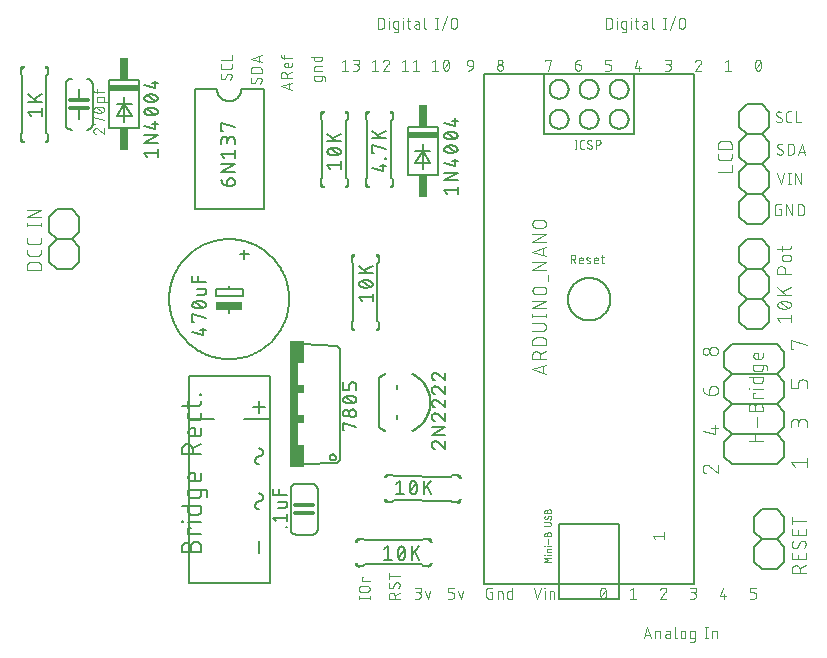
<source format=gbr>
G04 EAGLE Gerber RS-274X export*
G75*
%MOMM*%
%FSLAX34Y34*%
%LPD*%
%INSilkscreen Top*%
%IPPOS*%
%AMOC8*
5,1,8,0,0,1.08239X$1,22.5*%
G01*
%ADD10C,0.015238*%
%ADD11C,0.152400*%
%ADD12C,0.127000*%
%ADD13R,2.540000X0.508000*%
%ADD14R,0.762000X1.905000*%
%ADD15C,0.012700*%
%ADD16R,0.762000X10.668000*%
%ADD17R,0.508000X1.905000*%
%ADD18R,0.508000X0.762000*%
%ADD19C,0.177800*%
%ADD20C,0.304800*%
%ADD21R,2.286000X0.635000*%
%ADD22C,0.076200*%
%ADD23C,0.101600*%
%ADD24C,0.050800*%


D10*
X267285Y389815D02*
X268658Y389815D01*
X268658Y389814D02*
X268663Y389731D01*
X268672Y389647D01*
X268685Y389565D01*
X268701Y389483D01*
X268721Y389402D01*
X268745Y389321D01*
X268773Y389242D01*
X268804Y389165D01*
X268838Y389089D01*
X268876Y389014D01*
X268917Y388941D01*
X268962Y388870D01*
X269009Y388801D01*
X269060Y388735D01*
X269113Y388671D01*
X269170Y388609D01*
X269229Y388550D01*
X269291Y388493D01*
X269355Y388440D01*
X269421Y388389D01*
X269490Y388342D01*
X269561Y388297D01*
X269634Y388256D01*
X269709Y388218D01*
X269785Y388184D01*
X269862Y388153D01*
X269941Y388125D01*
X270022Y388101D01*
X270103Y388081D01*
X270185Y388065D01*
X270267Y388052D01*
X270351Y388043D01*
X270434Y388038D01*
X270435Y386665D01*
X270434Y386665D01*
X270322Y386669D01*
X270211Y386678D01*
X270100Y386690D01*
X269989Y386706D01*
X269880Y386726D01*
X269770Y386750D01*
X269662Y386777D01*
X269555Y386809D01*
X269449Y386844D01*
X269344Y386882D01*
X269240Y386924D01*
X269139Y386970D01*
X269038Y387019D01*
X268940Y387072D01*
X268843Y387128D01*
X268748Y387187D01*
X268656Y387250D01*
X268566Y387316D01*
X268478Y387385D01*
X268392Y387456D01*
X268309Y387531D01*
X268229Y387609D01*
X268151Y387689D01*
X268076Y387772D01*
X268005Y387858D01*
X267936Y387946D01*
X267870Y388036D01*
X267807Y388128D01*
X267748Y388223D01*
X267692Y388320D01*
X267639Y388418D01*
X267590Y388519D01*
X267544Y388620D01*
X267502Y388724D01*
X267464Y388829D01*
X267429Y388935D01*
X267397Y389042D01*
X267370Y389150D01*
X267346Y389260D01*
X267326Y389369D01*
X267310Y389480D01*
X267298Y389591D01*
X267289Y389702D01*
X267285Y389814D01*
X267428Y389814D01*
X267433Y389705D01*
X267441Y389596D01*
X267453Y389488D01*
X267469Y389380D01*
X267489Y389273D01*
X267513Y389166D01*
X267541Y389061D01*
X267572Y388956D01*
X267607Y388853D01*
X267645Y388751D01*
X267687Y388650D01*
X267733Y388551D01*
X267782Y388454D01*
X267835Y388358D01*
X267890Y388264D01*
X267950Y388173D01*
X268012Y388083D01*
X268077Y387996D01*
X268146Y387911D01*
X268217Y387829D01*
X268292Y387749D01*
X268369Y387672D01*
X268449Y387597D01*
X268531Y387526D01*
X268616Y387457D01*
X268703Y387392D01*
X268793Y387330D01*
X268884Y387270D01*
X268978Y387215D01*
X269074Y387162D01*
X269171Y387113D01*
X269270Y387067D01*
X269371Y387025D01*
X269473Y386987D01*
X269576Y386952D01*
X269681Y386921D01*
X269786Y386893D01*
X269893Y386869D01*
X270000Y386849D01*
X270108Y386833D01*
X270216Y386821D01*
X270325Y386813D01*
X270434Y386808D01*
X270434Y386951D01*
X270328Y386956D01*
X270222Y386964D01*
X270116Y386976D01*
X270011Y386993D01*
X269907Y387013D01*
X269803Y387036D01*
X269700Y387064D01*
X269599Y387095D01*
X269498Y387130D01*
X269399Y387168D01*
X269301Y387210D01*
X269205Y387255D01*
X269111Y387304D01*
X269018Y387357D01*
X268927Y387412D01*
X268839Y387471D01*
X268753Y387533D01*
X268668Y387598D01*
X268587Y387666D01*
X268508Y387737D01*
X268431Y387811D01*
X268357Y387888D01*
X268286Y387967D01*
X268218Y388048D01*
X268153Y388133D01*
X268091Y388219D01*
X268032Y388307D01*
X267977Y388398D01*
X267924Y388491D01*
X267875Y388585D01*
X267830Y388681D01*
X267788Y388779D01*
X267750Y388878D01*
X267715Y388979D01*
X267684Y389080D01*
X267656Y389183D01*
X267633Y389287D01*
X267613Y389391D01*
X267596Y389496D01*
X267584Y389602D01*
X267576Y389708D01*
X267571Y389814D01*
X267714Y389814D01*
X267719Y389711D01*
X267727Y389608D01*
X267740Y389505D01*
X267756Y389403D01*
X267776Y389301D01*
X267799Y389200D01*
X267827Y389101D01*
X267858Y389002D01*
X267892Y388905D01*
X267931Y388808D01*
X267972Y388714D01*
X268018Y388621D01*
X268066Y388529D01*
X268118Y388440D01*
X268173Y388353D01*
X268232Y388267D01*
X268293Y388184D01*
X268358Y388103D01*
X268426Y388025D01*
X268496Y387949D01*
X268569Y387876D01*
X268645Y387806D01*
X268723Y387738D01*
X268804Y387673D01*
X268887Y387612D01*
X268973Y387553D01*
X269060Y387498D01*
X269149Y387446D01*
X269241Y387398D01*
X269334Y387352D01*
X269428Y387311D01*
X269525Y387272D01*
X269622Y387238D01*
X269721Y387207D01*
X269820Y387179D01*
X269921Y387156D01*
X270023Y387136D01*
X270125Y387120D01*
X270228Y387107D01*
X270331Y387099D01*
X270434Y387094D01*
X270434Y387237D01*
X270334Y387242D01*
X270234Y387250D01*
X270134Y387263D01*
X270035Y387279D01*
X269936Y387299D01*
X269839Y387322D01*
X269742Y387349D01*
X269647Y387380D01*
X269552Y387415D01*
X269459Y387453D01*
X269368Y387494D01*
X269278Y387539D01*
X269190Y387588D01*
X269104Y387639D01*
X269020Y387694D01*
X268938Y387752D01*
X268858Y387813D01*
X268781Y387877D01*
X268706Y387944D01*
X268633Y388013D01*
X268564Y388086D01*
X268497Y388161D01*
X268433Y388238D01*
X268372Y388318D01*
X268314Y388400D01*
X268259Y388484D01*
X268208Y388570D01*
X268159Y388658D01*
X268114Y388748D01*
X268073Y388839D01*
X268035Y388932D01*
X268000Y389027D01*
X267969Y389122D01*
X267942Y389219D01*
X267919Y389316D01*
X267899Y389415D01*
X267883Y389514D01*
X267870Y389614D01*
X267862Y389714D01*
X267857Y389814D01*
X268000Y389814D01*
X268005Y389714D01*
X268014Y389615D01*
X268027Y389516D01*
X268044Y389418D01*
X268065Y389320D01*
X268089Y389223D01*
X268118Y389128D01*
X268150Y389033D01*
X268186Y388940D01*
X268225Y388848D01*
X268268Y388759D01*
X268315Y388670D01*
X268365Y388584D01*
X268419Y388500D01*
X268476Y388418D01*
X268536Y388338D01*
X268599Y388261D01*
X268665Y388186D01*
X268734Y388114D01*
X268806Y388045D01*
X268881Y387979D01*
X268958Y387916D01*
X269038Y387856D01*
X269120Y387799D01*
X269204Y387745D01*
X269290Y387695D01*
X269379Y387648D01*
X269468Y387605D01*
X269560Y387566D01*
X269653Y387530D01*
X269748Y387498D01*
X269843Y387469D01*
X269940Y387445D01*
X270038Y387424D01*
X270136Y387407D01*
X270235Y387394D01*
X270334Y387385D01*
X270434Y387380D01*
X270434Y387523D01*
X270338Y387528D01*
X270242Y387537D01*
X270146Y387550D01*
X270051Y387567D01*
X269957Y387587D01*
X269864Y387612D01*
X269772Y387640D01*
X269681Y387672D01*
X269591Y387708D01*
X269503Y387747D01*
X269416Y387790D01*
X269332Y387836D01*
X269249Y387886D01*
X269169Y387939D01*
X269090Y387995D01*
X269014Y388054D01*
X268941Y388116D01*
X268870Y388182D01*
X268802Y388250D01*
X268736Y388321D01*
X268674Y388394D01*
X268615Y388470D01*
X268559Y388549D01*
X268506Y388629D01*
X268456Y388712D01*
X268410Y388796D01*
X268367Y388883D01*
X268328Y388971D01*
X268292Y389061D01*
X268260Y389152D01*
X268232Y389244D01*
X268207Y389337D01*
X268187Y389431D01*
X268170Y389526D01*
X268157Y389622D01*
X268148Y389718D01*
X268143Y389814D01*
X268286Y389814D01*
X268291Y389721D01*
X268300Y389629D01*
X268313Y389537D01*
X268330Y389446D01*
X268350Y389355D01*
X268374Y389265D01*
X268402Y389177D01*
X268434Y389089D01*
X268469Y389004D01*
X268508Y388919D01*
X268550Y388836D01*
X268596Y388756D01*
X268645Y388677D01*
X268697Y388600D01*
X268753Y388525D01*
X268811Y388453D01*
X268872Y388384D01*
X268937Y388317D01*
X269004Y388252D01*
X269073Y388191D01*
X269145Y388133D01*
X269220Y388077D01*
X269297Y388025D01*
X269376Y387976D01*
X269456Y387930D01*
X269539Y387888D01*
X269624Y387849D01*
X269709Y387814D01*
X269797Y387782D01*
X269885Y387754D01*
X269975Y387730D01*
X270066Y387710D01*
X270157Y387693D01*
X270249Y387680D01*
X270341Y387671D01*
X270434Y387666D01*
X270434Y387809D01*
X270345Y387815D01*
X270256Y387823D01*
X270168Y387836D01*
X270081Y387853D01*
X269994Y387873D01*
X269908Y387897D01*
X269823Y387924D01*
X269740Y387956D01*
X269658Y387990D01*
X269577Y388029D01*
X269499Y388070D01*
X269422Y388115D01*
X269347Y388163D01*
X269274Y388215D01*
X269203Y388269D01*
X269135Y388326D01*
X269070Y388387D01*
X269007Y388450D01*
X268946Y388515D01*
X268889Y388583D01*
X268835Y388654D01*
X268783Y388727D01*
X268735Y388802D01*
X268690Y388879D01*
X268649Y388957D01*
X268610Y389038D01*
X268576Y389120D01*
X268544Y389203D01*
X268517Y389288D01*
X268493Y389374D01*
X268473Y389461D01*
X268456Y389548D01*
X268443Y389636D01*
X268435Y389725D01*
X268429Y389814D01*
X268572Y389814D01*
X268578Y389729D01*
X268587Y389644D01*
X268599Y389560D01*
X268616Y389477D01*
X268636Y389394D01*
X268659Y389312D01*
X268686Y389232D01*
X268717Y389152D01*
X268751Y389074D01*
X268788Y388998D01*
X268829Y388923D01*
X268873Y388850D01*
X268921Y388779D01*
X268971Y388711D01*
X269024Y388644D01*
X269080Y388580D01*
X269139Y388519D01*
X269200Y388460D01*
X269264Y388404D01*
X269331Y388351D01*
X269399Y388301D01*
X269470Y388253D01*
X269543Y388209D01*
X269618Y388168D01*
X269694Y388131D01*
X269772Y388097D01*
X269852Y388066D01*
X269932Y388039D01*
X270014Y388016D01*
X270097Y387996D01*
X270180Y387979D01*
X270264Y387967D01*
X270349Y387958D01*
X270434Y387952D01*
X288365Y386665D02*
X288365Y388038D01*
X288366Y388038D02*
X288449Y388043D01*
X288533Y388052D01*
X288615Y388065D01*
X288697Y388081D01*
X288778Y388101D01*
X288859Y388125D01*
X288938Y388153D01*
X289015Y388184D01*
X289091Y388218D01*
X289166Y388256D01*
X289239Y388297D01*
X289310Y388342D01*
X289379Y388389D01*
X289445Y388440D01*
X289509Y388493D01*
X289571Y388550D01*
X289630Y388609D01*
X289687Y388671D01*
X289740Y388735D01*
X289791Y388801D01*
X289838Y388870D01*
X289883Y388941D01*
X289924Y389014D01*
X289962Y389089D01*
X289996Y389165D01*
X290027Y389242D01*
X290055Y389321D01*
X290079Y389402D01*
X290099Y389483D01*
X290115Y389565D01*
X290128Y389647D01*
X290137Y389731D01*
X290142Y389814D01*
X291515Y389815D01*
X291515Y389814D01*
X291511Y389702D01*
X291502Y389591D01*
X291490Y389480D01*
X291474Y389369D01*
X291454Y389260D01*
X291430Y389150D01*
X291403Y389042D01*
X291371Y388935D01*
X291336Y388829D01*
X291298Y388724D01*
X291256Y388620D01*
X291210Y388519D01*
X291161Y388418D01*
X291108Y388320D01*
X291052Y388223D01*
X290993Y388128D01*
X290930Y388036D01*
X290864Y387946D01*
X290795Y387858D01*
X290724Y387772D01*
X290649Y387689D01*
X290571Y387609D01*
X290491Y387531D01*
X290408Y387456D01*
X290322Y387385D01*
X290234Y387316D01*
X290144Y387250D01*
X290052Y387187D01*
X289957Y387128D01*
X289860Y387072D01*
X289762Y387019D01*
X289661Y386970D01*
X289560Y386924D01*
X289456Y386882D01*
X289351Y386844D01*
X289245Y386809D01*
X289138Y386777D01*
X289030Y386750D01*
X288920Y386726D01*
X288811Y386706D01*
X288700Y386690D01*
X288589Y386678D01*
X288478Y386669D01*
X288366Y386665D01*
X288366Y386808D01*
X288475Y386813D01*
X288584Y386821D01*
X288692Y386833D01*
X288800Y386849D01*
X288907Y386869D01*
X289014Y386893D01*
X289119Y386921D01*
X289224Y386952D01*
X289327Y386987D01*
X289429Y387025D01*
X289530Y387067D01*
X289629Y387113D01*
X289726Y387162D01*
X289822Y387215D01*
X289916Y387270D01*
X290007Y387330D01*
X290097Y387392D01*
X290184Y387457D01*
X290269Y387526D01*
X290351Y387597D01*
X290431Y387672D01*
X290508Y387749D01*
X290583Y387829D01*
X290654Y387911D01*
X290723Y387996D01*
X290788Y388083D01*
X290850Y388173D01*
X290910Y388264D01*
X290965Y388358D01*
X291018Y388454D01*
X291067Y388551D01*
X291113Y388650D01*
X291155Y388751D01*
X291193Y388853D01*
X291228Y388956D01*
X291259Y389061D01*
X291287Y389166D01*
X291311Y389273D01*
X291331Y389380D01*
X291347Y389488D01*
X291359Y389596D01*
X291367Y389705D01*
X291372Y389814D01*
X291229Y389814D01*
X291224Y389708D01*
X291216Y389602D01*
X291204Y389496D01*
X291187Y389391D01*
X291167Y389287D01*
X291144Y389183D01*
X291116Y389080D01*
X291085Y388979D01*
X291050Y388878D01*
X291012Y388779D01*
X290970Y388681D01*
X290925Y388585D01*
X290876Y388491D01*
X290823Y388398D01*
X290768Y388307D01*
X290709Y388219D01*
X290647Y388133D01*
X290582Y388048D01*
X290514Y387967D01*
X290443Y387888D01*
X290369Y387811D01*
X290292Y387737D01*
X290213Y387666D01*
X290132Y387598D01*
X290047Y387533D01*
X289961Y387471D01*
X289873Y387412D01*
X289782Y387357D01*
X289689Y387304D01*
X289595Y387255D01*
X289499Y387210D01*
X289401Y387168D01*
X289302Y387130D01*
X289201Y387095D01*
X289100Y387064D01*
X288997Y387036D01*
X288893Y387013D01*
X288789Y386993D01*
X288684Y386976D01*
X288578Y386964D01*
X288472Y386956D01*
X288366Y386951D01*
X288366Y387094D01*
X288469Y387099D01*
X288572Y387107D01*
X288675Y387120D01*
X288777Y387136D01*
X288879Y387156D01*
X288980Y387179D01*
X289079Y387207D01*
X289178Y387238D01*
X289275Y387272D01*
X289372Y387311D01*
X289466Y387352D01*
X289559Y387398D01*
X289651Y387446D01*
X289740Y387498D01*
X289827Y387553D01*
X289913Y387612D01*
X289996Y387673D01*
X290077Y387738D01*
X290155Y387806D01*
X290231Y387876D01*
X290304Y387949D01*
X290374Y388025D01*
X290442Y388103D01*
X290507Y388184D01*
X290568Y388267D01*
X290627Y388353D01*
X290682Y388440D01*
X290734Y388529D01*
X290782Y388621D01*
X290828Y388714D01*
X290869Y388808D01*
X290908Y388905D01*
X290942Y389002D01*
X290973Y389101D01*
X291001Y389200D01*
X291024Y389301D01*
X291044Y389403D01*
X291060Y389505D01*
X291073Y389608D01*
X291081Y389711D01*
X291086Y389814D01*
X290943Y389814D01*
X290938Y389714D01*
X290930Y389614D01*
X290917Y389514D01*
X290901Y389415D01*
X290881Y389316D01*
X290858Y389219D01*
X290831Y389122D01*
X290800Y389027D01*
X290765Y388932D01*
X290727Y388839D01*
X290686Y388748D01*
X290641Y388658D01*
X290592Y388570D01*
X290541Y388484D01*
X290486Y388400D01*
X290428Y388318D01*
X290367Y388238D01*
X290303Y388161D01*
X290236Y388086D01*
X290167Y388013D01*
X290094Y387944D01*
X290019Y387877D01*
X289942Y387813D01*
X289862Y387752D01*
X289780Y387694D01*
X289696Y387639D01*
X289610Y387588D01*
X289522Y387539D01*
X289432Y387494D01*
X289341Y387453D01*
X289248Y387415D01*
X289153Y387380D01*
X289058Y387349D01*
X288961Y387322D01*
X288864Y387299D01*
X288765Y387279D01*
X288666Y387263D01*
X288566Y387250D01*
X288466Y387242D01*
X288366Y387237D01*
X288366Y387380D01*
X288466Y387385D01*
X288565Y387394D01*
X288664Y387407D01*
X288762Y387424D01*
X288860Y387445D01*
X288957Y387469D01*
X289052Y387498D01*
X289147Y387530D01*
X289240Y387566D01*
X289332Y387605D01*
X289421Y387648D01*
X289510Y387695D01*
X289596Y387745D01*
X289680Y387799D01*
X289762Y387856D01*
X289842Y387916D01*
X289919Y387979D01*
X289994Y388045D01*
X290066Y388114D01*
X290135Y388186D01*
X290201Y388261D01*
X290264Y388338D01*
X290324Y388418D01*
X290381Y388500D01*
X290435Y388584D01*
X290485Y388670D01*
X290532Y388759D01*
X290575Y388848D01*
X290614Y388940D01*
X290650Y389033D01*
X290682Y389128D01*
X290711Y389223D01*
X290735Y389320D01*
X290756Y389418D01*
X290773Y389516D01*
X290786Y389615D01*
X290795Y389714D01*
X290800Y389814D01*
X290657Y389814D01*
X290652Y389718D01*
X290643Y389622D01*
X290630Y389526D01*
X290613Y389431D01*
X290593Y389337D01*
X290568Y389244D01*
X290540Y389152D01*
X290508Y389061D01*
X290472Y388971D01*
X290433Y388883D01*
X290390Y388796D01*
X290344Y388712D01*
X290294Y388629D01*
X290241Y388549D01*
X290185Y388470D01*
X290126Y388394D01*
X290064Y388321D01*
X289998Y388250D01*
X289930Y388182D01*
X289859Y388116D01*
X289786Y388054D01*
X289710Y387995D01*
X289631Y387939D01*
X289551Y387886D01*
X289468Y387836D01*
X289384Y387790D01*
X289297Y387747D01*
X289209Y387708D01*
X289119Y387672D01*
X289028Y387640D01*
X288936Y387612D01*
X288843Y387587D01*
X288749Y387567D01*
X288654Y387550D01*
X288558Y387537D01*
X288462Y387528D01*
X288366Y387523D01*
X288366Y387666D01*
X288459Y387671D01*
X288551Y387680D01*
X288643Y387693D01*
X288734Y387710D01*
X288825Y387730D01*
X288915Y387754D01*
X289003Y387782D01*
X289091Y387814D01*
X289176Y387849D01*
X289261Y387888D01*
X289344Y387930D01*
X289424Y387976D01*
X289503Y388025D01*
X289580Y388077D01*
X289655Y388133D01*
X289727Y388191D01*
X289796Y388252D01*
X289863Y388317D01*
X289928Y388384D01*
X289989Y388453D01*
X290047Y388525D01*
X290103Y388600D01*
X290155Y388677D01*
X290204Y388756D01*
X290250Y388836D01*
X290292Y388919D01*
X290331Y389004D01*
X290366Y389089D01*
X290398Y389177D01*
X290426Y389265D01*
X290450Y389355D01*
X290470Y389446D01*
X290487Y389537D01*
X290500Y389629D01*
X290509Y389721D01*
X290514Y389814D01*
X290371Y389814D01*
X290365Y389725D01*
X290357Y389636D01*
X290344Y389548D01*
X290327Y389461D01*
X290307Y389374D01*
X290283Y389288D01*
X290256Y389203D01*
X290224Y389120D01*
X290190Y389038D01*
X290151Y388957D01*
X290110Y388879D01*
X290065Y388802D01*
X290017Y388727D01*
X289965Y388654D01*
X289911Y388583D01*
X289854Y388515D01*
X289793Y388450D01*
X289730Y388387D01*
X289665Y388326D01*
X289597Y388269D01*
X289526Y388215D01*
X289453Y388163D01*
X289378Y388115D01*
X289301Y388070D01*
X289223Y388029D01*
X289142Y387990D01*
X289060Y387956D01*
X288977Y387924D01*
X288892Y387897D01*
X288806Y387873D01*
X288719Y387853D01*
X288632Y387836D01*
X288544Y387823D01*
X288455Y387815D01*
X288366Y387809D01*
X288366Y387952D01*
X288451Y387958D01*
X288536Y387967D01*
X288620Y387979D01*
X288703Y387996D01*
X288786Y388016D01*
X288868Y388039D01*
X288948Y388066D01*
X289028Y388097D01*
X289106Y388131D01*
X289182Y388168D01*
X289257Y388209D01*
X289330Y388253D01*
X289401Y388301D01*
X289469Y388351D01*
X289536Y388404D01*
X289600Y388460D01*
X289661Y388519D01*
X289720Y388580D01*
X289776Y388644D01*
X289829Y388711D01*
X289879Y388779D01*
X289927Y388850D01*
X289971Y388923D01*
X290012Y388998D01*
X290049Y389074D01*
X290083Y389152D01*
X290114Y389232D01*
X290141Y389312D01*
X290164Y389394D01*
X290184Y389477D01*
X290201Y389560D01*
X290213Y389644D01*
X290222Y389729D01*
X290228Y389814D01*
X291515Y448385D02*
X290142Y448385D01*
X290142Y448386D02*
X290137Y448469D01*
X290128Y448553D01*
X290115Y448635D01*
X290099Y448717D01*
X290079Y448798D01*
X290055Y448879D01*
X290027Y448958D01*
X289996Y449035D01*
X289962Y449111D01*
X289924Y449186D01*
X289883Y449259D01*
X289838Y449330D01*
X289791Y449399D01*
X289740Y449465D01*
X289687Y449529D01*
X289630Y449591D01*
X289571Y449650D01*
X289509Y449707D01*
X289445Y449760D01*
X289379Y449811D01*
X289310Y449858D01*
X289239Y449903D01*
X289166Y449944D01*
X289091Y449982D01*
X289015Y450016D01*
X288938Y450047D01*
X288859Y450075D01*
X288778Y450099D01*
X288697Y450119D01*
X288615Y450135D01*
X288533Y450148D01*
X288449Y450157D01*
X288366Y450162D01*
X288365Y451535D01*
X288366Y451535D01*
X288478Y451531D01*
X288589Y451522D01*
X288700Y451510D01*
X288811Y451494D01*
X288920Y451474D01*
X289030Y451450D01*
X289138Y451423D01*
X289245Y451391D01*
X289351Y451356D01*
X289456Y451318D01*
X289560Y451276D01*
X289661Y451230D01*
X289762Y451181D01*
X289860Y451128D01*
X289957Y451072D01*
X290052Y451013D01*
X290144Y450950D01*
X290234Y450884D01*
X290322Y450815D01*
X290408Y450744D01*
X290491Y450669D01*
X290571Y450591D01*
X290649Y450511D01*
X290724Y450428D01*
X290795Y450342D01*
X290864Y450254D01*
X290930Y450164D01*
X290993Y450072D01*
X291052Y449977D01*
X291108Y449880D01*
X291161Y449782D01*
X291210Y449681D01*
X291256Y449580D01*
X291298Y449476D01*
X291336Y449371D01*
X291371Y449265D01*
X291403Y449158D01*
X291430Y449050D01*
X291454Y448940D01*
X291474Y448831D01*
X291490Y448720D01*
X291502Y448609D01*
X291511Y448498D01*
X291515Y448386D01*
X291372Y448386D01*
X291367Y448495D01*
X291359Y448604D01*
X291347Y448712D01*
X291331Y448820D01*
X291311Y448927D01*
X291287Y449034D01*
X291259Y449139D01*
X291228Y449244D01*
X291193Y449347D01*
X291155Y449449D01*
X291113Y449550D01*
X291067Y449649D01*
X291018Y449746D01*
X290965Y449842D01*
X290910Y449936D01*
X290850Y450027D01*
X290788Y450117D01*
X290723Y450204D01*
X290654Y450289D01*
X290583Y450371D01*
X290508Y450451D01*
X290431Y450528D01*
X290351Y450603D01*
X290269Y450674D01*
X290184Y450743D01*
X290097Y450808D01*
X290007Y450870D01*
X289916Y450930D01*
X289822Y450985D01*
X289726Y451038D01*
X289629Y451087D01*
X289530Y451133D01*
X289429Y451175D01*
X289327Y451213D01*
X289224Y451248D01*
X289119Y451279D01*
X289014Y451307D01*
X288907Y451331D01*
X288800Y451351D01*
X288692Y451367D01*
X288584Y451379D01*
X288475Y451387D01*
X288366Y451392D01*
X288366Y451249D01*
X288472Y451244D01*
X288578Y451236D01*
X288684Y451224D01*
X288789Y451207D01*
X288893Y451187D01*
X288997Y451164D01*
X289100Y451136D01*
X289201Y451105D01*
X289302Y451070D01*
X289401Y451032D01*
X289499Y450990D01*
X289595Y450945D01*
X289689Y450896D01*
X289782Y450843D01*
X289873Y450788D01*
X289961Y450729D01*
X290047Y450667D01*
X290132Y450602D01*
X290213Y450534D01*
X290292Y450463D01*
X290369Y450389D01*
X290443Y450312D01*
X290514Y450233D01*
X290582Y450152D01*
X290647Y450067D01*
X290709Y449981D01*
X290768Y449893D01*
X290823Y449802D01*
X290876Y449709D01*
X290925Y449615D01*
X290970Y449519D01*
X291012Y449421D01*
X291050Y449322D01*
X291085Y449221D01*
X291116Y449120D01*
X291144Y449017D01*
X291167Y448913D01*
X291187Y448809D01*
X291204Y448704D01*
X291216Y448598D01*
X291224Y448492D01*
X291229Y448386D01*
X291086Y448386D01*
X291081Y448489D01*
X291073Y448592D01*
X291060Y448695D01*
X291044Y448797D01*
X291024Y448899D01*
X291001Y449000D01*
X290973Y449099D01*
X290942Y449198D01*
X290908Y449295D01*
X290869Y449392D01*
X290828Y449486D01*
X290782Y449579D01*
X290734Y449671D01*
X290682Y449760D01*
X290627Y449847D01*
X290568Y449933D01*
X290507Y450016D01*
X290442Y450097D01*
X290374Y450175D01*
X290304Y450251D01*
X290231Y450324D01*
X290155Y450394D01*
X290077Y450462D01*
X289996Y450527D01*
X289913Y450588D01*
X289827Y450647D01*
X289740Y450702D01*
X289651Y450754D01*
X289559Y450802D01*
X289466Y450848D01*
X289372Y450889D01*
X289275Y450928D01*
X289178Y450962D01*
X289079Y450993D01*
X288980Y451021D01*
X288879Y451044D01*
X288777Y451064D01*
X288675Y451080D01*
X288572Y451093D01*
X288469Y451101D01*
X288366Y451106D01*
X288366Y450963D01*
X288466Y450958D01*
X288566Y450950D01*
X288666Y450937D01*
X288765Y450921D01*
X288864Y450901D01*
X288961Y450878D01*
X289058Y450851D01*
X289153Y450820D01*
X289248Y450785D01*
X289341Y450747D01*
X289432Y450706D01*
X289522Y450661D01*
X289610Y450612D01*
X289696Y450561D01*
X289780Y450506D01*
X289862Y450448D01*
X289942Y450387D01*
X290019Y450323D01*
X290094Y450256D01*
X290167Y450187D01*
X290236Y450114D01*
X290303Y450039D01*
X290367Y449962D01*
X290428Y449882D01*
X290486Y449800D01*
X290541Y449716D01*
X290592Y449630D01*
X290641Y449542D01*
X290686Y449452D01*
X290727Y449361D01*
X290765Y449268D01*
X290800Y449173D01*
X290831Y449078D01*
X290858Y448981D01*
X290881Y448884D01*
X290901Y448785D01*
X290917Y448686D01*
X290930Y448586D01*
X290938Y448486D01*
X290943Y448386D01*
X290800Y448386D01*
X290795Y448486D01*
X290786Y448585D01*
X290773Y448684D01*
X290756Y448782D01*
X290735Y448880D01*
X290711Y448977D01*
X290682Y449072D01*
X290650Y449167D01*
X290614Y449260D01*
X290575Y449352D01*
X290532Y449441D01*
X290485Y449530D01*
X290435Y449616D01*
X290381Y449700D01*
X290324Y449782D01*
X290264Y449862D01*
X290201Y449939D01*
X290135Y450014D01*
X290066Y450086D01*
X289994Y450155D01*
X289919Y450221D01*
X289842Y450284D01*
X289762Y450344D01*
X289680Y450401D01*
X289596Y450455D01*
X289510Y450505D01*
X289421Y450552D01*
X289332Y450595D01*
X289240Y450634D01*
X289147Y450670D01*
X289052Y450702D01*
X288957Y450731D01*
X288860Y450755D01*
X288762Y450776D01*
X288664Y450793D01*
X288565Y450806D01*
X288466Y450815D01*
X288366Y450820D01*
X288366Y450677D01*
X288462Y450672D01*
X288558Y450663D01*
X288654Y450650D01*
X288749Y450633D01*
X288843Y450613D01*
X288936Y450588D01*
X289028Y450560D01*
X289119Y450528D01*
X289209Y450492D01*
X289297Y450453D01*
X289384Y450410D01*
X289468Y450364D01*
X289551Y450314D01*
X289631Y450261D01*
X289710Y450205D01*
X289786Y450146D01*
X289859Y450084D01*
X289930Y450018D01*
X289998Y449950D01*
X290064Y449879D01*
X290126Y449806D01*
X290185Y449730D01*
X290241Y449651D01*
X290294Y449571D01*
X290344Y449488D01*
X290390Y449404D01*
X290433Y449317D01*
X290472Y449229D01*
X290508Y449139D01*
X290540Y449048D01*
X290568Y448956D01*
X290593Y448863D01*
X290613Y448769D01*
X290630Y448674D01*
X290643Y448578D01*
X290652Y448482D01*
X290657Y448386D01*
X290514Y448386D01*
X290509Y448479D01*
X290500Y448571D01*
X290487Y448663D01*
X290470Y448754D01*
X290450Y448845D01*
X290426Y448935D01*
X290398Y449023D01*
X290366Y449111D01*
X290331Y449196D01*
X290292Y449281D01*
X290250Y449364D01*
X290204Y449444D01*
X290155Y449523D01*
X290103Y449600D01*
X290047Y449675D01*
X289989Y449747D01*
X289928Y449816D01*
X289863Y449883D01*
X289796Y449948D01*
X289727Y450009D01*
X289655Y450067D01*
X289580Y450123D01*
X289503Y450175D01*
X289424Y450224D01*
X289344Y450270D01*
X289261Y450312D01*
X289176Y450351D01*
X289091Y450386D01*
X289003Y450418D01*
X288915Y450446D01*
X288825Y450470D01*
X288734Y450490D01*
X288643Y450507D01*
X288551Y450520D01*
X288459Y450529D01*
X288366Y450534D01*
X288366Y450391D01*
X288455Y450385D01*
X288544Y450377D01*
X288632Y450364D01*
X288719Y450347D01*
X288806Y450327D01*
X288892Y450303D01*
X288977Y450276D01*
X289060Y450244D01*
X289142Y450210D01*
X289223Y450171D01*
X289301Y450130D01*
X289378Y450085D01*
X289453Y450037D01*
X289526Y449985D01*
X289597Y449931D01*
X289665Y449874D01*
X289730Y449813D01*
X289793Y449750D01*
X289854Y449685D01*
X289911Y449617D01*
X289965Y449546D01*
X290017Y449473D01*
X290065Y449398D01*
X290110Y449321D01*
X290151Y449243D01*
X290190Y449162D01*
X290224Y449080D01*
X290256Y448997D01*
X290283Y448912D01*
X290307Y448826D01*
X290327Y448739D01*
X290344Y448652D01*
X290357Y448564D01*
X290365Y448475D01*
X290371Y448386D01*
X290228Y448386D01*
X290222Y448471D01*
X290213Y448556D01*
X290201Y448640D01*
X290184Y448723D01*
X290164Y448806D01*
X290141Y448888D01*
X290114Y448968D01*
X290083Y449048D01*
X290049Y449126D01*
X290012Y449202D01*
X289971Y449277D01*
X289927Y449350D01*
X289879Y449421D01*
X289829Y449489D01*
X289776Y449556D01*
X289720Y449620D01*
X289661Y449681D01*
X289600Y449740D01*
X289536Y449796D01*
X289469Y449849D01*
X289401Y449899D01*
X289330Y449947D01*
X289257Y449991D01*
X289182Y450032D01*
X289106Y450069D01*
X289028Y450103D01*
X288948Y450134D01*
X288868Y450161D01*
X288786Y450184D01*
X288703Y450204D01*
X288620Y450221D01*
X288536Y450233D01*
X288451Y450242D01*
X288366Y450248D01*
X270435Y451535D02*
X270435Y450162D01*
X270434Y450162D02*
X270351Y450157D01*
X270267Y450148D01*
X270185Y450135D01*
X270103Y450119D01*
X270022Y450099D01*
X269941Y450075D01*
X269862Y450047D01*
X269785Y450016D01*
X269709Y449982D01*
X269634Y449944D01*
X269561Y449903D01*
X269490Y449858D01*
X269421Y449811D01*
X269355Y449760D01*
X269291Y449707D01*
X269229Y449650D01*
X269170Y449591D01*
X269113Y449529D01*
X269060Y449465D01*
X269009Y449399D01*
X268962Y449330D01*
X268917Y449259D01*
X268876Y449186D01*
X268838Y449111D01*
X268804Y449035D01*
X268773Y448958D01*
X268745Y448879D01*
X268721Y448798D01*
X268701Y448717D01*
X268685Y448635D01*
X268672Y448553D01*
X268663Y448469D01*
X268658Y448386D01*
X267285Y448385D01*
X267285Y448386D01*
X267289Y448498D01*
X267298Y448609D01*
X267310Y448720D01*
X267326Y448831D01*
X267346Y448940D01*
X267370Y449050D01*
X267397Y449158D01*
X267429Y449265D01*
X267464Y449371D01*
X267502Y449476D01*
X267544Y449580D01*
X267590Y449681D01*
X267639Y449782D01*
X267692Y449880D01*
X267748Y449977D01*
X267807Y450072D01*
X267870Y450164D01*
X267936Y450254D01*
X268005Y450342D01*
X268076Y450428D01*
X268151Y450511D01*
X268229Y450591D01*
X268309Y450669D01*
X268392Y450744D01*
X268478Y450815D01*
X268566Y450884D01*
X268656Y450950D01*
X268748Y451013D01*
X268843Y451072D01*
X268940Y451128D01*
X269038Y451181D01*
X269139Y451230D01*
X269240Y451276D01*
X269344Y451318D01*
X269449Y451356D01*
X269555Y451391D01*
X269662Y451423D01*
X269770Y451450D01*
X269880Y451474D01*
X269989Y451494D01*
X270100Y451510D01*
X270211Y451522D01*
X270322Y451531D01*
X270434Y451535D01*
X270434Y451392D01*
X270325Y451387D01*
X270216Y451379D01*
X270108Y451367D01*
X270000Y451351D01*
X269893Y451331D01*
X269786Y451307D01*
X269681Y451279D01*
X269576Y451248D01*
X269473Y451213D01*
X269371Y451175D01*
X269270Y451133D01*
X269171Y451087D01*
X269074Y451038D01*
X268978Y450985D01*
X268884Y450930D01*
X268793Y450870D01*
X268703Y450808D01*
X268616Y450743D01*
X268531Y450674D01*
X268449Y450603D01*
X268369Y450528D01*
X268292Y450451D01*
X268217Y450371D01*
X268146Y450289D01*
X268077Y450204D01*
X268012Y450117D01*
X267950Y450027D01*
X267890Y449936D01*
X267835Y449842D01*
X267782Y449746D01*
X267733Y449649D01*
X267687Y449550D01*
X267645Y449449D01*
X267607Y449347D01*
X267572Y449244D01*
X267541Y449139D01*
X267513Y449034D01*
X267489Y448927D01*
X267469Y448820D01*
X267453Y448712D01*
X267441Y448604D01*
X267433Y448495D01*
X267428Y448386D01*
X267571Y448386D01*
X267576Y448492D01*
X267584Y448598D01*
X267596Y448704D01*
X267613Y448809D01*
X267633Y448913D01*
X267656Y449017D01*
X267684Y449120D01*
X267715Y449221D01*
X267750Y449322D01*
X267788Y449421D01*
X267830Y449519D01*
X267875Y449615D01*
X267924Y449709D01*
X267977Y449802D01*
X268032Y449893D01*
X268091Y449981D01*
X268153Y450067D01*
X268218Y450152D01*
X268286Y450233D01*
X268357Y450312D01*
X268431Y450389D01*
X268508Y450463D01*
X268587Y450534D01*
X268668Y450602D01*
X268753Y450667D01*
X268839Y450729D01*
X268927Y450788D01*
X269018Y450843D01*
X269111Y450896D01*
X269205Y450945D01*
X269301Y450990D01*
X269399Y451032D01*
X269498Y451070D01*
X269599Y451105D01*
X269700Y451136D01*
X269803Y451164D01*
X269907Y451187D01*
X270011Y451207D01*
X270116Y451224D01*
X270222Y451236D01*
X270328Y451244D01*
X270434Y451249D01*
X270434Y451106D01*
X270331Y451101D01*
X270228Y451093D01*
X270125Y451080D01*
X270023Y451064D01*
X269921Y451044D01*
X269820Y451021D01*
X269721Y450993D01*
X269622Y450962D01*
X269525Y450928D01*
X269428Y450889D01*
X269334Y450848D01*
X269241Y450802D01*
X269149Y450754D01*
X269060Y450702D01*
X268973Y450647D01*
X268887Y450588D01*
X268804Y450527D01*
X268723Y450462D01*
X268645Y450394D01*
X268569Y450324D01*
X268496Y450251D01*
X268426Y450175D01*
X268358Y450097D01*
X268293Y450016D01*
X268232Y449933D01*
X268173Y449847D01*
X268118Y449760D01*
X268066Y449671D01*
X268018Y449579D01*
X267972Y449486D01*
X267931Y449392D01*
X267892Y449295D01*
X267858Y449198D01*
X267827Y449099D01*
X267799Y449000D01*
X267776Y448899D01*
X267756Y448797D01*
X267740Y448695D01*
X267727Y448592D01*
X267719Y448489D01*
X267714Y448386D01*
X267857Y448386D01*
X267862Y448486D01*
X267870Y448586D01*
X267883Y448686D01*
X267899Y448785D01*
X267919Y448884D01*
X267942Y448981D01*
X267969Y449078D01*
X268000Y449173D01*
X268035Y449268D01*
X268073Y449361D01*
X268114Y449452D01*
X268159Y449542D01*
X268208Y449630D01*
X268259Y449716D01*
X268314Y449800D01*
X268372Y449882D01*
X268433Y449962D01*
X268497Y450039D01*
X268564Y450114D01*
X268633Y450187D01*
X268706Y450256D01*
X268781Y450323D01*
X268858Y450387D01*
X268938Y450448D01*
X269020Y450506D01*
X269104Y450561D01*
X269190Y450612D01*
X269278Y450661D01*
X269368Y450706D01*
X269459Y450747D01*
X269552Y450785D01*
X269647Y450820D01*
X269742Y450851D01*
X269839Y450878D01*
X269936Y450901D01*
X270035Y450921D01*
X270134Y450937D01*
X270234Y450950D01*
X270334Y450958D01*
X270434Y450963D01*
X270434Y450820D01*
X270334Y450815D01*
X270235Y450806D01*
X270136Y450793D01*
X270038Y450776D01*
X269940Y450755D01*
X269843Y450731D01*
X269748Y450702D01*
X269653Y450670D01*
X269560Y450634D01*
X269468Y450595D01*
X269379Y450552D01*
X269290Y450505D01*
X269204Y450455D01*
X269120Y450401D01*
X269038Y450344D01*
X268958Y450284D01*
X268881Y450221D01*
X268806Y450155D01*
X268734Y450086D01*
X268665Y450014D01*
X268599Y449939D01*
X268536Y449862D01*
X268476Y449782D01*
X268419Y449700D01*
X268365Y449616D01*
X268315Y449530D01*
X268268Y449441D01*
X268225Y449352D01*
X268186Y449260D01*
X268150Y449167D01*
X268118Y449072D01*
X268089Y448977D01*
X268065Y448880D01*
X268044Y448782D01*
X268027Y448684D01*
X268014Y448585D01*
X268005Y448486D01*
X268000Y448386D01*
X268143Y448386D01*
X268148Y448482D01*
X268157Y448578D01*
X268170Y448674D01*
X268187Y448769D01*
X268207Y448863D01*
X268232Y448956D01*
X268260Y449048D01*
X268292Y449139D01*
X268328Y449229D01*
X268367Y449317D01*
X268410Y449404D01*
X268456Y449488D01*
X268506Y449571D01*
X268559Y449651D01*
X268615Y449730D01*
X268674Y449806D01*
X268736Y449879D01*
X268802Y449950D01*
X268870Y450018D01*
X268941Y450084D01*
X269014Y450146D01*
X269090Y450205D01*
X269169Y450261D01*
X269249Y450314D01*
X269332Y450364D01*
X269416Y450410D01*
X269503Y450453D01*
X269591Y450492D01*
X269681Y450528D01*
X269772Y450560D01*
X269864Y450588D01*
X269957Y450613D01*
X270051Y450633D01*
X270146Y450650D01*
X270242Y450663D01*
X270338Y450672D01*
X270434Y450677D01*
X270434Y450534D01*
X270341Y450529D01*
X270249Y450520D01*
X270157Y450507D01*
X270066Y450490D01*
X269975Y450470D01*
X269885Y450446D01*
X269797Y450418D01*
X269709Y450386D01*
X269624Y450351D01*
X269539Y450312D01*
X269456Y450270D01*
X269376Y450224D01*
X269297Y450175D01*
X269220Y450123D01*
X269145Y450067D01*
X269073Y450009D01*
X269004Y449948D01*
X268937Y449883D01*
X268872Y449816D01*
X268811Y449747D01*
X268753Y449675D01*
X268697Y449600D01*
X268645Y449523D01*
X268596Y449444D01*
X268550Y449364D01*
X268508Y449281D01*
X268469Y449196D01*
X268434Y449111D01*
X268402Y449023D01*
X268374Y448935D01*
X268350Y448845D01*
X268330Y448754D01*
X268313Y448663D01*
X268300Y448571D01*
X268291Y448479D01*
X268286Y448386D01*
X268429Y448386D01*
X268435Y448475D01*
X268443Y448564D01*
X268456Y448652D01*
X268473Y448739D01*
X268493Y448826D01*
X268517Y448912D01*
X268544Y448997D01*
X268576Y449080D01*
X268610Y449162D01*
X268649Y449243D01*
X268690Y449321D01*
X268735Y449398D01*
X268783Y449473D01*
X268835Y449546D01*
X268889Y449617D01*
X268946Y449685D01*
X269007Y449750D01*
X269070Y449813D01*
X269135Y449874D01*
X269203Y449931D01*
X269274Y449985D01*
X269347Y450037D01*
X269422Y450085D01*
X269499Y450130D01*
X269577Y450171D01*
X269658Y450210D01*
X269740Y450244D01*
X269823Y450276D01*
X269908Y450303D01*
X269994Y450327D01*
X270081Y450347D01*
X270168Y450364D01*
X270256Y450377D01*
X270345Y450385D01*
X270434Y450391D01*
X270434Y450248D01*
X270349Y450242D01*
X270264Y450233D01*
X270180Y450221D01*
X270097Y450204D01*
X270014Y450184D01*
X269932Y450161D01*
X269852Y450134D01*
X269772Y450103D01*
X269694Y450069D01*
X269618Y450032D01*
X269543Y449991D01*
X269470Y449947D01*
X269399Y449899D01*
X269331Y449849D01*
X269264Y449796D01*
X269200Y449740D01*
X269139Y449681D01*
X269080Y449620D01*
X269024Y449556D01*
X268971Y449489D01*
X268921Y449421D01*
X268873Y449350D01*
X268829Y449277D01*
X268788Y449202D01*
X268751Y449126D01*
X268717Y449048D01*
X268686Y448968D01*
X268659Y448888D01*
X268636Y448806D01*
X268616Y448723D01*
X268599Y448640D01*
X268587Y448556D01*
X268578Y448471D01*
X268572Y448386D01*
D11*
X267970Y393700D02*
X267970Y389890D01*
X267970Y393700D02*
X269240Y394970D01*
X290830Y393700D02*
X290830Y389890D01*
X290830Y393700D02*
X289560Y394970D01*
X269240Y443230D02*
X267970Y444500D01*
X269240Y443230D02*
X269240Y394970D01*
X289560Y443230D02*
X290830Y444500D01*
X289560Y443230D02*
X289560Y394970D01*
X267970Y444500D02*
X267970Y448310D01*
X290830Y448310D02*
X290830Y444500D01*
D12*
X273685Y405638D02*
X276225Y402463D01*
X273685Y405638D02*
X285115Y405638D01*
X285115Y402463D02*
X285115Y408813D01*
X279400Y413893D02*
X279175Y413896D01*
X278950Y413904D01*
X278726Y413917D01*
X278502Y413936D01*
X278278Y413960D01*
X278055Y413989D01*
X277833Y414024D01*
X277612Y414064D01*
X277392Y414110D01*
X277173Y414160D01*
X276955Y414216D01*
X276738Y414277D01*
X276523Y414343D01*
X276310Y414414D01*
X276099Y414491D01*
X275889Y414572D01*
X275681Y414658D01*
X275476Y414749D01*
X275273Y414845D01*
X275185Y414877D01*
X275098Y414913D01*
X275012Y414952D01*
X274928Y414995D01*
X274846Y415041D01*
X274766Y415090D01*
X274688Y415142D01*
X274612Y415198D01*
X274538Y415256D01*
X274467Y415318D01*
X274398Y415382D01*
X274332Y415449D01*
X274269Y415518D01*
X274208Y415590D01*
X274150Y415664D01*
X274096Y415741D01*
X274044Y415819D01*
X273996Y415900D01*
X273951Y415982D01*
X273909Y416067D01*
X273871Y416153D01*
X273836Y416240D01*
X273804Y416328D01*
X273777Y416418D01*
X273752Y416509D01*
X273732Y416601D01*
X273715Y416693D01*
X273702Y416787D01*
X273693Y416880D01*
X273687Y416974D01*
X273685Y417068D01*
X273687Y417162D01*
X273693Y417256D01*
X273702Y417349D01*
X273715Y417443D01*
X273732Y417535D01*
X273752Y417627D01*
X273777Y417718D01*
X273804Y417808D01*
X273836Y417896D01*
X273871Y417983D01*
X273909Y418069D01*
X273951Y418154D01*
X273996Y418236D01*
X274044Y418317D01*
X274096Y418395D01*
X274150Y418472D01*
X274208Y418546D01*
X274269Y418618D01*
X274332Y418687D01*
X274398Y418754D01*
X274467Y418818D01*
X274538Y418880D01*
X274612Y418938D01*
X274688Y418994D01*
X274766Y419046D01*
X274846Y419095D01*
X274928Y419141D01*
X275012Y419184D01*
X275098Y419223D01*
X275185Y419259D01*
X275273Y419291D01*
X275476Y419387D01*
X275681Y419478D01*
X275889Y419564D01*
X276099Y419645D01*
X276310Y419722D01*
X276523Y419793D01*
X276738Y419859D01*
X276955Y419920D01*
X277173Y419976D01*
X277392Y420026D01*
X277612Y420072D01*
X277833Y420112D01*
X278055Y420147D01*
X278278Y420176D01*
X278502Y420200D01*
X278726Y420219D01*
X278950Y420232D01*
X279175Y420240D01*
X279400Y420243D01*
X279400Y413893D02*
X279625Y413896D01*
X279850Y413904D01*
X280074Y413917D01*
X280298Y413936D01*
X280522Y413960D01*
X280745Y413989D01*
X280967Y414024D01*
X281188Y414064D01*
X281408Y414110D01*
X281627Y414160D01*
X281845Y414216D01*
X282062Y414277D01*
X282277Y414343D01*
X282490Y414414D01*
X282701Y414491D01*
X282911Y414572D01*
X283119Y414658D01*
X283324Y414749D01*
X283527Y414845D01*
X283528Y414845D02*
X283616Y414877D01*
X283703Y414913D01*
X283789Y414952D01*
X283873Y414995D01*
X283955Y415041D01*
X284035Y415090D01*
X284113Y415142D01*
X284189Y415198D01*
X284263Y415256D01*
X284334Y415318D01*
X284403Y415382D01*
X284469Y415449D01*
X284532Y415518D01*
X284593Y415590D01*
X284651Y415664D01*
X284705Y415741D01*
X284757Y415819D01*
X284805Y415900D01*
X284850Y415982D01*
X284892Y416067D01*
X284930Y416153D01*
X284965Y416240D01*
X284997Y416328D01*
X285024Y416418D01*
X285049Y416509D01*
X285069Y416601D01*
X285086Y416693D01*
X285099Y416787D01*
X285108Y416880D01*
X285114Y416974D01*
X285116Y417068D01*
X283527Y419291D02*
X283324Y419387D01*
X283119Y419478D01*
X282911Y419564D01*
X282701Y419645D01*
X282490Y419722D01*
X282277Y419793D01*
X282062Y419859D01*
X281845Y419920D01*
X281627Y419976D01*
X281408Y420026D01*
X281188Y420072D01*
X280967Y420112D01*
X280745Y420147D01*
X280522Y420176D01*
X280298Y420200D01*
X280074Y420219D01*
X279850Y420232D01*
X279625Y420240D01*
X279400Y420243D01*
X283528Y419291D02*
X283616Y419259D01*
X283703Y419223D01*
X283789Y419184D01*
X283873Y419141D01*
X283955Y419095D01*
X284035Y419046D01*
X284113Y418994D01*
X284189Y418938D01*
X284263Y418880D01*
X284334Y418818D01*
X284403Y418754D01*
X284469Y418687D01*
X284532Y418618D01*
X284593Y418546D01*
X284651Y418472D01*
X284705Y418395D01*
X284757Y418317D01*
X284805Y418236D01*
X284850Y418154D01*
X284892Y418069D01*
X284930Y417983D01*
X284965Y417896D01*
X284997Y417808D01*
X285024Y417718D01*
X285049Y417627D01*
X285069Y417535D01*
X285086Y417443D01*
X285099Y417349D01*
X285108Y417256D01*
X285114Y417162D01*
X285116Y417068D01*
X282575Y414528D02*
X276225Y419608D01*
X273685Y425895D02*
X285115Y425895D01*
X280670Y425895D02*
X273685Y432245D01*
X278130Y428435D02*
X285115Y432245D01*
D10*
X37515Y486485D02*
X36142Y486485D01*
X36142Y486486D02*
X36137Y486569D01*
X36128Y486653D01*
X36115Y486735D01*
X36099Y486817D01*
X36079Y486898D01*
X36055Y486979D01*
X36027Y487058D01*
X35996Y487135D01*
X35962Y487211D01*
X35924Y487286D01*
X35883Y487359D01*
X35838Y487430D01*
X35791Y487499D01*
X35740Y487565D01*
X35687Y487629D01*
X35630Y487691D01*
X35571Y487750D01*
X35509Y487807D01*
X35445Y487860D01*
X35379Y487911D01*
X35310Y487958D01*
X35239Y488003D01*
X35166Y488044D01*
X35091Y488082D01*
X35015Y488116D01*
X34938Y488147D01*
X34859Y488175D01*
X34778Y488199D01*
X34697Y488219D01*
X34615Y488235D01*
X34533Y488248D01*
X34449Y488257D01*
X34366Y488262D01*
X34365Y489635D01*
X34366Y489635D01*
X34478Y489631D01*
X34589Y489622D01*
X34700Y489610D01*
X34811Y489594D01*
X34920Y489574D01*
X35030Y489550D01*
X35138Y489523D01*
X35245Y489491D01*
X35351Y489456D01*
X35456Y489418D01*
X35560Y489376D01*
X35661Y489330D01*
X35762Y489281D01*
X35860Y489228D01*
X35957Y489172D01*
X36052Y489113D01*
X36144Y489050D01*
X36234Y488984D01*
X36322Y488915D01*
X36408Y488844D01*
X36491Y488769D01*
X36571Y488691D01*
X36649Y488611D01*
X36724Y488528D01*
X36795Y488442D01*
X36864Y488354D01*
X36930Y488264D01*
X36993Y488172D01*
X37052Y488077D01*
X37108Y487980D01*
X37161Y487882D01*
X37210Y487781D01*
X37256Y487680D01*
X37298Y487576D01*
X37336Y487471D01*
X37371Y487365D01*
X37403Y487258D01*
X37430Y487150D01*
X37454Y487040D01*
X37474Y486931D01*
X37490Y486820D01*
X37502Y486709D01*
X37511Y486598D01*
X37515Y486486D01*
X37372Y486486D01*
X37367Y486595D01*
X37359Y486704D01*
X37347Y486812D01*
X37331Y486920D01*
X37311Y487027D01*
X37287Y487134D01*
X37259Y487239D01*
X37228Y487344D01*
X37193Y487447D01*
X37155Y487549D01*
X37113Y487650D01*
X37067Y487749D01*
X37018Y487846D01*
X36965Y487942D01*
X36910Y488036D01*
X36850Y488127D01*
X36788Y488217D01*
X36723Y488304D01*
X36654Y488389D01*
X36583Y488471D01*
X36508Y488551D01*
X36431Y488628D01*
X36351Y488703D01*
X36269Y488774D01*
X36184Y488843D01*
X36097Y488908D01*
X36007Y488970D01*
X35916Y489030D01*
X35822Y489085D01*
X35726Y489138D01*
X35629Y489187D01*
X35530Y489233D01*
X35429Y489275D01*
X35327Y489313D01*
X35224Y489348D01*
X35119Y489379D01*
X35014Y489407D01*
X34907Y489431D01*
X34800Y489451D01*
X34692Y489467D01*
X34584Y489479D01*
X34475Y489487D01*
X34366Y489492D01*
X34366Y489349D01*
X34472Y489344D01*
X34578Y489336D01*
X34684Y489324D01*
X34789Y489307D01*
X34893Y489287D01*
X34997Y489264D01*
X35100Y489236D01*
X35201Y489205D01*
X35302Y489170D01*
X35401Y489132D01*
X35499Y489090D01*
X35595Y489045D01*
X35689Y488996D01*
X35782Y488943D01*
X35873Y488888D01*
X35961Y488829D01*
X36047Y488767D01*
X36132Y488702D01*
X36213Y488634D01*
X36292Y488563D01*
X36369Y488489D01*
X36443Y488412D01*
X36514Y488333D01*
X36582Y488252D01*
X36647Y488167D01*
X36709Y488081D01*
X36768Y487993D01*
X36823Y487902D01*
X36876Y487809D01*
X36925Y487715D01*
X36970Y487619D01*
X37012Y487521D01*
X37050Y487422D01*
X37085Y487321D01*
X37116Y487220D01*
X37144Y487117D01*
X37167Y487013D01*
X37187Y486909D01*
X37204Y486804D01*
X37216Y486698D01*
X37224Y486592D01*
X37229Y486486D01*
X37086Y486486D01*
X37081Y486589D01*
X37073Y486692D01*
X37060Y486795D01*
X37044Y486897D01*
X37024Y486999D01*
X37001Y487100D01*
X36973Y487199D01*
X36942Y487298D01*
X36908Y487395D01*
X36869Y487492D01*
X36828Y487586D01*
X36782Y487679D01*
X36734Y487771D01*
X36682Y487860D01*
X36627Y487947D01*
X36568Y488033D01*
X36507Y488116D01*
X36442Y488197D01*
X36374Y488275D01*
X36304Y488351D01*
X36231Y488424D01*
X36155Y488494D01*
X36077Y488562D01*
X35996Y488627D01*
X35913Y488688D01*
X35827Y488747D01*
X35740Y488802D01*
X35651Y488854D01*
X35559Y488902D01*
X35466Y488948D01*
X35372Y488989D01*
X35275Y489028D01*
X35178Y489062D01*
X35079Y489093D01*
X34980Y489121D01*
X34879Y489144D01*
X34777Y489164D01*
X34675Y489180D01*
X34572Y489193D01*
X34469Y489201D01*
X34366Y489206D01*
X34366Y489063D01*
X34466Y489058D01*
X34566Y489050D01*
X34666Y489037D01*
X34765Y489021D01*
X34864Y489001D01*
X34961Y488978D01*
X35058Y488951D01*
X35153Y488920D01*
X35248Y488885D01*
X35341Y488847D01*
X35432Y488806D01*
X35522Y488761D01*
X35610Y488712D01*
X35696Y488661D01*
X35780Y488606D01*
X35862Y488548D01*
X35942Y488487D01*
X36019Y488423D01*
X36094Y488356D01*
X36167Y488287D01*
X36236Y488214D01*
X36303Y488139D01*
X36367Y488062D01*
X36428Y487982D01*
X36486Y487900D01*
X36541Y487816D01*
X36592Y487730D01*
X36641Y487642D01*
X36686Y487552D01*
X36727Y487461D01*
X36765Y487368D01*
X36800Y487273D01*
X36831Y487178D01*
X36858Y487081D01*
X36881Y486984D01*
X36901Y486885D01*
X36917Y486786D01*
X36930Y486686D01*
X36938Y486586D01*
X36943Y486486D01*
X36800Y486486D01*
X36795Y486586D01*
X36786Y486685D01*
X36773Y486784D01*
X36756Y486882D01*
X36735Y486980D01*
X36711Y487077D01*
X36682Y487172D01*
X36650Y487267D01*
X36614Y487360D01*
X36575Y487452D01*
X36532Y487541D01*
X36485Y487630D01*
X36435Y487716D01*
X36381Y487800D01*
X36324Y487882D01*
X36264Y487962D01*
X36201Y488039D01*
X36135Y488114D01*
X36066Y488186D01*
X35994Y488255D01*
X35919Y488321D01*
X35842Y488384D01*
X35762Y488444D01*
X35680Y488501D01*
X35596Y488555D01*
X35510Y488605D01*
X35421Y488652D01*
X35332Y488695D01*
X35240Y488734D01*
X35147Y488770D01*
X35052Y488802D01*
X34957Y488831D01*
X34860Y488855D01*
X34762Y488876D01*
X34664Y488893D01*
X34565Y488906D01*
X34466Y488915D01*
X34366Y488920D01*
X34366Y488777D01*
X34462Y488772D01*
X34558Y488763D01*
X34654Y488750D01*
X34749Y488733D01*
X34843Y488713D01*
X34936Y488688D01*
X35028Y488660D01*
X35119Y488628D01*
X35209Y488592D01*
X35297Y488553D01*
X35384Y488510D01*
X35468Y488464D01*
X35551Y488414D01*
X35631Y488361D01*
X35710Y488305D01*
X35786Y488246D01*
X35859Y488184D01*
X35930Y488118D01*
X35998Y488050D01*
X36064Y487979D01*
X36126Y487906D01*
X36185Y487830D01*
X36241Y487751D01*
X36294Y487671D01*
X36344Y487588D01*
X36390Y487504D01*
X36433Y487417D01*
X36472Y487329D01*
X36508Y487239D01*
X36540Y487148D01*
X36568Y487056D01*
X36593Y486963D01*
X36613Y486869D01*
X36630Y486774D01*
X36643Y486678D01*
X36652Y486582D01*
X36657Y486486D01*
X36514Y486486D01*
X36509Y486579D01*
X36500Y486671D01*
X36487Y486763D01*
X36470Y486854D01*
X36450Y486945D01*
X36426Y487035D01*
X36398Y487123D01*
X36366Y487211D01*
X36331Y487296D01*
X36292Y487381D01*
X36250Y487464D01*
X36204Y487544D01*
X36155Y487623D01*
X36103Y487700D01*
X36047Y487775D01*
X35989Y487847D01*
X35928Y487916D01*
X35863Y487983D01*
X35796Y488048D01*
X35727Y488109D01*
X35655Y488167D01*
X35580Y488223D01*
X35503Y488275D01*
X35424Y488324D01*
X35344Y488370D01*
X35261Y488412D01*
X35176Y488451D01*
X35091Y488486D01*
X35003Y488518D01*
X34915Y488546D01*
X34825Y488570D01*
X34734Y488590D01*
X34643Y488607D01*
X34551Y488620D01*
X34459Y488629D01*
X34366Y488634D01*
X34366Y488491D01*
X34455Y488485D01*
X34544Y488477D01*
X34632Y488464D01*
X34719Y488447D01*
X34806Y488427D01*
X34892Y488403D01*
X34977Y488376D01*
X35060Y488344D01*
X35142Y488310D01*
X35223Y488271D01*
X35301Y488230D01*
X35378Y488185D01*
X35453Y488137D01*
X35526Y488085D01*
X35597Y488031D01*
X35665Y487974D01*
X35730Y487913D01*
X35793Y487850D01*
X35854Y487785D01*
X35911Y487717D01*
X35965Y487646D01*
X36017Y487573D01*
X36065Y487498D01*
X36110Y487421D01*
X36151Y487343D01*
X36190Y487262D01*
X36224Y487180D01*
X36256Y487097D01*
X36283Y487012D01*
X36307Y486926D01*
X36327Y486839D01*
X36344Y486752D01*
X36357Y486664D01*
X36365Y486575D01*
X36371Y486486D01*
X36228Y486486D01*
X36222Y486571D01*
X36213Y486656D01*
X36201Y486740D01*
X36184Y486823D01*
X36164Y486906D01*
X36141Y486988D01*
X36114Y487068D01*
X36083Y487148D01*
X36049Y487226D01*
X36012Y487302D01*
X35971Y487377D01*
X35927Y487450D01*
X35879Y487521D01*
X35829Y487589D01*
X35776Y487656D01*
X35720Y487720D01*
X35661Y487781D01*
X35600Y487840D01*
X35536Y487896D01*
X35469Y487949D01*
X35401Y487999D01*
X35330Y488047D01*
X35257Y488091D01*
X35182Y488132D01*
X35106Y488169D01*
X35028Y488203D01*
X34948Y488234D01*
X34868Y488261D01*
X34786Y488284D01*
X34703Y488304D01*
X34620Y488321D01*
X34536Y488333D01*
X34451Y488342D01*
X34366Y488348D01*
X16435Y489635D02*
X16435Y488262D01*
X16434Y488262D02*
X16351Y488257D01*
X16267Y488248D01*
X16185Y488235D01*
X16103Y488219D01*
X16022Y488199D01*
X15941Y488175D01*
X15862Y488147D01*
X15785Y488116D01*
X15709Y488082D01*
X15634Y488044D01*
X15561Y488003D01*
X15490Y487958D01*
X15421Y487911D01*
X15355Y487860D01*
X15291Y487807D01*
X15229Y487750D01*
X15170Y487691D01*
X15113Y487629D01*
X15060Y487565D01*
X15009Y487499D01*
X14962Y487430D01*
X14917Y487359D01*
X14876Y487286D01*
X14838Y487211D01*
X14804Y487135D01*
X14773Y487058D01*
X14745Y486979D01*
X14721Y486898D01*
X14701Y486817D01*
X14685Y486735D01*
X14672Y486653D01*
X14663Y486569D01*
X14658Y486486D01*
X13285Y486485D01*
X13285Y486486D01*
X13289Y486598D01*
X13298Y486709D01*
X13310Y486820D01*
X13326Y486931D01*
X13346Y487040D01*
X13370Y487150D01*
X13397Y487258D01*
X13429Y487365D01*
X13464Y487471D01*
X13502Y487576D01*
X13544Y487680D01*
X13590Y487781D01*
X13639Y487882D01*
X13692Y487980D01*
X13748Y488077D01*
X13807Y488172D01*
X13870Y488264D01*
X13936Y488354D01*
X14005Y488442D01*
X14076Y488528D01*
X14151Y488611D01*
X14229Y488691D01*
X14309Y488769D01*
X14392Y488844D01*
X14478Y488915D01*
X14566Y488984D01*
X14656Y489050D01*
X14748Y489113D01*
X14843Y489172D01*
X14940Y489228D01*
X15038Y489281D01*
X15139Y489330D01*
X15240Y489376D01*
X15344Y489418D01*
X15449Y489456D01*
X15555Y489491D01*
X15662Y489523D01*
X15770Y489550D01*
X15880Y489574D01*
X15989Y489594D01*
X16100Y489610D01*
X16211Y489622D01*
X16322Y489631D01*
X16434Y489635D01*
X16434Y489492D01*
X16325Y489487D01*
X16216Y489479D01*
X16108Y489467D01*
X16000Y489451D01*
X15893Y489431D01*
X15786Y489407D01*
X15681Y489379D01*
X15576Y489348D01*
X15473Y489313D01*
X15371Y489275D01*
X15270Y489233D01*
X15171Y489187D01*
X15074Y489138D01*
X14978Y489085D01*
X14884Y489030D01*
X14793Y488970D01*
X14703Y488908D01*
X14616Y488843D01*
X14531Y488774D01*
X14449Y488703D01*
X14369Y488628D01*
X14292Y488551D01*
X14217Y488471D01*
X14146Y488389D01*
X14077Y488304D01*
X14012Y488217D01*
X13950Y488127D01*
X13890Y488036D01*
X13835Y487942D01*
X13782Y487846D01*
X13733Y487749D01*
X13687Y487650D01*
X13645Y487549D01*
X13607Y487447D01*
X13572Y487344D01*
X13541Y487239D01*
X13513Y487134D01*
X13489Y487027D01*
X13469Y486920D01*
X13453Y486812D01*
X13441Y486704D01*
X13433Y486595D01*
X13428Y486486D01*
X13571Y486486D01*
X13576Y486592D01*
X13584Y486698D01*
X13596Y486804D01*
X13613Y486909D01*
X13633Y487013D01*
X13656Y487117D01*
X13684Y487220D01*
X13715Y487321D01*
X13750Y487422D01*
X13788Y487521D01*
X13830Y487619D01*
X13875Y487715D01*
X13924Y487809D01*
X13977Y487902D01*
X14032Y487993D01*
X14091Y488081D01*
X14153Y488167D01*
X14218Y488252D01*
X14286Y488333D01*
X14357Y488412D01*
X14431Y488489D01*
X14508Y488563D01*
X14587Y488634D01*
X14668Y488702D01*
X14753Y488767D01*
X14839Y488829D01*
X14927Y488888D01*
X15018Y488943D01*
X15111Y488996D01*
X15205Y489045D01*
X15301Y489090D01*
X15399Y489132D01*
X15498Y489170D01*
X15599Y489205D01*
X15700Y489236D01*
X15803Y489264D01*
X15907Y489287D01*
X16011Y489307D01*
X16116Y489324D01*
X16222Y489336D01*
X16328Y489344D01*
X16434Y489349D01*
X16434Y489206D01*
X16331Y489201D01*
X16228Y489193D01*
X16125Y489180D01*
X16023Y489164D01*
X15921Y489144D01*
X15820Y489121D01*
X15721Y489093D01*
X15622Y489062D01*
X15525Y489028D01*
X15428Y488989D01*
X15334Y488948D01*
X15241Y488902D01*
X15149Y488854D01*
X15060Y488802D01*
X14973Y488747D01*
X14887Y488688D01*
X14804Y488627D01*
X14723Y488562D01*
X14645Y488494D01*
X14569Y488424D01*
X14496Y488351D01*
X14426Y488275D01*
X14358Y488197D01*
X14293Y488116D01*
X14232Y488033D01*
X14173Y487947D01*
X14118Y487860D01*
X14066Y487771D01*
X14018Y487679D01*
X13972Y487586D01*
X13931Y487492D01*
X13892Y487395D01*
X13858Y487298D01*
X13827Y487199D01*
X13799Y487100D01*
X13776Y486999D01*
X13756Y486897D01*
X13740Y486795D01*
X13727Y486692D01*
X13719Y486589D01*
X13714Y486486D01*
X13857Y486486D01*
X13862Y486586D01*
X13870Y486686D01*
X13883Y486786D01*
X13899Y486885D01*
X13919Y486984D01*
X13942Y487081D01*
X13969Y487178D01*
X14000Y487273D01*
X14035Y487368D01*
X14073Y487461D01*
X14114Y487552D01*
X14159Y487642D01*
X14208Y487730D01*
X14259Y487816D01*
X14314Y487900D01*
X14372Y487982D01*
X14433Y488062D01*
X14497Y488139D01*
X14564Y488214D01*
X14633Y488287D01*
X14706Y488356D01*
X14781Y488423D01*
X14858Y488487D01*
X14938Y488548D01*
X15020Y488606D01*
X15104Y488661D01*
X15190Y488712D01*
X15278Y488761D01*
X15368Y488806D01*
X15459Y488847D01*
X15552Y488885D01*
X15647Y488920D01*
X15742Y488951D01*
X15839Y488978D01*
X15936Y489001D01*
X16035Y489021D01*
X16134Y489037D01*
X16234Y489050D01*
X16334Y489058D01*
X16434Y489063D01*
X16434Y488920D01*
X16334Y488915D01*
X16235Y488906D01*
X16136Y488893D01*
X16038Y488876D01*
X15940Y488855D01*
X15843Y488831D01*
X15748Y488802D01*
X15653Y488770D01*
X15560Y488734D01*
X15468Y488695D01*
X15379Y488652D01*
X15290Y488605D01*
X15204Y488555D01*
X15120Y488501D01*
X15038Y488444D01*
X14958Y488384D01*
X14881Y488321D01*
X14806Y488255D01*
X14734Y488186D01*
X14665Y488114D01*
X14599Y488039D01*
X14536Y487962D01*
X14476Y487882D01*
X14419Y487800D01*
X14365Y487716D01*
X14315Y487630D01*
X14268Y487541D01*
X14225Y487452D01*
X14186Y487360D01*
X14150Y487267D01*
X14118Y487172D01*
X14089Y487077D01*
X14065Y486980D01*
X14044Y486882D01*
X14027Y486784D01*
X14014Y486685D01*
X14005Y486586D01*
X14000Y486486D01*
X14143Y486486D01*
X14148Y486582D01*
X14157Y486678D01*
X14170Y486774D01*
X14187Y486869D01*
X14207Y486963D01*
X14232Y487056D01*
X14260Y487148D01*
X14292Y487239D01*
X14328Y487329D01*
X14367Y487417D01*
X14410Y487504D01*
X14456Y487588D01*
X14506Y487671D01*
X14559Y487751D01*
X14615Y487830D01*
X14674Y487906D01*
X14736Y487979D01*
X14802Y488050D01*
X14870Y488118D01*
X14941Y488184D01*
X15014Y488246D01*
X15090Y488305D01*
X15169Y488361D01*
X15249Y488414D01*
X15332Y488464D01*
X15416Y488510D01*
X15503Y488553D01*
X15591Y488592D01*
X15681Y488628D01*
X15772Y488660D01*
X15864Y488688D01*
X15957Y488713D01*
X16051Y488733D01*
X16146Y488750D01*
X16242Y488763D01*
X16338Y488772D01*
X16434Y488777D01*
X16434Y488634D01*
X16341Y488629D01*
X16249Y488620D01*
X16157Y488607D01*
X16066Y488590D01*
X15975Y488570D01*
X15885Y488546D01*
X15797Y488518D01*
X15709Y488486D01*
X15624Y488451D01*
X15539Y488412D01*
X15456Y488370D01*
X15376Y488324D01*
X15297Y488275D01*
X15220Y488223D01*
X15145Y488167D01*
X15073Y488109D01*
X15004Y488048D01*
X14937Y487983D01*
X14872Y487916D01*
X14811Y487847D01*
X14753Y487775D01*
X14697Y487700D01*
X14645Y487623D01*
X14596Y487544D01*
X14550Y487464D01*
X14508Y487381D01*
X14469Y487296D01*
X14434Y487211D01*
X14402Y487123D01*
X14374Y487035D01*
X14350Y486945D01*
X14330Y486854D01*
X14313Y486763D01*
X14300Y486671D01*
X14291Y486579D01*
X14286Y486486D01*
X14429Y486486D01*
X14435Y486575D01*
X14443Y486664D01*
X14456Y486752D01*
X14473Y486839D01*
X14493Y486926D01*
X14517Y487012D01*
X14544Y487097D01*
X14576Y487180D01*
X14610Y487262D01*
X14649Y487343D01*
X14690Y487421D01*
X14735Y487498D01*
X14783Y487573D01*
X14835Y487646D01*
X14889Y487717D01*
X14946Y487785D01*
X15007Y487850D01*
X15070Y487913D01*
X15135Y487974D01*
X15203Y488031D01*
X15274Y488085D01*
X15347Y488137D01*
X15422Y488185D01*
X15499Y488230D01*
X15577Y488271D01*
X15658Y488310D01*
X15740Y488344D01*
X15823Y488376D01*
X15908Y488403D01*
X15994Y488427D01*
X16081Y488447D01*
X16168Y488464D01*
X16256Y488477D01*
X16345Y488485D01*
X16434Y488491D01*
X16434Y488348D01*
X16349Y488342D01*
X16264Y488333D01*
X16180Y488321D01*
X16097Y488304D01*
X16014Y488284D01*
X15932Y488261D01*
X15852Y488234D01*
X15772Y488203D01*
X15694Y488169D01*
X15618Y488132D01*
X15543Y488091D01*
X15470Y488047D01*
X15399Y487999D01*
X15331Y487949D01*
X15264Y487896D01*
X15200Y487840D01*
X15139Y487781D01*
X15080Y487720D01*
X15024Y487656D01*
X14971Y487589D01*
X14921Y487521D01*
X14873Y487450D01*
X14829Y487377D01*
X14788Y487302D01*
X14751Y487226D01*
X14717Y487148D01*
X14686Y487068D01*
X14659Y486988D01*
X14636Y486906D01*
X14616Y486823D01*
X14599Y486740D01*
X14587Y486656D01*
X14578Y486571D01*
X14572Y486486D01*
X13285Y427915D02*
X14658Y427915D01*
X14658Y427914D02*
X14663Y427831D01*
X14672Y427747D01*
X14685Y427665D01*
X14701Y427583D01*
X14721Y427502D01*
X14745Y427421D01*
X14773Y427342D01*
X14804Y427265D01*
X14838Y427189D01*
X14876Y427114D01*
X14917Y427041D01*
X14962Y426970D01*
X15009Y426901D01*
X15060Y426835D01*
X15113Y426771D01*
X15170Y426709D01*
X15229Y426650D01*
X15291Y426593D01*
X15355Y426540D01*
X15421Y426489D01*
X15490Y426442D01*
X15561Y426397D01*
X15634Y426356D01*
X15709Y426318D01*
X15785Y426284D01*
X15862Y426253D01*
X15941Y426225D01*
X16022Y426201D01*
X16103Y426181D01*
X16185Y426165D01*
X16267Y426152D01*
X16351Y426143D01*
X16434Y426138D01*
X16435Y424765D01*
X16434Y424765D01*
X16322Y424769D01*
X16211Y424778D01*
X16100Y424790D01*
X15989Y424806D01*
X15880Y424826D01*
X15770Y424850D01*
X15662Y424877D01*
X15555Y424909D01*
X15449Y424944D01*
X15344Y424982D01*
X15240Y425024D01*
X15139Y425070D01*
X15038Y425119D01*
X14940Y425172D01*
X14843Y425228D01*
X14748Y425287D01*
X14656Y425350D01*
X14566Y425416D01*
X14478Y425485D01*
X14392Y425556D01*
X14309Y425631D01*
X14229Y425709D01*
X14151Y425789D01*
X14076Y425872D01*
X14005Y425958D01*
X13936Y426046D01*
X13870Y426136D01*
X13807Y426228D01*
X13748Y426323D01*
X13692Y426420D01*
X13639Y426518D01*
X13590Y426619D01*
X13544Y426720D01*
X13502Y426824D01*
X13464Y426929D01*
X13429Y427035D01*
X13397Y427142D01*
X13370Y427250D01*
X13346Y427360D01*
X13326Y427469D01*
X13310Y427580D01*
X13298Y427691D01*
X13289Y427802D01*
X13285Y427914D01*
X13428Y427914D01*
X13433Y427805D01*
X13441Y427696D01*
X13453Y427588D01*
X13469Y427480D01*
X13489Y427373D01*
X13513Y427266D01*
X13541Y427161D01*
X13572Y427056D01*
X13607Y426953D01*
X13645Y426851D01*
X13687Y426750D01*
X13733Y426651D01*
X13782Y426554D01*
X13835Y426458D01*
X13890Y426364D01*
X13950Y426273D01*
X14012Y426183D01*
X14077Y426096D01*
X14146Y426011D01*
X14217Y425929D01*
X14292Y425849D01*
X14369Y425772D01*
X14449Y425697D01*
X14531Y425626D01*
X14616Y425557D01*
X14703Y425492D01*
X14793Y425430D01*
X14884Y425370D01*
X14978Y425315D01*
X15074Y425262D01*
X15171Y425213D01*
X15270Y425167D01*
X15371Y425125D01*
X15473Y425087D01*
X15576Y425052D01*
X15681Y425021D01*
X15786Y424993D01*
X15893Y424969D01*
X16000Y424949D01*
X16108Y424933D01*
X16216Y424921D01*
X16325Y424913D01*
X16434Y424908D01*
X16434Y425051D01*
X16328Y425056D01*
X16222Y425064D01*
X16116Y425076D01*
X16011Y425093D01*
X15907Y425113D01*
X15803Y425136D01*
X15700Y425164D01*
X15599Y425195D01*
X15498Y425230D01*
X15399Y425268D01*
X15301Y425310D01*
X15205Y425355D01*
X15111Y425404D01*
X15018Y425457D01*
X14927Y425512D01*
X14839Y425571D01*
X14753Y425633D01*
X14668Y425698D01*
X14587Y425766D01*
X14508Y425837D01*
X14431Y425911D01*
X14357Y425988D01*
X14286Y426067D01*
X14218Y426148D01*
X14153Y426233D01*
X14091Y426319D01*
X14032Y426407D01*
X13977Y426498D01*
X13924Y426591D01*
X13875Y426685D01*
X13830Y426781D01*
X13788Y426879D01*
X13750Y426978D01*
X13715Y427079D01*
X13684Y427180D01*
X13656Y427283D01*
X13633Y427387D01*
X13613Y427491D01*
X13596Y427596D01*
X13584Y427702D01*
X13576Y427808D01*
X13571Y427914D01*
X13714Y427914D01*
X13719Y427811D01*
X13727Y427708D01*
X13740Y427605D01*
X13756Y427503D01*
X13776Y427401D01*
X13799Y427300D01*
X13827Y427201D01*
X13858Y427102D01*
X13892Y427005D01*
X13931Y426908D01*
X13972Y426814D01*
X14018Y426721D01*
X14066Y426629D01*
X14118Y426540D01*
X14173Y426453D01*
X14232Y426367D01*
X14293Y426284D01*
X14358Y426203D01*
X14426Y426125D01*
X14496Y426049D01*
X14569Y425976D01*
X14645Y425906D01*
X14723Y425838D01*
X14804Y425773D01*
X14887Y425712D01*
X14973Y425653D01*
X15060Y425598D01*
X15149Y425546D01*
X15241Y425498D01*
X15334Y425452D01*
X15428Y425411D01*
X15525Y425372D01*
X15622Y425338D01*
X15721Y425307D01*
X15820Y425279D01*
X15921Y425256D01*
X16023Y425236D01*
X16125Y425220D01*
X16228Y425207D01*
X16331Y425199D01*
X16434Y425194D01*
X16434Y425337D01*
X16334Y425342D01*
X16234Y425350D01*
X16134Y425363D01*
X16035Y425379D01*
X15936Y425399D01*
X15839Y425422D01*
X15742Y425449D01*
X15647Y425480D01*
X15552Y425515D01*
X15459Y425553D01*
X15368Y425594D01*
X15278Y425639D01*
X15190Y425688D01*
X15104Y425739D01*
X15020Y425794D01*
X14938Y425852D01*
X14858Y425913D01*
X14781Y425977D01*
X14706Y426044D01*
X14633Y426113D01*
X14564Y426186D01*
X14497Y426261D01*
X14433Y426338D01*
X14372Y426418D01*
X14314Y426500D01*
X14259Y426584D01*
X14208Y426670D01*
X14159Y426758D01*
X14114Y426848D01*
X14073Y426939D01*
X14035Y427032D01*
X14000Y427127D01*
X13969Y427222D01*
X13942Y427319D01*
X13919Y427416D01*
X13899Y427515D01*
X13883Y427614D01*
X13870Y427714D01*
X13862Y427814D01*
X13857Y427914D01*
X14000Y427914D01*
X14005Y427814D01*
X14014Y427715D01*
X14027Y427616D01*
X14044Y427518D01*
X14065Y427420D01*
X14089Y427323D01*
X14118Y427228D01*
X14150Y427133D01*
X14186Y427040D01*
X14225Y426948D01*
X14268Y426859D01*
X14315Y426770D01*
X14365Y426684D01*
X14419Y426600D01*
X14476Y426518D01*
X14536Y426438D01*
X14599Y426361D01*
X14665Y426286D01*
X14734Y426214D01*
X14806Y426145D01*
X14881Y426079D01*
X14958Y426016D01*
X15038Y425956D01*
X15120Y425899D01*
X15204Y425845D01*
X15290Y425795D01*
X15379Y425748D01*
X15468Y425705D01*
X15560Y425666D01*
X15653Y425630D01*
X15748Y425598D01*
X15843Y425569D01*
X15940Y425545D01*
X16038Y425524D01*
X16136Y425507D01*
X16235Y425494D01*
X16334Y425485D01*
X16434Y425480D01*
X16434Y425623D01*
X16338Y425628D01*
X16242Y425637D01*
X16146Y425650D01*
X16051Y425667D01*
X15957Y425687D01*
X15864Y425712D01*
X15772Y425740D01*
X15681Y425772D01*
X15591Y425808D01*
X15503Y425847D01*
X15416Y425890D01*
X15332Y425936D01*
X15249Y425986D01*
X15169Y426039D01*
X15090Y426095D01*
X15014Y426154D01*
X14941Y426216D01*
X14870Y426282D01*
X14802Y426350D01*
X14736Y426421D01*
X14674Y426494D01*
X14615Y426570D01*
X14559Y426649D01*
X14506Y426729D01*
X14456Y426812D01*
X14410Y426896D01*
X14367Y426983D01*
X14328Y427071D01*
X14292Y427161D01*
X14260Y427252D01*
X14232Y427344D01*
X14207Y427437D01*
X14187Y427531D01*
X14170Y427626D01*
X14157Y427722D01*
X14148Y427818D01*
X14143Y427914D01*
X14286Y427914D01*
X14291Y427821D01*
X14300Y427729D01*
X14313Y427637D01*
X14330Y427546D01*
X14350Y427455D01*
X14374Y427365D01*
X14402Y427277D01*
X14434Y427189D01*
X14469Y427104D01*
X14508Y427019D01*
X14550Y426936D01*
X14596Y426856D01*
X14645Y426777D01*
X14697Y426700D01*
X14753Y426625D01*
X14811Y426553D01*
X14872Y426484D01*
X14937Y426417D01*
X15004Y426352D01*
X15073Y426291D01*
X15145Y426233D01*
X15220Y426177D01*
X15297Y426125D01*
X15376Y426076D01*
X15456Y426030D01*
X15539Y425988D01*
X15624Y425949D01*
X15709Y425914D01*
X15797Y425882D01*
X15885Y425854D01*
X15975Y425830D01*
X16066Y425810D01*
X16157Y425793D01*
X16249Y425780D01*
X16341Y425771D01*
X16434Y425766D01*
X16434Y425909D01*
X16345Y425915D01*
X16256Y425923D01*
X16168Y425936D01*
X16081Y425953D01*
X15994Y425973D01*
X15908Y425997D01*
X15823Y426024D01*
X15740Y426056D01*
X15658Y426090D01*
X15577Y426129D01*
X15499Y426170D01*
X15422Y426215D01*
X15347Y426263D01*
X15274Y426315D01*
X15203Y426369D01*
X15135Y426426D01*
X15070Y426487D01*
X15007Y426550D01*
X14946Y426615D01*
X14889Y426683D01*
X14835Y426754D01*
X14783Y426827D01*
X14735Y426902D01*
X14690Y426979D01*
X14649Y427057D01*
X14610Y427138D01*
X14576Y427220D01*
X14544Y427303D01*
X14517Y427388D01*
X14493Y427474D01*
X14473Y427561D01*
X14456Y427648D01*
X14443Y427736D01*
X14435Y427825D01*
X14429Y427914D01*
X14572Y427914D01*
X14578Y427829D01*
X14587Y427744D01*
X14599Y427660D01*
X14616Y427577D01*
X14636Y427494D01*
X14659Y427412D01*
X14686Y427332D01*
X14717Y427252D01*
X14751Y427174D01*
X14788Y427098D01*
X14829Y427023D01*
X14873Y426950D01*
X14921Y426879D01*
X14971Y426811D01*
X15024Y426744D01*
X15080Y426680D01*
X15139Y426619D01*
X15200Y426560D01*
X15264Y426504D01*
X15331Y426451D01*
X15399Y426401D01*
X15470Y426353D01*
X15543Y426309D01*
X15618Y426268D01*
X15694Y426231D01*
X15772Y426197D01*
X15852Y426166D01*
X15932Y426139D01*
X16014Y426116D01*
X16097Y426096D01*
X16180Y426079D01*
X16264Y426067D01*
X16349Y426058D01*
X16434Y426052D01*
X34365Y424765D02*
X34365Y426138D01*
X34366Y426138D02*
X34449Y426143D01*
X34533Y426152D01*
X34615Y426165D01*
X34697Y426181D01*
X34778Y426201D01*
X34859Y426225D01*
X34938Y426253D01*
X35015Y426284D01*
X35091Y426318D01*
X35166Y426356D01*
X35239Y426397D01*
X35310Y426442D01*
X35379Y426489D01*
X35445Y426540D01*
X35509Y426593D01*
X35571Y426650D01*
X35630Y426709D01*
X35687Y426771D01*
X35740Y426835D01*
X35791Y426901D01*
X35838Y426970D01*
X35883Y427041D01*
X35924Y427114D01*
X35962Y427189D01*
X35996Y427265D01*
X36027Y427342D01*
X36055Y427421D01*
X36079Y427502D01*
X36099Y427583D01*
X36115Y427665D01*
X36128Y427747D01*
X36137Y427831D01*
X36142Y427914D01*
X37515Y427915D01*
X37515Y427914D01*
X37511Y427802D01*
X37502Y427691D01*
X37490Y427580D01*
X37474Y427469D01*
X37454Y427360D01*
X37430Y427250D01*
X37403Y427142D01*
X37371Y427035D01*
X37336Y426929D01*
X37298Y426824D01*
X37256Y426720D01*
X37210Y426619D01*
X37161Y426518D01*
X37108Y426420D01*
X37052Y426323D01*
X36993Y426228D01*
X36930Y426136D01*
X36864Y426046D01*
X36795Y425958D01*
X36724Y425872D01*
X36649Y425789D01*
X36571Y425709D01*
X36491Y425631D01*
X36408Y425556D01*
X36322Y425485D01*
X36234Y425416D01*
X36144Y425350D01*
X36052Y425287D01*
X35957Y425228D01*
X35860Y425172D01*
X35762Y425119D01*
X35661Y425070D01*
X35560Y425024D01*
X35456Y424982D01*
X35351Y424944D01*
X35245Y424909D01*
X35138Y424877D01*
X35030Y424850D01*
X34920Y424826D01*
X34811Y424806D01*
X34700Y424790D01*
X34589Y424778D01*
X34478Y424769D01*
X34366Y424765D01*
X34366Y424908D01*
X34475Y424913D01*
X34584Y424921D01*
X34692Y424933D01*
X34800Y424949D01*
X34907Y424969D01*
X35014Y424993D01*
X35119Y425021D01*
X35224Y425052D01*
X35327Y425087D01*
X35429Y425125D01*
X35530Y425167D01*
X35629Y425213D01*
X35726Y425262D01*
X35822Y425315D01*
X35916Y425370D01*
X36007Y425430D01*
X36097Y425492D01*
X36184Y425557D01*
X36269Y425626D01*
X36351Y425697D01*
X36431Y425772D01*
X36508Y425849D01*
X36583Y425929D01*
X36654Y426011D01*
X36723Y426096D01*
X36788Y426183D01*
X36850Y426273D01*
X36910Y426364D01*
X36965Y426458D01*
X37018Y426554D01*
X37067Y426651D01*
X37113Y426750D01*
X37155Y426851D01*
X37193Y426953D01*
X37228Y427056D01*
X37259Y427161D01*
X37287Y427266D01*
X37311Y427373D01*
X37331Y427480D01*
X37347Y427588D01*
X37359Y427696D01*
X37367Y427805D01*
X37372Y427914D01*
X37229Y427914D01*
X37224Y427808D01*
X37216Y427702D01*
X37204Y427596D01*
X37187Y427491D01*
X37167Y427387D01*
X37144Y427283D01*
X37116Y427180D01*
X37085Y427079D01*
X37050Y426978D01*
X37012Y426879D01*
X36970Y426781D01*
X36925Y426685D01*
X36876Y426591D01*
X36823Y426498D01*
X36768Y426407D01*
X36709Y426319D01*
X36647Y426233D01*
X36582Y426148D01*
X36514Y426067D01*
X36443Y425988D01*
X36369Y425911D01*
X36292Y425837D01*
X36213Y425766D01*
X36132Y425698D01*
X36047Y425633D01*
X35961Y425571D01*
X35873Y425512D01*
X35782Y425457D01*
X35689Y425404D01*
X35595Y425355D01*
X35499Y425310D01*
X35401Y425268D01*
X35302Y425230D01*
X35201Y425195D01*
X35100Y425164D01*
X34997Y425136D01*
X34893Y425113D01*
X34789Y425093D01*
X34684Y425076D01*
X34578Y425064D01*
X34472Y425056D01*
X34366Y425051D01*
X34366Y425194D01*
X34469Y425199D01*
X34572Y425207D01*
X34675Y425220D01*
X34777Y425236D01*
X34879Y425256D01*
X34980Y425279D01*
X35079Y425307D01*
X35178Y425338D01*
X35275Y425372D01*
X35372Y425411D01*
X35466Y425452D01*
X35559Y425498D01*
X35651Y425546D01*
X35740Y425598D01*
X35827Y425653D01*
X35913Y425712D01*
X35996Y425773D01*
X36077Y425838D01*
X36155Y425906D01*
X36231Y425976D01*
X36304Y426049D01*
X36374Y426125D01*
X36442Y426203D01*
X36507Y426284D01*
X36568Y426367D01*
X36627Y426453D01*
X36682Y426540D01*
X36734Y426629D01*
X36782Y426721D01*
X36828Y426814D01*
X36869Y426908D01*
X36908Y427005D01*
X36942Y427102D01*
X36973Y427201D01*
X37001Y427300D01*
X37024Y427401D01*
X37044Y427503D01*
X37060Y427605D01*
X37073Y427708D01*
X37081Y427811D01*
X37086Y427914D01*
X36943Y427914D01*
X36938Y427814D01*
X36930Y427714D01*
X36917Y427614D01*
X36901Y427515D01*
X36881Y427416D01*
X36858Y427319D01*
X36831Y427222D01*
X36800Y427127D01*
X36765Y427032D01*
X36727Y426939D01*
X36686Y426848D01*
X36641Y426758D01*
X36592Y426670D01*
X36541Y426584D01*
X36486Y426500D01*
X36428Y426418D01*
X36367Y426338D01*
X36303Y426261D01*
X36236Y426186D01*
X36167Y426113D01*
X36094Y426044D01*
X36019Y425977D01*
X35942Y425913D01*
X35862Y425852D01*
X35780Y425794D01*
X35696Y425739D01*
X35610Y425688D01*
X35522Y425639D01*
X35432Y425594D01*
X35341Y425553D01*
X35248Y425515D01*
X35153Y425480D01*
X35058Y425449D01*
X34961Y425422D01*
X34864Y425399D01*
X34765Y425379D01*
X34666Y425363D01*
X34566Y425350D01*
X34466Y425342D01*
X34366Y425337D01*
X34366Y425480D01*
X34466Y425485D01*
X34565Y425494D01*
X34664Y425507D01*
X34762Y425524D01*
X34860Y425545D01*
X34957Y425569D01*
X35052Y425598D01*
X35147Y425630D01*
X35240Y425666D01*
X35332Y425705D01*
X35421Y425748D01*
X35510Y425795D01*
X35596Y425845D01*
X35680Y425899D01*
X35762Y425956D01*
X35842Y426016D01*
X35919Y426079D01*
X35994Y426145D01*
X36066Y426214D01*
X36135Y426286D01*
X36201Y426361D01*
X36264Y426438D01*
X36324Y426518D01*
X36381Y426600D01*
X36435Y426684D01*
X36485Y426770D01*
X36532Y426859D01*
X36575Y426948D01*
X36614Y427040D01*
X36650Y427133D01*
X36682Y427228D01*
X36711Y427323D01*
X36735Y427420D01*
X36756Y427518D01*
X36773Y427616D01*
X36786Y427715D01*
X36795Y427814D01*
X36800Y427914D01*
X36657Y427914D01*
X36652Y427818D01*
X36643Y427722D01*
X36630Y427626D01*
X36613Y427531D01*
X36593Y427437D01*
X36568Y427344D01*
X36540Y427252D01*
X36508Y427161D01*
X36472Y427071D01*
X36433Y426983D01*
X36390Y426896D01*
X36344Y426812D01*
X36294Y426729D01*
X36241Y426649D01*
X36185Y426570D01*
X36126Y426494D01*
X36064Y426421D01*
X35998Y426350D01*
X35930Y426282D01*
X35859Y426216D01*
X35786Y426154D01*
X35710Y426095D01*
X35631Y426039D01*
X35551Y425986D01*
X35468Y425936D01*
X35384Y425890D01*
X35297Y425847D01*
X35209Y425808D01*
X35119Y425772D01*
X35028Y425740D01*
X34936Y425712D01*
X34843Y425687D01*
X34749Y425667D01*
X34654Y425650D01*
X34558Y425637D01*
X34462Y425628D01*
X34366Y425623D01*
X34366Y425766D01*
X34459Y425771D01*
X34551Y425780D01*
X34643Y425793D01*
X34734Y425810D01*
X34825Y425830D01*
X34915Y425854D01*
X35003Y425882D01*
X35091Y425914D01*
X35176Y425949D01*
X35261Y425988D01*
X35344Y426030D01*
X35424Y426076D01*
X35503Y426125D01*
X35580Y426177D01*
X35655Y426233D01*
X35727Y426291D01*
X35796Y426352D01*
X35863Y426417D01*
X35928Y426484D01*
X35989Y426553D01*
X36047Y426625D01*
X36103Y426700D01*
X36155Y426777D01*
X36204Y426856D01*
X36250Y426936D01*
X36292Y427019D01*
X36331Y427104D01*
X36366Y427189D01*
X36398Y427277D01*
X36426Y427365D01*
X36450Y427455D01*
X36470Y427546D01*
X36487Y427637D01*
X36500Y427729D01*
X36509Y427821D01*
X36514Y427914D01*
X36371Y427914D01*
X36365Y427825D01*
X36357Y427736D01*
X36344Y427648D01*
X36327Y427561D01*
X36307Y427474D01*
X36283Y427388D01*
X36256Y427303D01*
X36224Y427220D01*
X36190Y427138D01*
X36151Y427057D01*
X36110Y426979D01*
X36065Y426902D01*
X36017Y426827D01*
X35965Y426754D01*
X35911Y426683D01*
X35854Y426615D01*
X35793Y426550D01*
X35730Y426487D01*
X35665Y426426D01*
X35597Y426369D01*
X35526Y426315D01*
X35453Y426263D01*
X35378Y426215D01*
X35301Y426170D01*
X35223Y426129D01*
X35142Y426090D01*
X35060Y426056D01*
X34977Y426024D01*
X34892Y425997D01*
X34806Y425973D01*
X34719Y425953D01*
X34632Y425936D01*
X34544Y425923D01*
X34455Y425915D01*
X34366Y425909D01*
X34366Y426052D01*
X34451Y426058D01*
X34536Y426067D01*
X34620Y426079D01*
X34703Y426096D01*
X34786Y426116D01*
X34868Y426139D01*
X34948Y426166D01*
X35028Y426197D01*
X35106Y426231D01*
X35182Y426268D01*
X35257Y426309D01*
X35330Y426353D01*
X35401Y426401D01*
X35469Y426451D01*
X35536Y426504D01*
X35600Y426560D01*
X35661Y426619D01*
X35720Y426680D01*
X35776Y426744D01*
X35829Y426811D01*
X35879Y426879D01*
X35927Y426950D01*
X35971Y427023D01*
X36012Y427098D01*
X36049Y427174D01*
X36083Y427252D01*
X36114Y427332D01*
X36141Y427412D01*
X36164Y427494D01*
X36184Y427577D01*
X36201Y427660D01*
X36213Y427744D01*
X36222Y427829D01*
X36228Y427914D01*
D11*
X36830Y482600D02*
X36830Y486410D01*
X36830Y482600D02*
X35560Y481330D01*
X13970Y482600D02*
X13970Y486410D01*
X13970Y482600D02*
X15240Y481330D01*
X35560Y433070D02*
X36830Y431800D01*
X35560Y433070D02*
X35560Y481330D01*
X15240Y433070D02*
X13970Y431800D01*
X15240Y433070D02*
X15240Y481330D01*
X36830Y431800D02*
X36830Y427990D01*
X13970Y427990D02*
X13970Y431800D01*
D12*
X22987Y447358D02*
X20447Y450533D01*
X31877Y450533D01*
X31877Y447358D02*
X31877Y453708D01*
X31877Y459359D02*
X20447Y459359D01*
X20447Y465709D02*
X27432Y459359D01*
X24892Y461899D02*
X31877Y465709D01*
D11*
X88900Y477520D02*
X88900Y436880D01*
X114300Y436880D01*
X114300Y477520D01*
X88900Y477520D01*
X101600Y463550D02*
X101600Y457200D01*
X107950Y447040D02*
X95250Y447040D01*
X101600Y457200D01*
X101600Y441960D01*
X107950Y447040D02*
X101600Y457200D01*
X107950Y457200D01*
X101600Y457200D02*
X95250Y457200D01*
D13*
X101600Y471170D03*
D14*
X101600Y427355D03*
X101600Y487045D03*
D12*
X118745Y415798D02*
X121285Y412623D01*
X118745Y415798D02*
X130175Y415798D01*
X130175Y412623D02*
X130175Y418973D01*
X130175Y424434D02*
X118745Y424434D01*
X130175Y430784D01*
X118745Y430784D01*
X118745Y438785D02*
X127635Y436245D01*
X127635Y442595D01*
X125095Y440690D02*
X130175Y440690D01*
X124460Y447675D02*
X124235Y447678D01*
X124010Y447686D01*
X123786Y447699D01*
X123562Y447718D01*
X123338Y447742D01*
X123115Y447771D01*
X122893Y447806D01*
X122672Y447846D01*
X122452Y447892D01*
X122233Y447942D01*
X122015Y447998D01*
X121798Y448059D01*
X121583Y448125D01*
X121370Y448196D01*
X121159Y448273D01*
X120949Y448354D01*
X120741Y448440D01*
X120536Y448531D01*
X120333Y448627D01*
X120245Y448659D01*
X120158Y448695D01*
X120072Y448734D01*
X119988Y448777D01*
X119906Y448823D01*
X119826Y448872D01*
X119748Y448924D01*
X119672Y448980D01*
X119598Y449038D01*
X119527Y449100D01*
X119458Y449164D01*
X119392Y449231D01*
X119329Y449300D01*
X119268Y449372D01*
X119210Y449446D01*
X119156Y449523D01*
X119104Y449601D01*
X119056Y449682D01*
X119011Y449764D01*
X118969Y449849D01*
X118931Y449935D01*
X118896Y450022D01*
X118864Y450110D01*
X118837Y450200D01*
X118812Y450291D01*
X118792Y450383D01*
X118775Y450475D01*
X118762Y450569D01*
X118753Y450662D01*
X118747Y450756D01*
X118745Y450850D01*
X118747Y450944D01*
X118753Y451038D01*
X118762Y451131D01*
X118775Y451225D01*
X118792Y451317D01*
X118812Y451409D01*
X118837Y451500D01*
X118864Y451590D01*
X118896Y451678D01*
X118931Y451765D01*
X118969Y451851D01*
X119011Y451936D01*
X119056Y452018D01*
X119104Y452099D01*
X119156Y452177D01*
X119210Y452254D01*
X119268Y452328D01*
X119329Y452400D01*
X119392Y452469D01*
X119458Y452536D01*
X119527Y452600D01*
X119598Y452662D01*
X119672Y452720D01*
X119748Y452776D01*
X119826Y452828D01*
X119906Y452877D01*
X119988Y452923D01*
X120072Y452966D01*
X120158Y453005D01*
X120245Y453041D01*
X120333Y453073D01*
X120536Y453169D01*
X120741Y453260D01*
X120949Y453346D01*
X121159Y453427D01*
X121370Y453504D01*
X121583Y453575D01*
X121798Y453641D01*
X122015Y453702D01*
X122233Y453758D01*
X122452Y453808D01*
X122672Y453854D01*
X122893Y453894D01*
X123115Y453929D01*
X123338Y453958D01*
X123562Y453982D01*
X123786Y454001D01*
X124010Y454014D01*
X124235Y454022D01*
X124460Y454025D01*
X124460Y447675D02*
X124685Y447678D01*
X124910Y447686D01*
X125134Y447699D01*
X125358Y447718D01*
X125582Y447742D01*
X125805Y447771D01*
X126027Y447806D01*
X126248Y447846D01*
X126468Y447892D01*
X126687Y447942D01*
X126905Y447998D01*
X127122Y448059D01*
X127337Y448125D01*
X127550Y448196D01*
X127761Y448273D01*
X127971Y448354D01*
X128179Y448440D01*
X128384Y448531D01*
X128587Y448627D01*
X128588Y448627D02*
X128676Y448659D01*
X128763Y448695D01*
X128849Y448734D01*
X128933Y448777D01*
X129015Y448823D01*
X129095Y448872D01*
X129173Y448924D01*
X129249Y448980D01*
X129323Y449038D01*
X129394Y449100D01*
X129463Y449164D01*
X129529Y449231D01*
X129592Y449300D01*
X129653Y449372D01*
X129711Y449446D01*
X129765Y449523D01*
X129817Y449601D01*
X129865Y449682D01*
X129910Y449764D01*
X129952Y449849D01*
X129990Y449935D01*
X130025Y450022D01*
X130057Y450110D01*
X130084Y450200D01*
X130109Y450291D01*
X130129Y450383D01*
X130146Y450475D01*
X130159Y450569D01*
X130168Y450662D01*
X130174Y450756D01*
X130176Y450850D01*
X128587Y453073D02*
X128384Y453169D01*
X128179Y453260D01*
X127971Y453346D01*
X127761Y453427D01*
X127550Y453504D01*
X127337Y453575D01*
X127122Y453641D01*
X126905Y453702D01*
X126687Y453758D01*
X126468Y453808D01*
X126248Y453854D01*
X126027Y453894D01*
X125805Y453929D01*
X125582Y453958D01*
X125358Y453982D01*
X125134Y454001D01*
X124910Y454014D01*
X124685Y454022D01*
X124460Y454025D01*
X128588Y453073D02*
X128676Y453041D01*
X128763Y453005D01*
X128849Y452966D01*
X128933Y452923D01*
X129015Y452877D01*
X129095Y452828D01*
X129173Y452776D01*
X129249Y452720D01*
X129323Y452662D01*
X129394Y452600D01*
X129463Y452536D01*
X129529Y452469D01*
X129592Y452400D01*
X129653Y452328D01*
X129711Y452254D01*
X129765Y452177D01*
X129817Y452099D01*
X129865Y452018D01*
X129910Y451936D01*
X129952Y451851D01*
X129990Y451765D01*
X130025Y451678D01*
X130057Y451590D01*
X130084Y451500D01*
X130109Y451409D01*
X130129Y451317D01*
X130146Y451225D01*
X130159Y451131D01*
X130168Y451038D01*
X130174Y450944D01*
X130176Y450850D01*
X127635Y448310D02*
X121285Y453390D01*
X124460Y459105D02*
X124235Y459108D01*
X124010Y459116D01*
X123786Y459129D01*
X123562Y459148D01*
X123338Y459172D01*
X123115Y459201D01*
X122893Y459236D01*
X122672Y459276D01*
X122452Y459322D01*
X122233Y459372D01*
X122015Y459428D01*
X121798Y459489D01*
X121583Y459555D01*
X121370Y459626D01*
X121159Y459703D01*
X120949Y459784D01*
X120741Y459870D01*
X120536Y459961D01*
X120333Y460057D01*
X120245Y460089D01*
X120158Y460125D01*
X120072Y460164D01*
X119988Y460207D01*
X119906Y460253D01*
X119826Y460302D01*
X119748Y460354D01*
X119672Y460410D01*
X119598Y460468D01*
X119527Y460530D01*
X119458Y460594D01*
X119392Y460661D01*
X119329Y460730D01*
X119268Y460802D01*
X119210Y460876D01*
X119156Y460953D01*
X119104Y461031D01*
X119056Y461112D01*
X119011Y461194D01*
X118969Y461279D01*
X118931Y461365D01*
X118896Y461452D01*
X118864Y461540D01*
X118837Y461630D01*
X118812Y461721D01*
X118792Y461813D01*
X118775Y461905D01*
X118762Y461999D01*
X118753Y462092D01*
X118747Y462186D01*
X118745Y462280D01*
X118747Y462374D01*
X118753Y462468D01*
X118762Y462561D01*
X118775Y462655D01*
X118792Y462747D01*
X118812Y462839D01*
X118837Y462930D01*
X118864Y463020D01*
X118896Y463108D01*
X118931Y463195D01*
X118969Y463281D01*
X119011Y463366D01*
X119056Y463448D01*
X119104Y463529D01*
X119156Y463607D01*
X119210Y463684D01*
X119268Y463758D01*
X119329Y463830D01*
X119392Y463899D01*
X119458Y463966D01*
X119527Y464030D01*
X119598Y464092D01*
X119672Y464150D01*
X119748Y464206D01*
X119826Y464258D01*
X119906Y464307D01*
X119988Y464353D01*
X120072Y464396D01*
X120158Y464435D01*
X120245Y464471D01*
X120333Y464503D01*
X120536Y464599D01*
X120741Y464690D01*
X120949Y464776D01*
X121159Y464857D01*
X121370Y464934D01*
X121583Y465005D01*
X121798Y465071D01*
X122015Y465132D01*
X122233Y465188D01*
X122452Y465238D01*
X122672Y465284D01*
X122893Y465324D01*
X123115Y465359D01*
X123338Y465388D01*
X123562Y465412D01*
X123786Y465431D01*
X124010Y465444D01*
X124235Y465452D01*
X124460Y465455D01*
X124460Y459105D02*
X124685Y459108D01*
X124910Y459116D01*
X125134Y459129D01*
X125358Y459148D01*
X125582Y459172D01*
X125805Y459201D01*
X126027Y459236D01*
X126248Y459276D01*
X126468Y459322D01*
X126687Y459372D01*
X126905Y459428D01*
X127122Y459489D01*
X127337Y459555D01*
X127550Y459626D01*
X127761Y459703D01*
X127971Y459784D01*
X128179Y459870D01*
X128384Y459961D01*
X128587Y460057D01*
X128588Y460057D02*
X128676Y460089D01*
X128763Y460125D01*
X128849Y460164D01*
X128933Y460207D01*
X129015Y460253D01*
X129095Y460302D01*
X129173Y460354D01*
X129249Y460410D01*
X129323Y460468D01*
X129394Y460530D01*
X129463Y460594D01*
X129529Y460661D01*
X129592Y460730D01*
X129653Y460802D01*
X129711Y460876D01*
X129765Y460953D01*
X129817Y461031D01*
X129865Y461112D01*
X129910Y461194D01*
X129952Y461279D01*
X129990Y461365D01*
X130025Y461452D01*
X130057Y461540D01*
X130084Y461630D01*
X130109Y461721D01*
X130129Y461813D01*
X130146Y461905D01*
X130159Y461999D01*
X130168Y462092D01*
X130174Y462186D01*
X130176Y462280D01*
X128587Y464503D02*
X128384Y464599D01*
X128179Y464690D01*
X127971Y464776D01*
X127761Y464857D01*
X127550Y464934D01*
X127337Y465005D01*
X127122Y465071D01*
X126905Y465132D01*
X126687Y465188D01*
X126468Y465238D01*
X126248Y465284D01*
X126027Y465324D01*
X125805Y465359D01*
X125582Y465388D01*
X125358Y465412D01*
X125134Y465431D01*
X124910Y465444D01*
X124685Y465452D01*
X124460Y465455D01*
X128588Y464503D02*
X128676Y464471D01*
X128763Y464435D01*
X128849Y464396D01*
X128933Y464353D01*
X129015Y464307D01*
X129095Y464258D01*
X129173Y464206D01*
X129249Y464150D01*
X129323Y464092D01*
X129394Y464030D01*
X129463Y463966D01*
X129529Y463899D01*
X129592Y463830D01*
X129653Y463758D01*
X129711Y463684D01*
X129765Y463607D01*
X129817Y463529D01*
X129865Y463448D01*
X129910Y463366D01*
X129952Y463281D01*
X129990Y463195D01*
X130025Y463108D01*
X130057Y463020D01*
X130084Y462930D01*
X130109Y462839D01*
X130129Y462747D01*
X130146Y462655D01*
X130159Y462561D01*
X130168Y462468D01*
X130174Y462374D01*
X130176Y462280D01*
X127635Y459740D02*
X121285Y464820D01*
X127635Y470535D02*
X118745Y473075D01*
X127635Y470535D02*
X127635Y476885D01*
X125095Y474980D02*
X130175Y474980D01*
X317246Y225928D02*
X317246Y184028D01*
D15*
X345416Y180358D02*
X344929Y181392D01*
X345504Y181673D01*
X346073Y181968D01*
X346633Y182277D01*
X347186Y182600D01*
X347731Y182936D01*
X348267Y183285D01*
X348795Y183648D01*
X349314Y184023D01*
X349823Y184411D01*
X350323Y184811D01*
X350812Y185224D01*
X351292Y185648D01*
X351761Y186084D01*
X352219Y186531D01*
X352666Y186990D01*
X353101Y187459D01*
X353525Y187939D01*
X353937Y188429D01*
X354337Y188928D01*
X354724Y189438D01*
X355099Y189957D01*
X355461Y190485D01*
X355810Y191022D01*
X356146Y191567D01*
X356468Y192120D01*
X356777Y192681D01*
X357071Y193250D01*
X357352Y193825D01*
X357618Y194407D01*
X357870Y194996D01*
X358108Y195590D01*
X358331Y196190D01*
X358539Y196796D01*
X358732Y197406D01*
X358911Y198021D01*
X359074Y198640D01*
X359222Y199263D01*
X359354Y199889D01*
X359471Y200518D01*
X359573Y201151D01*
X359659Y201785D01*
X359729Y202421D01*
X359784Y203059D01*
X359824Y203698D01*
X359847Y204338D01*
X359855Y204978D01*
X359847Y205618D01*
X359824Y206258D01*
X359784Y206897D01*
X359729Y207535D01*
X359659Y208171D01*
X359573Y208805D01*
X359471Y209438D01*
X359354Y210067D01*
X359222Y210693D01*
X359074Y211316D01*
X358911Y211935D01*
X358732Y212550D01*
X358539Y213160D01*
X358331Y213766D01*
X358108Y214366D01*
X357870Y214960D01*
X357618Y215549D01*
X357352Y216131D01*
X357071Y216706D01*
X356777Y217275D01*
X356468Y217836D01*
X356146Y218389D01*
X355810Y218934D01*
X355461Y219471D01*
X355099Y219999D01*
X354724Y220518D01*
X354337Y221028D01*
X353937Y221527D01*
X353525Y222017D01*
X353101Y222497D01*
X352666Y222966D01*
X352219Y223425D01*
X351761Y223872D01*
X351292Y224308D01*
X350812Y224732D01*
X350323Y225145D01*
X349823Y225545D01*
X349314Y225933D01*
X348795Y226308D01*
X348267Y226671D01*
X347731Y227020D01*
X347186Y227356D01*
X346633Y227679D01*
X346073Y227988D01*
X345504Y228283D01*
X344929Y228564D01*
X345416Y229598D01*
X345416Y229599D01*
X346017Y229305D01*
X346610Y228997D01*
X347195Y228674D01*
X347772Y228338D01*
X348341Y227987D01*
X348901Y227622D01*
X349452Y227244D01*
X349993Y226852D01*
X350525Y226447D01*
X351047Y226029D01*
X351558Y225599D01*
X352058Y225156D01*
X352548Y224701D01*
X353026Y224234D01*
X353492Y223756D01*
X353947Y223266D01*
X354390Y222765D01*
X354820Y222254D01*
X355237Y221732D01*
X355642Y221200D01*
X356033Y220658D01*
X356411Y220107D01*
X356775Y219547D01*
X357126Y218977D01*
X357462Y218400D01*
X357784Y217814D01*
X358092Y217221D01*
X358385Y216621D01*
X358663Y216013D01*
X358926Y215399D01*
X359174Y214778D01*
X359407Y214152D01*
X359624Y213520D01*
X359826Y212882D01*
X360012Y212241D01*
X360182Y211594D01*
X360337Y210944D01*
X360475Y210290D01*
X360597Y209633D01*
X360703Y208973D01*
X360793Y208311D01*
X360867Y207647D01*
X360924Y206981D01*
X360965Y206314D01*
X360990Y205646D01*
X360998Y204978D01*
X360990Y204310D01*
X360965Y203642D01*
X360924Y202975D01*
X360867Y202309D01*
X360793Y201645D01*
X360703Y200983D01*
X360597Y200323D01*
X360475Y199666D01*
X360337Y199012D01*
X360182Y198362D01*
X360012Y197715D01*
X359826Y197074D01*
X359624Y196436D01*
X359407Y195804D01*
X359174Y195178D01*
X358926Y194557D01*
X358663Y193943D01*
X358385Y193335D01*
X358092Y192735D01*
X357784Y192142D01*
X357462Y191556D01*
X357126Y190979D01*
X356775Y190409D01*
X356411Y189849D01*
X356033Y189298D01*
X355642Y188756D01*
X355237Y188224D01*
X354820Y187702D01*
X354390Y187191D01*
X353947Y186690D01*
X353492Y186200D01*
X353026Y185722D01*
X352548Y185255D01*
X352058Y184800D01*
X351558Y184357D01*
X351047Y183927D01*
X350525Y183509D01*
X349993Y183104D01*
X349452Y182712D01*
X348901Y182334D01*
X348341Y181969D01*
X347772Y181618D01*
X347195Y181282D01*
X346610Y180959D01*
X346017Y180651D01*
X345416Y180357D01*
X345365Y180466D01*
X345963Y180758D01*
X346553Y181065D01*
X347136Y181386D01*
X347711Y181721D01*
X348277Y182071D01*
X348834Y182434D01*
X349383Y182810D01*
X349922Y183200D01*
X350451Y183603D01*
X350971Y184019D01*
X351480Y184448D01*
X351978Y184889D01*
X352465Y185342D01*
X352941Y185807D01*
X353406Y186283D01*
X353858Y186771D01*
X354299Y187269D01*
X354727Y187779D01*
X355143Y188298D01*
X355545Y188828D01*
X355935Y189367D01*
X356311Y189916D01*
X356674Y190474D01*
X357023Y191040D01*
X357358Y191615D01*
X357678Y192198D01*
X357985Y192789D01*
X358276Y193387D01*
X358553Y193992D01*
X358815Y194603D01*
X359062Y195221D01*
X359294Y195845D01*
X359510Y196474D01*
X359711Y197108D01*
X359896Y197747D01*
X360066Y198391D01*
X360220Y199038D01*
X360357Y199689D01*
X360479Y200343D01*
X360585Y201000D01*
X360674Y201660D01*
X360748Y202321D01*
X360805Y202984D01*
X360845Y203648D01*
X360870Y204313D01*
X360878Y204978D01*
X360870Y205643D01*
X360845Y206308D01*
X360805Y206972D01*
X360748Y207635D01*
X360674Y208296D01*
X360585Y208956D01*
X360479Y209613D01*
X360357Y210267D01*
X360220Y210918D01*
X360066Y211565D01*
X359896Y212209D01*
X359711Y212848D01*
X359510Y213482D01*
X359294Y214111D01*
X359062Y214735D01*
X358815Y215353D01*
X358553Y215964D01*
X358276Y216569D01*
X357985Y217167D01*
X357678Y217758D01*
X357358Y218341D01*
X357023Y218916D01*
X356674Y219482D01*
X356311Y220040D01*
X355935Y220589D01*
X355545Y221128D01*
X355143Y221658D01*
X354727Y222177D01*
X354299Y222687D01*
X353858Y223185D01*
X353406Y223673D01*
X352941Y224149D01*
X352465Y224614D01*
X351978Y225067D01*
X351480Y225508D01*
X350971Y225937D01*
X350451Y226353D01*
X349922Y226756D01*
X349383Y227146D01*
X348834Y227522D01*
X348277Y227885D01*
X347711Y228235D01*
X347136Y228570D01*
X346553Y228891D01*
X345963Y229198D01*
X345365Y229490D01*
X345314Y229381D01*
X345909Y229091D01*
X346497Y228785D01*
X347077Y228465D01*
X347649Y228132D01*
X348213Y227784D01*
X348768Y227422D01*
X349314Y227047D01*
X349851Y226659D01*
X350378Y226258D01*
X350895Y225844D01*
X351401Y225417D01*
X351897Y224978D01*
X352382Y224527D01*
X352856Y224064D01*
X353319Y223590D01*
X353769Y223104D01*
X354208Y222608D01*
X354634Y222101D01*
X355048Y221584D01*
X355449Y221057D01*
X355837Y220520D01*
X356212Y219973D01*
X356573Y219418D01*
X356920Y218854D01*
X357253Y218282D01*
X357573Y217701D01*
X357878Y217113D01*
X358168Y216518D01*
X358444Y215915D01*
X358705Y215307D01*
X358950Y214692D01*
X359181Y214071D01*
X359396Y213444D01*
X359596Y212813D01*
X359781Y212176D01*
X359950Y211536D01*
X360103Y210891D01*
X360240Y210243D01*
X360361Y209592D01*
X360466Y208938D01*
X360555Y208282D01*
X360628Y207623D01*
X360685Y206963D01*
X360726Y206302D01*
X360750Y205640D01*
X360758Y204978D01*
X360750Y204316D01*
X360726Y203654D01*
X360685Y202993D01*
X360628Y202333D01*
X360555Y201674D01*
X360466Y201018D01*
X360361Y200364D01*
X360240Y199713D01*
X360103Y199065D01*
X359950Y198420D01*
X359781Y197780D01*
X359596Y197143D01*
X359396Y196512D01*
X359181Y195885D01*
X358950Y195264D01*
X358705Y194649D01*
X358444Y194041D01*
X358168Y193438D01*
X357878Y192843D01*
X357573Y192255D01*
X357253Y191674D01*
X356920Y191102D01*
X356573Y190538D01*
X356212Y189983D01*
X355837Y189436D01*
X355449Y188899D01*
X355048Y188372D01*
X354634Y187855D01*
X354208Y187348D01*
X353769Y186852D01*
X353319Y186366D01*
X352856Y185892D01*
X352382Y185429D01*
X351897Y184978D01*
X351401Y184539D01*
X350895Y184112D01*
X350378Y183698D01*
X349851Y183297D01*
X349314Y182909D01*
X348768Y182534D01*
X348213Y182172D01*
X347649Y181824D01*
X347077Y181491D01*
X346497Y181171D01*
X345909Y180865D01*
X345314Y180575D01*
X345263Y180683D01*
X345855Y180973D01*
X346440Y181277D01*
X347018Y181595D01*
X347588Y181927D01*
X348149Y182274D01*
X348701Y182634D01*
X349245Y183007D01*
X349779Y183393D01*
X350304Y183793D01*
X350819Y184205D01*
X351323Y184630D01*
X351817Y185067D01*
X352300Y185516D01*
X352772Y185977D01*
X353232Y186449D01*
X353681Y186932D01*
X354117Y187426D01*
X354542Y187931D01*
X354954Y188446D01*
X355353Y188971D01*
X355739Y189506D01*
X356112Y190050D01*
X356471Y190602D01*
X356817Y191164D01*
X357149Y191734D01*
X357467Y192312D01*
X357770Y192897D01*
X358059Y193490D01*
X358334Y194089D01*
X358594Y194695D01*
X358838Y195308D01*
X359068Y195926D01*
X359283Y196550D01*
X359482Y197178D01*
X359665Y197812D01*
X359833Y198449D01*
X359985Y199091D01*
X360122Y199736D01*
X360243Y200384D01*
X360347Y201035D01*
X360436Y201689D01*
X360509Y202344D01*
X360565Y203001D01*
X360606Y203660D01*
X360630Y204319D01*
X360638Y204978D01*
X360630Y205637D01*
X360606Y206296D01*
X360565Y206955D01*
X360509Y207612D01*
X360436Y208267D01*
X360347Y208921D01*
X360243Y209572D01*
X360122Y210220D01*
X359985Y210865D01*
X359833Y211507D01*
X359665Y212144D01*
X359482Y212778D01*
X359283Y213406D01*
X359068Y214030D01*
X358838Y214648D01*
X358594Y215261D01*
X358334Y215867D01*
X358059Y216466D01*
X357770Y217059D01*
X357467Y217644D01*
X357149Y218222D01*
X356817Y218792D01*
X356471Y219354D01*
X356112Y219906D01*
X355739Y220450D01*
X355353Y220985D01*
X354954Y221510D01*
X354542Y222025D01*
X354117Y222530D01*
X353681Y223024D01*
X353232Y223507D01*
X352772Y223979D01*
X352300Y224440D01*
X351817Y224889D01*
X351323Y225326D01*
X350819Y225751D01*
X350304Y226163D01*
X349779Y226563D01*
X349245Y226949D01*
X348701Y227322D01*
X348149Y227682D01*
X347588Y228029D01*
X347018Y228361D01*
X346440Y228679D01*
X345855Y228983D01*
X345263Y229273D01*
X345212Y229164D01*
X345801Y228876D01*
X346384Y228573D01*
X346959Y228256D01*
X347526Y227926D01*
X348085Y227581D01*
X348635Y227223D01*
X349176Y226851D01*
X349708Y226466D01*
X350230Y226068D01*
X350743Y225658D01*
X351245Y225235D01*
X351736Y224800D01*
X352217Y224353D01*
X352687Y223894D01*
X353145Y223424D01*
X353592Y222943D01*
X354027Y222451D01*
X354449Y221949D01*
X354859Y221436D01*
X355256Y220913D01*
X355641Y220381D01*
X356012Y219840D01*
X356370Y219289D01*
X356714Y218730D01*
X357045Y218163D01*
X357361Y217588D01*
X357663Y217005D01*
X357951Y216415D01*
X358224Y215818D01*
X358483Y215215D01*
X358726Y214605D01*
X358955Y213990D01*
X359169Y213369D01*
X359367Y212743D01*
X359550Y212112D01*
X359717Y211478D01*
X359868Y210839D01*
X360004Y210196D01*
X360124Y209551D01*
X360229Y208903D01*
X360317Y208252D01*
X360389Y207600D01*
X360446Y206946D01*
X360486Y206291D01*
X360510Y205634D01*
X360518Y204978D01*
X360510Y204322D01*
X360486Y203665D01*
X360446Y203010D01*
X360389Y202356D01*
X360317Y201704D01*
X360229Y201053D01*
X360124Y200405D01*
X360004Y199760D01*
X359868Y199117D01*
X359717Y198478D01*
X359550Y197844D01*
X359367Y197213D01*
X359169Y196587D01*
X358955Y195966D01*
X358726Y195351D01*
X358483Y194741D01*
X358224Y194138D01*
X357951Y193541D01*
X357663Y192951D01*
X357361Y192368D01*
X357045Y191793D01*
X356714Y191226D01*
X356370Y190667D01*
X356012Y190116D01*
X355641Y189575D01*
X355256Y189043D01*
X354859Y188520D01*
X354449Y188007D01*
X354027Y187505D01*
X353592Y187013D01*
X353145Y186532D01*
X352687Y186062D01*
X352217Y185603D01*
X351736Y185156D01*
X351245Y184721D01*
X350743Y184298D01*
X350230Y183888D01*
X349708Y183490D01*
X349176Y183105D01*
X348635Y182733D01*
X348085Y182375D01*
X347526Y182030D01*
X346959Y181700D01*
X346384Y181383D01*
X345801Y181080D01*
X345212Y180792D01*
X345161Y180900D01*
X345748Y181187D01*
X346328Y181489D01*
X346900Y181804D01*
X347465Y182133D01*
X348021Y182477D01*
X348568Y182833D01*
X349107Y183203D01*
X349637Y183586D01*
X350157Y183982D01*
X350667Y184391D01*
X351167Y184812D01*
X351656Y185245D01*
X352135Y185690D01*
X352602Y186147D01*
X353058Y186615D01*
X353503Y187094D01*
X353936Y187583D01*
X354356Y188084D01*
X354765Y188594D01*
X355160Y189114D01*
X355543Y189644D01*
X355912Y190183D01*
X356269Y190731D01*
X356611Y191287D01*
X356940Y191852D01*
X357255Y192425D01*
X357556Y193005D01*
X357843Y193592D01*
X358115Y194187D01*
X358372Y194787D01*
X358615Y195394D01*
X358842Y196007D01*
X359055Y196625D01*
X359252Y197248D01*
X359434Y197876D01*
X359600Y198508D01*
X359751Y199144D01*
X359887Y199783D01*
X360006Y200425D01*
X360110Y201071D01*
X360198Y201718D01*
X360270Y202368D01*
X360326Y203019D01*
X360366Y203671D01*
X360390Y204324D01*
X360398Y204978D01*
X360390Y205632D01*
X360366Y206285D01*
X360326Y206937D01*
X360270Y207588D01*
X360198Y208238D01*
X360110Y208885D01*
X360006Y209531D01*
X359887Y210173D01*
X359751Y210812D01*
X359600Y211448D01*
X359434Y212080D01*
X359252Y212708D01*
X359055Y213331D01*
X358842Y213949D01*
X358615Y214562D01*
X358372Y215169D01*
X358115Y215769D01*
X357843Y216364D01*
X357556Y216951D01*
X357255Y217531D01*
X356940Y218104D01*
X356611Y218669D01*
X356269Y219225D01*
X355912Y219773D01*
X355543Y220312D01*
X355160Y220842D01*
X354765Y221362D01*
X354356Y221872D01*
X353936Y222373D01*
X353503Y222862D01*
X353058Y223341D01*
X352602Y223809D01*
X352135Y224266D01*
X351656Y224711D01*
X351167Y225144D01*
X350667Y225565D01*
X350157Y225974D01*
X349637Y226370D01*
X349107Y226753D01*
X348568Y227123D01*
X348021Y227479D01*
X347465Y227823D01*
X346900Y228152D01*
X346328Y228467D01*
X345748Y228769D01*
X345161Y229056D01*
X345109Y228947D01*
X345694Y228661D01*
X346271Y228361D01*
X346841Y228047D01*
X347403Y227720D01*
X347957Y227378D01*
X348502Y227023D01*
X349038Y226655D01*
X349565Y226273D01*
X350083Y225879D01*
X350591Y225472D01*
X351088Y225053D01*
X351575Y224622D01*
X352052Y224179D01*
X352517Y223724D01*
X352972Y223259D01*
X353414Y222782D01*
X353845Y222294D01*
X354264Y221796D01*
X354670Y221288D01*
X355064Y220770D01*
X355445Y220243D01*
X355813Y219706D01*
X356167Y219161D01*
X356508Y218607D01*
X356836Y218045D01*
X357149Y217475D01*
X357449Y216897D01*
X357734Y216312D01*
X358005Y215721D01*
X358261Y215123D01*
X358503Y214518D01*
X358729Y213909D01*
X358941Y213293D01*
X359137Y212673D01*
X359318Y212048D01*
X359484Y211419D01*
X359634Y210786D01*
X359769Y210150D01*
X359888Y209510D01*
X359991Y208868D01*
X360079Y208223D01*
X360150Y207576D01*
X360206Y206928D01*
X360246Y206279D01*
X360270Y205629D01*
X360278Y204978D01*
X360270Y204327D01*
X360246Y203677D01*
X360206Y203028D01*
X360150Y202380D01*
X360079Y201733D01*
X359991Y201088D01*
X359888Y200446D01*
X359769Y199806D01*
X359634Y199170D01*
X359484Y198537D01*
X359318Y197908D01*
X359137Y197283D01*
X358941Y196663D01*
X358729Y196047D01*
X358503Y195438D01*
X358261Y194833D01*
X358005Y194235D01*
X357734Y193644D01*
X357449Y193059D01*
X357149Y192481D01*
X356836Y191911D01*
X356508Y191349D01*
X356167Y190795D01*
X355813Y190250D01*
X355445Y189713D01*
X355064Y189186D01*
X354670Y188668D01*
X354264Y188160D01*
X353845Y187662D01*
X353414Y187174D01*
X352972Y186697D01*
X352517Y186232D01*
X352052Y185777D01*
X351575Y185334D01*
X351088Y184903D01*
X350591Y184484D01*
X350083Y184077D01*
X349565Y183683D01*
X349038Y183301D01*
X348502Y182933D01*
X347957Y182578D01*
X347403Y182236D01*
X346841Y181909D01*
X346271Y181595D01*
X345694Y181295D01*
X345109Y181009D01*
X345058Y181118D01*
X345640Y181402D01*
X346215Y181701D01*
X346782Y182013D01*
X347341Y182340D01*
X347893Y182680D01*
X348435Y183033D01*
X348969Y183400D01*
X349494Y183779D01*
X350009Y184172D01*
X350515Y184577D01*
X351010Y184994D01*
X351495Y185423D01*
X351969Y185864D01*
X352433Y186317D01*
X352885Y186780D01*
X353325Y187255D01*
X353754Y187740D01*
X354171Y188236D01*
X354576Y188742D01*
X354968Y189257D01*
X355347Y189782D01*
X355713Y190317D01*
X356066Y190860D01*
X356406Y191411D01*
X356732Y191971D01*
X357044Y192538D01*
X357342Y193113D01*
X357626Y193695D01*
X357895Y194284D01*
X358150Y194879D01*
X358391Y195481D01*
X358616Y196088D01*
X358827Y196700D01*
X359022Y197318D01*
X359203Y197940D01*
X359368Y198566D01*
X359517Y199196D01*
X359651Y199830D01*
X359770Y200467D01*
X359873Y201106D01*
X359960Y201748D01*
X360031Y202391D01*
X360087Y203037D01*
X360126Y203683D01*
X360150Y204330D01*
X360158Y204978D01*
X360150Y205626D01*
X360126Y206273D01*
X360087Y206919D01*
X360031Y207565D01*
X359960Y208208D01*
X359873Y208850D01*
X359770Y209489D01*
X359651Y210126D01*
X359517Y210760D01*
X359368Y211390D01*
X359203Y212016D01*
X359022Y212638D01*
X358827Y213256D01*
X358616Y213868D01*
X358391Y214475D01*
X358150Y215077D01*
X357895Y215672D01*
X357626Y216261D01*
X357342Y216843D01*
X357044Y217418D01*
X356732Y217985D01*
X356406Y218545D01*
X356066Y219096D01*
X355713Y219639D01*
X355347Y220174D01*
X354968Y220699D01*
X354576Y221214D01*
X354171Y221720D01*
X353754Y222216D01*
X353325Y222701D01*
X352885Y223176D01*
X352433Y223639D01*
X351969Y224092D01*
X351495Y224533D01*
X351010Y224962D01*
X350515Y225379D01*
X350009Y225784D01*
X349494Y226177D01*
X348969Y226556D01*
X348435Y226923D01*
X347893Y227276D01*
X347341Y227616D01*
X346782Y227943D01*
X346215Y228255D01*
X345640Y228554D01*
X345058Y228838D01*
X345007Y228730D01*
X345586Y228447D01*
X346159Y228150D01*
X346723Y227838D01*
X347280Y227513D01*
X347829Y227175D01*
X348369Y226823D01*
X348900Y226458D01*
X349423Y226080D01*
X349935Y225690D01*
X350439Y225286D01*
X350932Y224871D01*
X351415Y224444D01*
X351887Y224005D01*
X352348Y223554D01*
X352798Y223093D01*
X353237Y222620D01*
X353663Y222137D01*
X354078Y221644D01*
X354481Y221140D01*
X354871Y220627D01*
X355249Y220104D01*
X355613Y219573D01*
X355965Y219032D01*
X356303Y218483D01*
X356627Y217926D01*
X356938Y217361D01*
X357235Y216789D01*
X357517Y216209D01*
X357786Y215623D01*
X358039Y215031D01*
X358279Y214432D01*
X358503Y213828D01*
X358713Y213218D01*
X358907Y212603D01*
X359087Y211984D01*
X359251Y211361D01*
X359400Y210733D01*
X359534Y210103D01*
X359651Y209469D01*
X359754Y208832D01*
X359841Y208194D01*
X359912Y207553D01*
X359967Y206910D01*
X360006Y206267D01*
X360030Y205623D01*
X360038Y204978D01*
X360030Y204333D01*
X360006Y203689D01*
X359967Y203046D01*
X359912Y202403D01*
X359841Y201762D01*
X359754Y201124D01*
X359651Y200487D01*
X359534Y199853D01*
X359400Y199223D01*
X359251Y198595D01*
X359087Y197972D01*
X358907Y197353D01*
X358713Y196738D01*
X358503Y196128D01*
X358279Y195524D01*
X358039Y194925D01*
X357786Y194333D01*
X357517Y193747D01*
X357235Y193167D01*
X356938Y192595D01*
X356627Y192030D01*
X356303Y191473D01*
X355965Y190924D01*
X355613Y190383D01*
X355249Y189852D01*
X354871Y189329D01*
X354481Y188816D01*
X354078Y188312D01*
X353663Y187819D01*
X353237Y187336D01*
X352798Y186863D01*
X352348Y186402D01*
X351887Y185951D01*
X351415Y185512D01*
X350932Y185085D01*
X350439Y184670D01*
X349935Y184266D01*
X349423Y183876D01*
X348900Y183498D01*
X348369Y183133D01*
X347829Y182781D01*
X347280Y182443D01*
X346723Y182118D01*
X346159Y181806D01*
X345586Y181509D01*
X345007Y181226D01*
X344956Y181335D01*
X345533Y181616D01*
X346102Y181912D01*
X346664Y182222D01*
X347218Y182546D01*
X347765Y182883D01*
X348302Y183233D01*
X348831Y183596D01*
X349351Y183972D01*
X349862Y184361D01*
X350363Y184762D01*
X350853Y185176D01*
X351334Y185601D01*
X351804Y186038D01*
X352263Y186487D01*
X352711Y186946D01*
X353148Y187416D01*
X353573Y187897D01*
X353986Y188389D01*
X354386Y188890D01*
X354775Y189401D01*
X355151Y189921D01*
X355514Y190450D01*
X355863Y190988D01*
X356200Y191535D01*
X356523Y192089D01*
X356832Y192651D01*
X357127Y193221D01*
X357409Y193798D01*
X357676Y194381D01*
X357929Y194971D01*
X358167Y195567D01*
X358390Y196169D01*
X358599Y196776D01*
X358793Y197388D01*
X358971Y198004D01*
X359135Y198625D01*
X359283Y199249D01*
X359416Y199877D01*
X359533Y200508D01*
X359635Y201141D01*
X359721Y201777D01*
X359792Y202415D01*
X359847Y203054D01*
X359887Y203695D01*
X359910Y204336D01*
X359918Y204978D01*
X359910Y205620D01*
X359887Y206261D01*
X359847Y206902D01*
X359792Y207541D01*
X359721Y208179D01*
X359635Y208815D01*
X359533Y209448D01*
X359416Y210079D01*
X359283Y210707D01*
X359135Y211331D01*
X358971Y211952D01*
X358793Y212568D01*
X358599Y213180D01*
X358390Y213787D01*
X358167Y214389D01*
X357929Y214985D01*
X357676Y215575D01*
X357409Y216158D01*
X357127Y216735D01*
X356832Y217305D01*
X356523Y217867D01*
X356200Y218421D01*
X355863Y218968D01*
X355514Y219506D01*
X355151Y220035D01*
X354775Y220555D01*
X354386Y221066D01*
X353986Y221567D01*
X353573Y222059D01*
X353148Y222540D01*
X352711Y223010D01*
X352263Y223469D01*
X351804Y223918D01*
X351334Y224355D01*
X350853Y224780D01*
X350363Y225194D01*
X349862Y225595D01*
X349351Y225984D01*
X348831Y226360D01*
X348302Y226723D01*
X347765Y227073D01*
X347218Y227410D01*
X346664Y227734D01*
X346102Y228044D01*
X345533Y228340D01*
X344956Y228621D01*
X322097Y229603D02*
X322583Y228568D01*
X322583Y228569D02*
X322060Y228314D01*
X321544Y228048D01*
X321033Y227770D01*
X320529Y227481D01*
X320031Y227181D01*
X319540Y226870D01*
X319056Y226548D01*
X318580Y226215D01*
X318111Y225872D01*
X317650Y225519D01*
X316942Y226416D01*
X317424Y226786D01*
X317914Y227144D01*
X318412Y227492D01*
X318917Y227828D01*
X319430Y228153D01*
X319950Y228467D01*
X320477Y228769D01*
X321010Y229059D01*
X321550Y229337D01*
X322096Y229603D01*
X322147Y229495D01*
X321604Y229230D01*
X321066Y228953D01*
X320535Y228664D01*
X320011Y228363D01*
X319493Y228051D01*
X318983Y227728D01*
X318479Y227393D01*
X317984Y227047D01*
X317496Y226690D01*
X317016Y226322D01*
X317091Y226228D01*
X317568Y226594D01*
X318054Y226949D01*
X318547Y227294D01*
X319048Y227627D01*
X319556Y227949D01*
X320072Y228260D01*
X320594Y228559D01*
X321122Y228847D01*
X321657Y229122D01*
X322198Y229386D01*
X322249Y229277D01*
X321711Y229015D01*
X321178Y228741D01*
X320652Y228454D01*
X320132Y228157D01*
X319619Y227847D01*
X319114Y227527D01*
X318615Y227195D01*
X318124Y226852D01*
X317640Y226498D01*
X317165Y226133D01*
X317239Y226039D01*
X317712Y226402D01*
X318194Y226754D01*
X318683Y227096D01*
X319179Y227426D01*
X319683Y227745D01*
X320193Y228053D01*
X320711Y228350D01*
X321234Y228634D01*
X321764Y228908D01*
X322301Y229169D01*
X322352Y229060D01*
X321818Y228800D01*
X321290Y228528D01*
X320769Y228245D01*
X320254Y227950D01*
X319746Y227643D01*
X319244Y227325D01*
X318750Y226996D01*
X318264Y226657D01*
X317785Y226306D01*
X317313Y225945D01*
X317388Y225851D01*
X317857Y226210D01*
X318333Y226559D01*
X318818Y226897D01*
X319310Y227225D01*
X319809Y227541D01*
X320315Y227846D01*
X320827Y228140D01*
X321346Y228422D01*
X321872Y228693D01*
X322403Y228952D01*
X322454Y228843D01*
X321925Y228585D01*
X321402Y228316D01*
X320886Y228035D01*
X320376Y227743D01*
X319872Y227439D01*
X319375Y227124D01*
X318886Y226798D01*
X318403Y226462D01*
X317929Y226114D01*
X317462Y225757D01*
X317536Y225662D01*
X318001Y226018D01*
X318473Y226364D01*
X318953Y226699D01*
X319441Y227023D01*
X319935Y227337D01*
X320436Y227639D01*
X320944Y227930D01*
X321458Y228210D01*
X321979Y228478D01*
X322505Y228735D01*
X322556Y228626D01*
X322032Y228371D01*
X321514Y228104D01*
X321003Y227825D01*
X320497Y227536D01*
X319998Y227235D01*
X319506Y226923D01*
X319021Y226600D01*
X318543Y226267D01*
X318073Y225922D01*
X317611Y225568D01*
D12*
X332486Y219018D02*
X332486Y216338D01*
X332486Y193618D02*
X332486Y190938D01*
D15*
X316942Y183540D02*
X317650Y184438D01*
X317650Y184437D02*
X318132Y184068D01*
X318622Y183710D01*
X319121Y183364D01*
X319628Y183029D01*
X320142Y182707D01*
X320664Y182396D01*
X321192Y182097D01*
X321728Y181811D01*
X322270Y181538D01*
X322818Y181277D01*
X322342Y180238D01*
X321769Y180510D01*
X321203Y180796D01*
X320643Y181095D01*
X320091Y181407D01*
X319546Y181732D01*
X319008Y182069D01*
X318479Y182418D01*
X317958Y182780D01*
X317446Y183154D01*
X316942Y183540D01*
X317016Y183634D01*
X317518Y183250D01*
X318028Y182878D01*
X318546Y182518D01*
X319073Y182170D01*
X319608Y181834D01*
X320151Y181511D01*
X320701Y181200D01*
X321258Y180903D01*
X321822Y180618D01*
X322392Y180347D01*
X322442Y180456D01*
X321874Y180726D01*
X321313Y181009D01*
X320759Y181306D01*
X320211Y181615D01*
X319671Y181936D01*
X319138Y182270D01*
X318614Y182617D01*
X318098Y182976D01*
X317590Y183346D01*
X317091Y183728D01*
X317165Y183823D01*
X317662Y183442D01*
X318167Y183073D01*
X318681Y182716D01*
X319203Y182371D01*
X319734Y182039D01*
X320271Y181718D01*
X320816Y181411D01*
X321368Y181116D01*
X321927Y180834D01*
X322492Y180565D01*
X322542Y180674D01*
X321980Y180942D01*
X321423Y181223D01*
X320874Y181516D01*
X320331Y181822D01*
X319796Y182141D01*
X319268Y182472D01*
X318749Y182816D01*
X318237Y183171D01*
X317734Y183538D01*
X317239Y183917D01*
X317313Y184011D01*
X317806Y183634D01*
X318307Y183269D01*
X318816Y182915D01*
X319333Y182573D01*
X319859Y182243D01*
X320392Y181926D01*
X320932Y181621D01*
X321478Y181329D01*
X322032Y181050D01*
X322592Y180783D01*
X322642Y180892D01*
X322085Y181158D01*
X321534Y181436D01*
X320989Y181727D01*
X320452Y182030D01*
X319921Y182346D01*
X319398Y182674D01*
X318883Y183014D01*
X318376Y183366D01*
X317878Y183730D01*
X317388Y184105D01*
X317462Y184199D01*
X317950Y183826D01*
X318446Y183464D01*
X318951Y183113D01*
X319464Y182775D01*
X319984Y182448D01*
X320512Y182134D01*
X321047Y181832D01*
X321589Y181542D01*
X322137Y181265D01*
X322692Y181001D01*
X322742Y181111D01*
X322190Y181373D01*
X321644Y181649D01*
X321105Y181937D01*
X320572Y182238D01*
X320047Y182551D01*
X319529Y182876D01*
X319018Y183213D01*
X318516Y183561D01*
X318022Y183922D01*
X317536Y184294D01*
X317611Y184388D01*
X318094Y184018D01*
X318586Y183659D01*
X319086Y183312D01*
X319594Y182976D01*
X320109Y182653D01*
X320632Y182341D01*
X321162Y182042D01*
X321699Y181755D01*
X322243Y181481D01*
X322792Y181220D01*
D12*
X362077Y168974D02*
X362079Y169078D01*
X362085Y169183D01*
X362094Y169287D01*
X362107Y169390D01*
X362125Y169493D01*
X362145Y169595D01*
X362170Y169697D01*
X362198Y169797D01*
X362230Y169897D01*
X362266Y169995D01*
X362305Y170092D01*
X362347Y170187D01*
X362393Y170281D01*
X362443Y170373D01*
X362495Y170463D01*
X362551Y170551D01*
X362611Y170637D01*
X362673Y170721D01*
X362738Y170802D01*
X362806Y170881D01*
X362878Y170958D01*
X362951Y171031D01*
X363028Y171103D01*
X363107Y171171D01*
X363188Y171236D01*
X363272Y171298D01*
X363358Y171358D01*
X363446Y171414D01*
X363536Y171466D01*
X363628Y171516D01*
X363722Y171562D01*
X363817Y171604D01*
X363914Y171643D01*
X364012Y171679D01*
X364112Y171711D01*
X364212Y171739D01*
X364314Y171764D01*
X364416Y171784D01*
X364519Y171802D01*
X364622Y171815D01*
X364726Y171824D01*
X364831Y171830D01*
X364935Y171832D01*
X362077Y168974D02*
X362079Y168856D01*
X362085Y168737D01*
X362094Y168619D01*
X362107Y168502D01*
X362125Y168385D01*
X362145Y168268D01*
X362170Y168152D01*
X362198Y168037D01*
X362231Y167924D01*
X362266Y167811D01*
X362306Y167699D01*
X362348Y167589D01*
X362395Y167480D01*
X362445Y167372D01*
X362498Y167267D01*
X362555Y167163D01*
X362615Y167061D01*
X362678Y166961D01*
X362745Y166863D01*
X362814Y166767D01*
X362887Y166674D01*
X362963Y166583D01*
X363041Y166494D01*
X363123Y166408D01*
X363207Y166325D01*
X363293Y166244D01*
X363383Y166167D01*
X363474Y166092D01*
X363568Y166020D01*
X363665Y165951D01*
X363763Y165886D01*
X363864Y165823D01*
X363967Y165764D01*
X364071Y165708D01*
X364177Y165656D01*
X364285Y165607D01*
X364394Y165562D01*
X364505Y165520D01*
X364617Y165482D01*
X367157Y170879D02*
X367082Y170955D01*
X367003Y171030D01*
X366922Y171101D01*
X366838Y171170D01*
X366752Y171235D01*
X366664Y171297D01*
X366574Y171357D01*
X366482Y171413D01*
X366387Y171466D01*
X366291Y171515D01*
X366193Y171561D01*
X366094Y171604D01*
X365993Y171643D01*
X365891Y171678D01*
X365788Y171710D01*
X365684Y171738D01*
X365579Y171763D01*
X365472Y171784D01*
X365366Y171801D01*
X365259Y171814D01*
X365151Y171823D01*
X365043Y171829D01*
X364935Y171831D01*
X367157Y170879D02*
X373507Y165481D01*
X373507Y171831D01*
X373507Y177292D02*
X362077Y177292D01*
X373507Y183642D01*
X362077Y183642D01*
X362077Y192596D02*
X362079Y192700D01*
X362085Y192805D01*
X362094Y192909D01*
X362107Y193012D01*
X362125Y193115D01*
X362145Y193217D01*
X362170Y193319D01*
X362198Y193419D01*
X362230Y193519D01*
X362266Y193617D01*
X362305Y193714D01*
X362347Y193809D01*
X362393Y193903D01*
X362443Y193995D01*
X362495Y194085D01*
X362551Y194173D01*
X362611Y194259D01*
X362673Y194343D01*
X362738Y194424D01*
X362806Y194503D01*
X362878Y194580D01*
X362951Y194653D01*
X363028Y194725D01*
X363107Y194793D01*
X363188Y194858D01*
X363272Y194920D01*
X363358Y194980D01*
X363446Y195036D01*
X363536Y195088D01*
X363628Y195138D01*
X363722Y195184D01*
X363817Y195226D01*
X363914Y195265D01*
X364012Y195301D01*
X364112Y195333D01*
X364212Y195361D01*
X364314Y195386D01*
X364416Y195406D01*
X364519Y195424D01*
X364622Y195437D01*
X364726Y195446D01*
X364831Y195452D01*
X364935Y195454D01*
X362077Y192596D02*
X362079Y192478D01*
X362085Y192359D01*
X362094Y192241D01*
X362107Y192124D01*
X362125Y192007D01*
X362145Y191890D01*
X362170Y191774D01*
X362198Y191659D01*
X362231Y191546D01*
X362266Y191433D01*
X362306Y191321D01*
X362348Y191211D01*
X362395Y191102D01*
X362445Y190994D01*
X362498Y190889D01*
X362555Y190785D01*
X362615Y190683D01*
X362678Y190583D01*
X362745Y190485D01*
X362814Y190389D01*
X362887Y190296D01*
X362963Y190205D01*
X363041Y190116D01*
X363123Y190030D01*
X363207Y189947D01*
X363293Y189866D01*
X363383Y189789D01*
X363474Y189714D01*
X363568Y189642D01*
X363665Y189573D01*
X363763Y189508D01*
X363864Y189445D01*
X363967Y189386D01*
X364071Y189330D01*
X364177Y189278D01*
X364285Y189229D01*
X364394Y189184D01*
X364505Y189142D01*
X364617Y189104D01*
X367157Y194501D02*
X367082Y194577D01*
X367003Y194652D01*
X366922Y194723D01*
X366838Y194792D01*
X366752Y194857D01*
X366664Y194919D01*
X366574Y194979D01*
X366482Y195035D01*
X366387Y195088D01*
X366291Y195137D01*
X366193Y195183D01*
X366094Y195226D01*
X365993Y195265D01*
X365891Y195300D01*
X365788Y195332D01*
X365684Y195360D01*
X365579Y195385D01*
X365472Y195406D01*
X365366Y195423D01*
X365259Y195436D01*
X365151Y195445D01*
X365043Y195451D01*
X364935Y195453D01*
X367157Y194501D02*
X373507Y189103D01*
X373507Y195453D01*
X362077Y204026D02*
X362079Y204130D01*
X362085Y204235D01*
X362094Y204339D01*
X362107Y204442D01*
X362125Y204545D01*
X362145Y204647D01*
X362170Y204749D01*
X362198Y204849D01*
X362230Y204949D01*
X362266Y205047D01*
X362305Y205144D01*
X362347Y205239D01*
X362393Y205333D01*
X362443Y205425D01*
X362495Y205515D01*
X362551Y205603D01*
X362611Y205689D01*
X362673Y205773D01*
X362738Y205854D01*
X362806Y205933D01*
X362878Y206010D01*
X362951Y206083D01*
X363028Y206155D01*
X363107Y206223D01*
X363188Y206288D01*
X363272Y206350D01*
X363358Y206410D01*
X363446Y206466D01*
X363536Y206518D01*
X363628Y206568D01*
X363722Y206614D01*
X363817Y206656D01*
X363914Y206695D01*
X364012Y206731D01*
X364112Y206763D01*
X364212Y206791D01*
X364314Y206816D01*
X364416Y206836D01*
X364519Y206854D01*
X364622Y206867D01*
X364726Y206876D01*
X364831Y206882D01*
X364935Y206884D01*
X362077Y204026D02*
X362079Y203908D01*
X362085Y203789D01*
X362094Y203671D01*
X362107Y203554D01*
X362125Y203437D01*
X362145Y203320D01*
X362170Y203204D01*
X362198Y203089D01*
X362231Y202976D01*
X362266Y202863D01*
X362306Y202751D01*
X362348Y202641D01*
X362395Y202532D01*
X362445Y202424D01*
X362498Y202319D01*
X362555Y202215D01*
X362615Y202113D01*
X362678Y202013D01*
X362745Y201915D01*
X362814Y201819D01*
X362887Y201726D01*
X362963Y201635D01*
X363041Y201546D01*
X363123Y201460D01*
X363207Y201377D01*
X363293Y201296D01*
X363383Y201219D01*
X363474Y201144D01*
X363568Y201072D01*
X363665Y201003D01*
X363763Y200938D01*
X363864Y200875D01*
X363967Y200816D01*
X364071Y200760D01*
X364177Y200708D01*
X364285Y200659D01*
X364394Y200614D01*
X364505Y200572D01*
X364617Y200534D01*
X367157Y205931D02*
X367082Y206007D01*
X367003Y206082D01*
X366922Y206153D01*
X366838Y206222D01*
X366752Y206287D01*
X366664Y206349D01*
X366574Y206409D01*
X366482Y206465D01*
X366387Y206518D01*
X366291Y206567D01*
X366193Y206613D01*
X366094Y206656D01*
X365993Y206695D01*
X365891Y206730D01*
X365788Y206762D01*
X365684Y206790D01*
X365579Y206815D01*
X365472Y206836D01*
X365366Y206853D01*
X365259Y206866D01*
X365151Y206875D01*
X365043Y206881D01*
X364935Y206883D01*
X367157Y205931D02*
X373507Y200533D01*
X373507Y206883D01*
X362077Y215456D02*
X362079Y215560D01*
X362085Y215665D01*
X362094Y215769D01*
X362107Y215872D01*
X362125Y215975D01*
X362145Y216077D01*
X362170Y216179D01*
X362198Y216279D01*
X362230Y216379D01*
X362266Y216477D01*
X362305Y216574D01*
X362347Y216669D01*
X362393Y216763D01*
X362443Y216855D01*
X362495Y216945D01*
X362551Y217033D01*
X362611Y217119D01*
X362673Y217203D01*
X362738Y217284D01*
X362806Y217363D01*
X362878Y217440D01*
X362951Y217513D01*
X363028Y217585D01*
X363107Y217653D01*
X363188Y217718D01*
X363272Y217780D01*
X363358Y217840D01*
X363446Y217896D01*
X363536Y217948D01*
X363628Y217998D01*
X363722Y218044D01*
X363817Y218086D01*
X363914Y218125D01*
X364012Y218161D01*
X364112Y218193D01*
X364212Y218221D01*
X364314Y218246D01*
X364416Y218266D01*
X364519Y218284D01*
X364622Y218297D01*
X364726Y218306D01*
X364831Y218312D01*
X364935Y218314D01*
X362077Y215456D02*
X362079Y215338D01*
X362085Y215219D01*
X362094Y215101D01*
X362107Y214984D01*
X362125Y214867D01*
X362145Y214750D01*
X362170Y214634D01*
X362198Y214519D01*
X362231Y214406D01*
X362266Y214293D01*
X362306Y214181D01*
X362348Y214071D01*
X362395Y213962D01*
X362445Y213854D01*
X362498Y213749D01*
X362555Y213645D01*
X362615Y213543D01*
X362678Y213443D01*
X362745Y213345D01*
X362814Y213249D01*
X362887Y213156D01*
X362963Y213065D01*
X363041Y212976D01*
X363123Y212890D01*
X363207Y212807D01*
X363293Y212726D01*
X363383Y212649D01*
X363474Y212574D01*
X363568Y212502D01*
X363665Y212433D01*
X363763Y212368D01*
X363864Y212305D01*
X363967Y212246D01*
X364071Y212190D01*
X364177Y212138D01*
X364285Y212089D01*
X364394Y212044D01*
X364505Y212002D01*
X364617Y211964D01*
X367157Y217361D02*
X367082Y217437D01*
X367003Y217512D01*
X366922Y217583D01*
X366838Y217652D01*
X366752Y217717D01*
X366664Y217779D01*
X366574Y217839D01*
X366482Y217895D01*
X366387Y217948D01*
X366291Y217997D01*
X366193Y218043D01*
X366094Y218086D01*
X365993Y218125D01*
X365891Y218160D01*
X365788Y218192D01*
X365684Y218220D01*
X365579Y218245D01*
X365472Y218266D01*
X365366Y218283D01*
X365259Y218296D01*
X365151Y218305D01*
X365043Y218311D01*
X364935Y218313D01*
X367157Y217361D02*
X373507Y211963D01*
X373507Y218313D01*
X362077Y226886D02*
X362079Y226990D01*
X362085Y227095D01*
X362094Y227199D01*
X362107Y227302D01*
X362125Y227405D01*
X362145Y227507D01*
X362170Y227609D01*
X362198Y227709D01*
X362230Y227809D01*
X362266Y227907D01*
X362305Y228004D01*
X362347Y228099D01*
X362393Y228193D01*
X362443Y228285D01*
X362495Y228375D01*
X362551Y228463D01*
X362611Y228549D01*
X362673Y228633D01*
X362738Y228714D01*
X362806Y228793D01*
X362878Y228870D01*
X362951Y228943D01*
X363028Y229015D01*
X363107Y229083D01*
X363188Y229148D01*
X363272Y229210D01*
X363358Y229270D01*
X363446Y229326D01*
X363536Y229378D01*
X363628Y229428D01*
X363722Y229474D01*
X363817Y229516D01*
X363914Y229555D01*
X364012Y229591D01*
X364112Y229623D01*
X364212Y229651D01*
X364314Y229676D01*
X364416Y229696D01*
X364519Y229714D01*
X364622Y229727D01*
X364726Y229736D01*
X364831Y229742D01*
X364935Y229744D01*
X362077Y226886D02*
X362079Y226768D01*
X362085Y226649D01*
X362094Y226531D01*
X362107Y226414D01*
X362125Y226297D01*
X362145Y226180D01*
X362170Y226064D01*
X362198Y225949D01*
X362231Y225836D01*
X362266Y225723D01*
X362306Y225611D01*
X362348Y225501D01*
X362395Y225392D01*
X362445Y225284D01*
X362498Y225179D01*
X362555Y225075D01*
X362615Y224973D01*
X362678Y224873D01*
X362745Y224775D01*
X362814Y224679D01*
X362887Y224586D01*
X362963Y224495D01*
X363041Y224406D01*
X363123Y224320D01*
X363207Y224237D01*
X363293Y224156D01*
X363383Y224079D01*
X363474Y224004D01*
X363568Y223932D01*
X363665Y223863D01*
X363763Y223798D01*
X363864Y223735D01*
X363967Y223676D01*
X364071Y223620D01*
X364177Y223568D01*
X364285Y223519D01*
X364394Y223474D01*
X364505Y223432D01*
X364617Y223394D01*
X367157Y228791D02*
X367082Y228867D01*
X367003Y228942D01*
X366922Y229013D01*
X366838Y229082D01*
X366752Y229147D01*
X366664Y229209D01*
X366574Y229269D01*
X366482Y229325D01*
X366387Y229378D01*
X366291Y229427D01*
X366193Y229473D01*
X366094Y229516D01*
X365993Y229555D01*
X365891Y229590D01*
X365788Y229622D01*
X365684Y229650D01*
X365579Y229675D01*
X365472Y229696D01*
X365366Y229713D01*
X365259Y229726D01*
X365151Y229735D01*
X365043Y229741D01*
X364935Y229743D01*
X367157Y228791D02*
X373507Y223393D01*
X373507Y229743D01*
D10*
X305385Y389815D02*
X306758Y389815D01*
X306758Y389814D02*
X306763Y389731D01*
X306772Y389647D01*
X306785Y389565D01*
X306801Y389483D01*
X306821Y389402D01*
X306845Y389321D01*
X306873Y389242D01*
X306904Y389165D01*
X306938Y389089D01*
X306976Y389014D01*
X307017Y388941D01*
X307062Y388870D01*
X307109Y388801D01*
X307160Y388735D01*
X307213Y388671D01*
X307270Y388609D01*
X307329Y388550D01*
X307391Y388493D01*
X307455Y388440D01*
X307521Y388389D01*
X307590Y388342D01*
X307661Y388297D01*
X307734Y388256D01*
X307809Y388218D01*
X307885Y388184D01*
X307962Y388153D01*
X308041Y388125D01*
X308122Y388101D01*
X308203Y388081D01*
X308285Y388065D01*
X308367Y388052D01*
X308451Y388043D01*
X308534Y388038D01*
X308535Y386665D01*
X308534Y386665D01*
X308422Y386669D01*
X308311Y386678D01*
X308200Y386690D01*
X308089Y386706D01*
X307980Y386726D01*
X307870Y386750D01*
X307762Y386777D01*
X307655Y386809D01*
X307549Y386844D01*
X307444Y386882D01*
X307340Y386924D01*
X307239Y386970D01*
X307138Y387019D01*
X307040Y387072D01*
X306943Y387128D01*
X306848Y387187D01*
X306756Y387250D01*
X306666Y387316D01*
X306578Y387385D01*
X306492Y387456D01*
X306409Y387531D01*
X306329Y387609D01*
X306251Y387689D01*
X306176Y387772D01*
X306105Y387858D01*
X306036Y387946D01*
X305970Y388036D01*
X305907Y388128D01*
X305848Y388223D01*
X305792Y388320D01*
X305739Y388418D01*
X305690Y388519D01*
X305644Y388620D01*
X305602Y388724D01*
X305564Y388829D01*
X305529Y388935D01*
X305497Y389042D01*
X305470Y389150D01*
X305446Y389260D01*
X305426Y389369D01*
X305410Y389480D01*
X305398Y389591D01*
X305389Y389702D01*
X305385Y389814D01*
X305528Y389814D01*
X305533Y389705D01*
X305541Y389596D01*
X305553Y389488D01*
X305569Y389380D01*
X305589Y389273D01*
X305613Y389166D01*
X305641Y389061D01*
X305672Y388956D01*
X305707Y388853D01*
X305745Y388751D01*
X305787Y388650D01*
X305833Y388551D01*
X305882Y388454D01*
X305935Y388358D01*
X305990Y388264D01*
X306050Y388173D01*
X306112Y388083D01*
X306177Y387996D01*
X306246Y387911D01*
X306317Y387829D01*
X306392Y387749D01*
X306469Y387672D01*
X306549Y387597D01*
X306631Y387526D01*
X306716Y387457D01*
X306803Y387392D01*
X306893Y387330D01*
X306984Y387270D01*
X307078Y387215D01*
X307174Y387162D01*
X307271Y387113D01*
X307370Y387067D01*
X307471Y387025D01*
X307573Y386987D01*
X307676Y386952D01*
X307781Y386921D01*
X307886Y386893D01*
X307993Y386869D01*
X308100Y386849D01*
X308208Y386833D01*
X308316Y386821D01*
X308425Y386813D01*
X308534Y386808D01*
X308534Y386951D01*
X308428Y386956D01*
X308322Y386964D01*
X308216Y386976D01*
X308111Y386993D01*
X308007Y387013D01*
X307903Y387036D01*
X307800Y387064D01*
X307699Y387095D01*
X307598Y387130D01*
X307499Y387168D01*
X307401Y387210D01*
X307305Y387255D01*
X307211Y387304D01*
X307118Y387357D01*
X307027Y387412D01*
X306939Y387471D01*
X306853Y387533D01*
X306768Y387598D01*
X306687Y387666D01*
X306608Y387737D01*
X306531Y387811D01*
X306457Y387888D01*
X306386Y387967D01*
X306318Y388048D01*
X306253Y388133D01*
X306191Y388219D01*
X306132Y388307D01*
X306077Y388398D01*
X306024Y388491D01*
X305975Y388585D01*
X305930Y388681D01*
X305888Y388779D01*
X305850Y388878D01*
X305815Y388979D01*
X305784Y389080D01*
X305756Y389183D01*
X305733Y389287D01*
X305713Y389391D01*
X305696Y389496D01*
X305684Y389602D01*
X305676Y389708D01*
X305671Y389814D01*
X305814Y389814D01*
X305819Y389711D01*
X305827Y389608D01*
X305840Y389505D01*
X305856Y389403D01*
X305876Y389301D01*
X305899Y389200D01*
X305927Y389101D01*
X305958Y389002D01*
X305992Y388905D01*
X306031Y388808D01*
X306072Y388714D01*
X306118Y388621D01*
X306166Y388529D01*
X306218Y388440D01*
X306273Y388353D01*
X306332Y388267D01*
X306393Y388184D01*
X306458Y388103D01*
X306526Y388025D01*
X306596Y387949D01*
X306669Y387876D01*
X306745Y387806D01*
X306823Y387738D01*
X306904Y387673D01*
X306987Y387612D01*
X307073Y387553D01*
X307160Y387498D01*
X307249Y387446D01*
X307341Y387398D01*
X307434Y387352D01*
X307528Y387311D01*
X307625Y387272D01*
X307722Y387238D01*
X307821Y387207D01*
X307920Y387179D01*
X308021Y387156D01*
X308123Y387136D01*
X308225Y387120D01*
X308328Y387107D01*
X308431Y387099D01*
X308534Y387094D01*
X308534Y387237D01*
X308434Y387242D01*
X308334Y387250D01*
X308234Y387263D01*
X308135Y387279D01*
X308036Y387299D01*
X307939Y387322D01*
X307842Y387349D01*
X307747Y387380D01*
X307652Y387415D01*
X307559Y387453D01*
X307468Y387494D01*
X307378Y387539D01*
X307290Y387588D01*
X307204Y387639D01*
X307120Y387694D01*
X307038Y387752D01*
X306958Y387813D01*
X306881Y387877D01*
X306806Y387944D01*
X306733Y388013D01*
X306664Y388086D01*
X306597Y388161D01*
X306533Y388238D01*
X306472Y388318D01*
X306414Y388400D01*
X306359Y388484D01*
X306308Y388570D01*
X306259Y388658D01*
X306214Y388748D01*
X306173Y388839D01*
X306135Y388932D01*
X306100Y389027D01*
X306069Y389122D01*
X306042Y389219D01*
X306019Y389316D01*
X305999Y389415D01*
X305983Y389514D01*
X305970Y389614D01*
X305962Y389714D01*
X305957Y389814D01*
X306100Y389814D01*
X306105Y389714D01*
X306114Y389615D01*
X306127Y389516D01*
X306144Y389418D01*
X306165Y389320D01*
X306189Y389223D01*
X306218Y389128D01*
X306250Y389033D01*
X306286Y388940D01*
X306325Y388848D01*
X306368Y388759D01*
X306415Y388670D01*
X306465Y388584D01*
X306519Y388500D01*
X306576Y388418D01*
X306636Y388338D01*
X306699Y388261D01*
X306765Y388186D01*
X306834Y388114D01*
X306906Y388045D01*
X306981Y387979D01*
X307058Y387916D01*
X307138Y387856D01*
X307220Y387799D01*
X307304Y387745D01*
X307390Y387695D01*
X307479Y387648D01*
X307568Y387605D01*
X307660Y387566D01*
X307753Y387530D01*
X307848Y387498D01*
X307943Y387469D01*
X308040Y387445D01*
X308138Y387424D01*
X308236Y387407D01*
X308335Y387394D01*
X308434Y387385D01*
X308534Y387380D01*
X308534Y387523D01*
X308438Y387528D01*
X308342Y387537D01*
X308246Y387550D01*
X308151Y387567D01*
X308057Y387587D01*
X307964Y387612D01*
X307872Y387640D01*
X307781Y387672D01*
X307691Y387708D01*
X307603Y387747D01*
X307516Y387790D01*
X307432Y387836D01*
X307349Y387886D01*
X307269Y387939D01*
X307190Y387995D01*
X307114Y388054D01*
X307041Y388116D01*
X306970Y388182D01*
X306902Y388250D01*
X306836Y388321D01*
X306774Y388394D01*
X306715Y388470D01*
X306659Y388549D01*
X306606Y388629D01*
X306556Y388712D01*
X306510Y388796D01*
X306467Y388883D01*
X306428Y388971D01*
X306392Y389061D01*
X306360Y389152D01*
X306332Y389244D01*
X306307Y389337D01*
X306287Y389431D01*
X306270Y389526D01*
X306257Y389622D01*
X306248Y389718D01*
X306243Y389814D01*
X306386Y389814D01*
X306391Y389721D01*
X306400Y389629D01*
X306413Y389537D01*
X306430Y389446D01*
X306450Y389355D01*
X306474Y389265D01*
X306502Y389177D01*
X306534Y389089D01*
X306569Y389004D01*
X306608Y388919D01*
X306650Y388836D01*
X306696Y388756D01*
X306745Y388677D01*
X306797Y388600D01*
X306853Y388525D01*
X306911Y388453D01*
X306972Y388384D01*
X307037Y388317D01*
X307104Y388252D01*
X307173Y388191D01*
X307245Y388133D01*
X307320Y388077D01*
X307397Y388025D01*
X307476Y387976D01*
X307556Y387930D01*
X307639Y387888D01*
X307724Y387849D01*
X307809Y387814D01*
X307897Y387782D01*
X307985Y387754D01*
X308075Y387730D01*
X308166Y387710D01*
X308257Y387693D01*
X308349Y387680D01*
X308441Y387671D01*
X308534Y387666D01*
X308534Y387809D01*
X308445Y387815D01*
X308356Y387823D01*
X308268Y387836D01*
X308181Y387853D01*
X308094Y387873D01*
X308008Y387897D01*
X307923Y387924D01*
X307840Y387956D01*
X307758Y387990D01*
X307677Y388029D01*
X307599Y388070D01*
X307522Y388115D01*
X307447Y388163D01*
X307374Y388215D01*
X307303Y388269D01*
X307235Y388326D01*
X307170Y388387D01*
X307107Y388450D01*
X307046Y388515D01*
X306989Y388583D01*
X306935Y388654D01*
X306883Y388727D01*
X306835Y388802D01*
X306790Y388879D01*
X306749Y388957D01*
X306710Y389038D01*
X306676Y389120D01*
X306644Y389203D01*
X306617Y389288D01*
X306593Y389374D01*
X306573Y389461D01*
X306556Y389548D01*
X306543Y389636D01*
X306535Y389725D01*
X306529Y389814D01*
X306672Y389814D01*
X306678Y389729D01*
X306687Y389644D01*
X306699Y389560D01*
X306716Y389477D01*
X306736Y389394D01*
X306759Y389312D01*
X306786Y389232D01*
X306817Y389152D01*
X306851Y389074D01*
X306888Y388998D01*
X306929Y388923D01*
X306973Y388850D01*
X307021Y388779D01*
X307071Y388711D01*
X307124Y388644D01*
X307180Y388580D01*
X307239Y388519D01*
X307300Y388460D01*
X307364Y388404D01*
X307431Y388351D01*
X307499Y388301D01*
X307570Y388253D01*
X307643Y388209D01*
X307718Y388168D01*
X307794Y388131D01*
X307872Y388097D01*
X307952Y388066D01*
X308032Y388039D01*
X308114Y388016D01*
X308197Y387996D01*
X308280Y387979D01*
X308364Y387967D01*
X308449Y387958D01*
X308534Y387952D01*
X326465Y386665D02*
X326465Y388038D01*
X326466Y388038D02*
X326549Y388043D01*
X326633Y388052D01*
X326715Y388065D01*
X326797Y388081D01*
X326878Y388101D01*
X326959Y388125D01*
X327038Y388153D01*
X327115Y388184D01*
X327191Y388218D01*
X327266Y388256D01*
X327339Y388297D01*
X327410Y388342D01*
X327479Y388389D01*
X327545Y388440D01*
X327609Y388493D01*
X327671Y388550D01*
X327730Y388609D01*
X327787Y388671D01*
X327840Y388735D01*
X327891Y388801D01*
X327938Y388870D01*
X327983Y388941D01*
X328024Y389014D01*
X328062Y389089D01*
X328096Y389165D01*
X328127Y389242D01*
X328155Y389321D01*
X328179Y389402D01*
X328199Y389483D01*
X328215Y389565D01*
X328228Y389647D01*
X328237Y389731D01*
X328242Y389814D01*
X329615Y389815D01*
X329615Y389814D01*
X329611Y389702D01*
X329602Y389591D01*
X329590Y389480D01*
X329574Y389369D01*
X329554Y389260D01*
X329530Y389150D01*
X329503Y389042D01*
X329471Y388935D01*
X329436Y388829D01*
X329398Y388724D01*
X329356Y388620D01*
X329310Y388519D01*
X329261Y388418D01*
X329208Y388320D01*
X329152Y388223D01*
X329093Y388128D01*
X329030Y388036D01*
X328964Y387946D01*
X328895Y387858D01*
X328824Y387772D01*
X328749Y387689D01*
X328671Y387609D01*
X328591Y387531D01*
X328508Y387456D01*
X328422Y387385D01*
X328334Y387316D01*
X328244Y387250D01*
X328152Y387187D01*
X328057Y387128D01*
X327960Y387072D01*
X327862Y387019D01*
X327761Y386970D01*
X327660Y386924D01*
X327556Y386882D01*
X327451Y386844D01*
X327345Y386809D01*
X327238Y386777D01*
X327130Y386750D01*
X327020Y386726D01*
X326911Y386706D01*
X326800Y386690D01*
X326689Y386678D01*
X326578Y386669D01*
X326466Y386665D01*
X326466Y386808D01*
X326575Y386813D01*
X326684Y386821D01*
X326792Y386833D01*
X326900Y386849D01*
X327007Y386869D01*
X327114Y386893D01*
X327219Y386921D01*
X327324Y386952D01*
X327427Y386987D01*
X327529Y387025D01*
X327630Y387067D01*
X327729Y387113D01*
X327826Y387162D01*
X327922Y387215D01*
X328016Y387270D01*
X328107Y387330D01*
X328197Y387392D01*
X328284Y387457D01*
X328369Y387526D01*
X328451Y387597D01*
X328531Y387672D01*
X328608Y387749D01*
X328683Y387829D01*
X328754Y387911D01*
X328823Y387996D01*
X328888Y388083D01*
X328950Y388173D01*
X329010Y388264D01*
X329065Y388358D01*
X329118Y388454D01*
X329167Y388551D01*
X329213Y388650D01*
X329255Y388751D01*
X329293Y388853D01*
X329328Y388956D01*
X329359Y389061D01*
X329387Y389166D01*
X329411Y389273D01*
X329431Y389380D01*
X329447Y389488D01*
X329459Y389596D01*
X329467Y389705D01*
X329472Y389814D01*
X329329Y389814D01*
X329324Y389708D01*
X329316Y389602D01*
X329304Y389496D01*
X329287Y389391D01*
X329267Y389287D01*
X329244Y389183D01*
X329216Y389080D01*
X329185Y388979D01*
X329150Y388878D01*
X329112Y388779D01*
X329070Y388681D01*
X329025Y388585D01*
X328976Y388491D01*
X328923Y388398D01*
X328868Y388307D01*
X328809Y388219D01*
X328747Y388133D01*
X328682Y388048D01*
X328614Y387967D01*
X328543Y387888D01*
X328469Y387811D01*
X328392Y387737D01*
X328313Y387666D01*
X328232Y387598D01*
X328147Y387533D01*
X328061Y387471D01*
X327973Y387412D01*
X327882Y387357D01*
X327789Y387304D01*
X327695Y387255D01*
X327599Y387210D01*
X327501Y387168D01*
X327402Y387130D01*
X327301Y387095D01*
X327200Y387064D01*
X327097Y387036D01*
X326993Y387013D01*
X326889Y386993D01*
X326784Y386976D01*
X326678Y386964D01*
X326572Y386956D01*
X326466Y386951D01*
X326466Y387094D01*
X326569Y387099D01*
X326672Y387107D01*
X326775Y387120D01*
X326877Y387136D01*
X326979Y387156D01*
X327080Y387179D01*
X327179Y387207D01*
X327278Y387238D01*
X327375Y387272D01*
X327472Y387311D01*
X327566Y387352D01*
X327659Y387398D01*
X327751Y387446D01*
X327840Y387498D01*
X327927Y387553D01*
X328013Y387612D01*
X328096Y387673D01*
X328177Y387738D01*
X328255Y387806D01*
X328331Y387876D01*
X328404Y387949D01*
X328474Y388025D01*
X328542Y388103D01*
X328607Y388184D01*
X328668Y388267D01*
X328727Y388353D01*
X328782Y388440D01*
X328834Y388529D01*
X328882Y388621D01*
X328928Y388714D01*
X328969Y388808D01*
X329008Y388905D01*
X329042Y389002D01*
X329073Y389101D01*
X329101Y389200D01*
X329124Y389301D01*
X329144Y389403D01*
X329160Y389505D01*
X329173Y389608D01*
X329181Y389711D01*
X329186Y389814D01*
X329043Y389814D01*
X329038Y389714D01*
X329030Y389614D01*
X329017Y389514D01*
X329001Y389415D01*
X328981Y389316D01*
X328958Y389219D01*
X328931Y389122D01*
X328900Y389027D01*
X328865Y388932D01*
X328827Y388839D01*
X328786Y388748D01*
X328741Y388658D01*
X328692Y388570D01*
X328641Y388484D01*
X328586Y388400D01*
X328528Y388318D01*
X328467Y388238D01*
X328403Y388161D01*
X328336Y388086D01*
X328267Y388013D01*
X328194Y387944D01*
X328119Y387877D01*
X328042Y387813D01*
X327962Y387752D01*
X327880Y387694D01*
X327796Y387639D01*
X327710Y387588D01*
X327622Y387539D01*
X327532Y387494D01*
X327441Y387453D01*
X327348Y387415D01*
X327253Y387380D01*
X327158Y387349D01*
X327061Y387322D01*
X326964Y387299D01*
X326865Y387279D01*
X326766Y387263D01*
X326666Y387250D01*
X326566Y387242D01*
X326466Y387237D01*
X326466Y387380D01*
X326566Y387385D01*
X326665Y387394D01*
X326764Y387407D01*
X326862Y387424D01*
X326960Y387445D01*
X327057Y387469D01*
X327152Y387498D01*
X327247Y387530D01*
X327340Y387566D01*
X327432Y387605D01*
X327521Y387648D01*
X327610Y387695D01*
X327696Y387745D01*
X327780Y387799D01*
X327862Y387856D01*
X327942Y387916D01*
X328019Y387979D01*
X328094Y388045D01*
X328166Y388114D01*
X328235Y388186D01*
X328301Y388261D01*
X328364Y388338D01*
X328424Y388418D01*
X328481Y388500D01*
X328535Y388584D01*
X328585Y388670D01*
X328632Y388759D01*
X328675Y388848D01*
X328714Y388940D01*
X328750Y389033D01*
X328782Y389128D01*
X328811Y389223D01*
X328835Y389320D01*
X328856Y389418D01*
X328873Y389516D01*
X328886Y389615D01*
X328895Y389714D01*
X328900Y389814D01*
X328757Y389814D01*
X328752Y389718D01*
X328743Y389622D01*
X328730Y389526D01*
X328713Y389431D01*
X328693Y389337D01*
X328668Y389244D01*
X328640Y389152D01*
X328608Y389061D01*
X328572Y388971D01*
X328533Y388883D01*
X328490Y388796D01*
X328444Y388712D01*
X328394Y388629D01*
X328341Y388549D01*
X328285Y388470D01*
X328226Y388394D01*
X328164Y388321D01*
X328098Y388250D01*
X328030Y388182D01*
X327959Y388116D01*
X327886Y388054D01*
X327810Y387995D01*
X327731Y387939D01*
X327651Y387886D01*
X327568Y387836D01*
X327484Y387790D01*
X327397Y387747D01*
X327309Y387708D01*
X327219Y387672D01*
X327128Y387640D01*
X327036Y387612D01*
X326943Y387587D01*
X326849Y387567D01*
X326754Y387550D01*
X326658Y387537D01*
X326562Y387528D01*
X326466Y387523D01*
X326466Y387666D01*
X326559Y387671D01*
X326651Y387680D01*
X326743Y387693D01*
X326834Y387710D01*
X326925Y387730D01*
X327015Y387754D01*
X327103Y387782D01*
X327191Y387814D01*
X327276Y387849D01*
X327361Y387888D01*
X327444Y387930D01*
X327524Y387976D01*
X327603Y388025D01*
X327680Y388077D01*
X327755Y388133D01*
X327827Y388191D01*
X327896Y388252D01*
X327963Y388317D01*
X328028Y388384D01*
X328089Y388453D01*
X328147Y388525D01*
X328203Y388600D01*
X328255Y388677D01*
X328304Y388756D01*
X328350Y388836D01*
X328392Y388919D01*
X328431Y389004D01*
X328466Y389089D01*
X328498Y389177D01*
X328526Y389265D01*
X328550Y389355D01*
X328570Y389446D01*
X328587Y389537D01*
X328600Y389629D01*
X328609Y389721D01*
X328614Y389814D01*
X328471Y389814D01*
X328465Y389725D01*
X328457Y389636D01*
X328444Y389548D01*
X328427Y389461D01*
X328407Y389374D01*
X328383Y389288D01*
X328356Y389203D01*
X328324Y389120D01*
X328290Y389038D01*
X328251Y388957D01*
X328210Y388879D01*
X328165Y388802D01*
X328117Y388727D01*
X328065Y388654D01*
X328011Y388583D01*
X327954Y388515D01*
X327893Y388450D01*
X327830Y388387D01*
X327765Y388326D01*
X327697Y388269D01*
X327626Y388215D01*
X327553Y388163D01*
X327478Y388115D01*
X327401Y388070D01*
X327323Y388029D01*
X327242Y387990D01*
X327160Y387956D01*
X327077Y387924D01*
X326992Y387897D01*
X326906Y387873D01*
X326819Y387853D01*
X326732Y387836D01*
X326644Y387823D01*
X326555Y387815D01*
X326466Y387809D01*
X326466Y387952D01*
X326551Y387958D01*
X326636Y387967D01*
X326720Y387979D01*
X326803Y387996D01*
X326886Y388016D01*
X326968Y388039D01*
X327048Y388066D01*
X327128Y388097D01*
X327206Y388131D01*
X327282Y388168D01*
X327357Y388209D01*
X327430Y388253D01*
X327501Y388301D01*
X327569Y388351D01*
X327636Y388404D01*
X327700Y388460D01*
X327761Y388519D01*
X327820Y388580D01*
X327876Y388644D01*
X327929Y388711D01*
X327979Y388779D01*
X328027Y388850D01*
X328071Y388923D01*
X328112Y388998D01*
X328149Y389074D01*
X328183Y389152D01*
X328214Y389232D01*
X328241Y389312D01*
X328264Y389394D01*
X328284Y389477D01*
X328301Y389560D01*
X328313Y389644D01*
X328322Y389729D01*
X328328Y389814D01*
X329615Y448385D02*
X328242Y448385D01*
X328242Y448386D02*
X328237Y448469D01*
X328228Y448553D01*
X328215Y448635D01*
X328199Y448717D01*
X328179Y448798D01*
X328155Y448879D01*
X328127Y448958D01*
X328096Y449035D01*
X328062Y449111D01*
X328024Y449186D01*
X327983Y449259D01*
X327938Y449330D01*
X327891Y449399D01*
X327840Y449465D01*
X327787Y449529D01*
X327730Y449591D01*
X327671Y449650D01*
X327609Y449707D01*
X327545Y449760D01*
X327479Y449811D01*
X327410Y449858D01*
X327339Y449903D01*
X327266Y449944D01*
X327191Y449982D01*
X327115Y450016D01*
X327038Y450047D01*
X326959Y450075D01*
X326878Y450099D01*
X326797Y450119D01*
X326715Y450135D01*
X326633Y450148D01*
X326549Y450157D01*
X326466Y450162D01*
X326465Y451535D01*
X326466Y451535D01*
X326578Y451531D01*
X326689Y451522D01*
X326800Y451510D01*
X326911Y451494D01*
X327020Y451474D01*
X327130Y451450D01*
X327238Y451423D01*
X327345Y451391D01*
X327451Y451356D01*
X327556Y451318D01*
X327660Y451276D01*
X327761Y451230D01*
X327862Y451181D01*
X327960Y451128D01*
X328057Y451072D01*
X328152Y451013D01*
X328244Y450950D01*
X328334Y450884D01*
X328422Y450815D01*
X328508Y450744D01*
X328591Y450669D01*
X328671Y450591D01*
X328749Y450511D01*
X328824Y450428D01*
X328895Y450342D01*
X328964Y450254D01*
X329030Y450164D01*
X329093Y450072D01*
X329152Y449977D01*
X329208Y449880D01*
X329261Y449782D01*
X329310Y449681D01*
X329356Y449580D01*
X329398Y449476D01*
X329436Y449371D01*
X329471Y449265D01*
X329503Y449158D01*
X329530Y449050D01*
X329554Y448940D01*
X329574Y448831D01*
X329590Y448720D01*
X329602Y448609D01*
X329611Y448498D01*
X329615Y448386D01*
X329472Y448386D01*
X329467Y448495D01*
X329459Y448604D01*
X329447Y448712D01*
X329431Y448820D01*
X329411Y448927D01*
X329387Y449034D01*
X329359Y449139D01*
X329328Y449244D01*
X329293Y449347D01*
X329255Y449449D01*
X329213Y449550D01*
X329167Y449649D01*
X329118Y449746D01*
X329065Y449842D01*
X329010Y449936D01*
X328950Y450027D01*
X328888Y450117D01*
X328823Y450204D01*
X328754Y450289D01*
X328683Y450371D01*
X328608Y450451D01*
X328531Y450528D01*
X328451Y450603D01*
X328369Y450674D01*
X328284Y450743D01*
X328197Y450808D01*
X328107Y450870D01*
X328016Y450930D01*
X327922Y450985D01*
X327826Y451038D01*
X327729Y451087D01*
X327630Y451133D01*
X327529Y451175D01*
X327427Y451213D01*
X327324Y451248D01*
X327219Y451279D01*
X327114Y451307D01*
X327007Y451331D01*
X326900Y451351D01*
X326792Y451367D01*
X326684Y451379D01*
X326575Y451387D01*
X326466Y451392D01*
X326466Y451249D01*
X326572Y451244D01*
X326678Y451236D01*
X326784Y451224D01*
X326889Y451207D01*
X326993Y451187D01*
X327097Y451164D01*
X327200Y451136D01*
X327301Y451105D01*
X327402Y451070D01*
X327501Y451032D01*
X327599Y450990D01*
X327695Y450945D01*
X327789Y450896D01*
X327882Y450843D01*
X327973Y450788D01*
X328061Y450729D01*
X328147Y450667D01*
X328232Y450602D01*
X328313Y450534D01*
X328392Y450463D01*
X328469Y450389D01*
X328543Y450312D01*
X328614Y450233D01*
X328682Y450152D01*
X328747Y450067D01*
X328809Y449981D01*
X328868Y449893D01*
X328923Y449802D01*
X328976Y449709D01*
X329025Y449615D01*
X329070Y449519D01*
X329112Y449421D01*
X329150Y449322D01*
X329185Y449221D01*
X329216Y449120D01*
X329244Y449017D01*
X329267Y448913D01*
X329287Y448809D01*
X329304Y448704D01*
X329316Y448598D01*
X329324Y448492D01*
X329329Y448386D01*
X329186Y448386D01*
X329181Y448489D01*
X329173Y448592D01*
X329160Y448695D01*
X329144Y448797D01*
X329124Y448899D01*
X329101Y449000D01*
X329073Y449099D01*
X329042Y449198D01*
X329008Y449295D01*
X328969Y449392D01*
X328928Y449486D01*
X328882Y449579D01*
X328834Y449671D01*
X328782Y449760D01*
X328727Y449847D01*
X328668Y449933D01*
X328607Y450016D01*
X328542Y450097D01*
X328474Y450175D01*
X328404Y450251D01*
X328331Y450324D01*
X328255Y450394D01*
X328177Y450462D01*
X328096Y450527D01*
X328013Y450588D01*
X327927Y450647D01*
X327840Y450702D01*
X327751Y450754D01*
X327659Y450802D01*
X327566Y450848D01*
X327472Y450889D01*
X327375Y450928D01*
X327278Y450962D01*
X327179Y450993D01*
X327080Y451021D01*
X326979Y451044D01*
X326877Y451064D01*
X326775Y451080D01*
X326672Y451093D01*
X326569Y451101D01*
X326466Y451106D01*
X326466Y450963D01*
X326566Y450958D01*
X326666Y450950D01*
X326766Y450937D01*
X326865Y450921D01*
X326964Y450901D01*
X327061Y450878D01*
X327158Y450851D01*
X327253Y450820D01*
X327348Y450785D01*
X327441Y450747D01*
X327532Y450706D01*
X327622Y450661D01*
X327710Y450612D01*
X327796Y450561D01*
X327880Y450506D01*
X327962Y450448D01*
X328042Y450387D01*
X328119Y450323D01*
X328194Y450256D01*
X328267Y450187D01*
X328336Y450114D01*
X328403Y450039D01*
X328467Y449962D01*
X328528Y449882D01*
X328586Y449800D01*
X328641Y449716D01*
X328692Y449630D01*
X328741Y449542D01*
X328786Y449452D01*
X328827Y449361D01*
X328865Y449268D01*
X328900Y449173D01*
X328931Y449078D01*
X328958Y448981D01*
X328981Y448884D01*
X329001Y448785D01*
X329017Y448686D01*
X329030Y448586D01*
X329038Y448486D01*
X329043Y448386D01*
X328900Y448386D01*
X328895Y448486D01*
X328886Y448585D01*
X328873Y448684D01*
X328856Y448782D01*
X328835Y448880D01*
X328811Y448977D01*
X328782Y449072D01*
X328750Y449167D01*
X328714Y449260D01*
X328675Y449352D01*
X328632Y449441D01*
X328585Y449530D01*
X328535Y449616D01*
X328481Y449700D01*
X328424Y449782D01*
X328364Y449862D01*
X328301Y449939D01*
X328235Y450014D01*
X328166Y450086D01*
X328094Y450155D01*
X328019Y450221D01*
X327942Y450284D01*
X327862Y450344D01*
X327780Y450401D01*
X327696Y450455D01*
X327610Y450505D01*
X327521Y450552D01*
X327432Y450595D01*
X327340Y450634D01*
X327247Y450670D01*
X327152Y450702D01*
X327057Y450731D01*
X326960Y450755D01*
X326862Y450776D01*
X326764Y450793D01*
X326665Y450806D01*
X326566Y450815D01*
X326466Y450820D01*
X326466Y450677D01*
X326562Y450672D01*
X326658Y450663D01*
X326754Y450650D01*
X326849Y450633D01*
X326943Y450613D01*
X327036Y450588D01*
X327128Y450560D01*
X327219Y450528D01*
X327309Y450492D01*
X327397Y450453D01*
X327484Y450410D01*
X327568Y450364D01*
X327651Y450314D01*
X327731Y450261D01*
X327810Y450205D01*
X327886Y450146D01*
X327959Y450084D01*
X328030Y450018D01*
X328098Y449950D01*
X328164Y449879D01*
X328226Y449806D01*
X328285Y449730D01*
X328341Y449651D01*
X328394Y449571D01*
X328444Y449488D01*
X328490Y449404D01*
X328533Y449317D01*
X328572Y449229D01*
X328608Y449139D01*
X328640Y449048D01*
X328668Y448956D01*
X328693Y448863D01*
X328713Y448769D01*
X328730Y448674D01*
X328743Y448578D01*
X328752Y448482D01*
X328757Y448386D01*
X328614Y448386D01*
X328609Y448479D01*
X328600Y448571D01*
X328587Y448663D01*
X328570Y448754D01*
X328550Y448845D01*
X328526Y448935D01*
X328498Y449023D01*
X328466Y449111D01*
X328431Y449196D01*
X328392Y449281D01*
X328350Y449364D01*
X328304Y449444D01*
X328255Y449523D01*
X328203Y449600D01*
X328147Y449675D01*
X328089Y449747D01*
X328028Y449816D01*
X327963Y449883D01*
X327896Y449948D01*
X327827Y450009D01*
X327755Y450067D01*
X327680Y450123D01*
X327603Y450175D01*
X327524Y450224D01*
X327444Y450270D01*
X327361Y450312D01*
X327276Y450351D01*
X327191Y450386D01*
X327103Y450418D01*
X327015Y450446D01*
X326925Y450470D01*
X326834Y450490D01*
X326743Y450507D01*
X326651Y450520D01*
X326559Y450529D01*
X326466Y450534D01*
X326466Y450391D01*
X326555Y450385D01*
X326644Y450377D01*
X326732Y450364D01*
X326819Y450347D01*
X326906Y450327D01*
X326992Y450303D01*
X327077Y450276D01*
X327160Y450244D01*
X327242Y450210D01*
X327323Y450171D01*
X327401Y450130D01*
X327478Y450085D01*
X327553Y450037D01*
X327626Y449985D01*
X327697Y449931D01*
X327765Y449874D01*
X327830Y449813D01*
X327893Y449750D01*
X327954Y449685D01*
X328011Y449617D01*
X328065Y449546D01*
X328117Y449473D01*
X328165Y449398D01*
X328210Y449321D01*
X328251Y449243D01*
X328290Y449162D01*
X328324Y449080D01*
X328356Y448997D01*
X328383Y448912D01*
X328407Y448826D01*
X328427Y448739D01*
X328444Y448652D01*
X328457Y448564D01*
X328465Y448475D01*
X328471Y448386D01*
X328328Y448386D01*
X328322Y448471D01*
X328313Y448556D01*
X328301Y448640D01*
X328284Y448723D01*
X328264Y448806D01*
X328241Y448888D01*
X328214Y448968D01*
X328183Y449048D01*
X328149Y449126D01*
X328112Y449202D01*
X328071Y449277D01*
X328027Y449350D01*
X327979Y449421D01*
X327929Y449489D01*
X327876Y449556D01*
X327820Y449620D01*
X327761Y449681D01*
X327700Y449740D01*
X327636Y449796D01*
X327569Y449849D01*
X327501Y449899D01*
X327430Y449947D01*
X327357Y449991D01*
X327282Y450032D01*
X327206Y450069D01*
X327128Y450103D01*
X327048Y450134D01*
X326968Y450161D01*
X326886Y450184D01*
X326803Y450204D01*
X326720Y450221D01*
X326636Y450233D01*
X326551Y450242D01*
X326466Y450248D01*
X308535Y451535D02*
X308535Y450162D01*
X308534Y450162D02*
X308451Y450157D01*
X308367Y450148D01*
X308285Y450135D01*
X308203Y450119D01*
X308122Y450099D01*
X308041Y450075D01*
X307962Y450047D01*
X307885Y450016D01*
X307809Y449982D01*
X307734Y449944D01*
X307661Y449903D01*
X307590Y449858D01*
X307521Y449811D01*
X307455Y449760D01*
X307391Y449707D01*
X307329Y449650D01*
X307270Y449591D01*
X307213Y449529D01*
X307160Y449465D01*
X307109Y449399D01*
X307062Y449330D01*
X307017Y449259D01*
X306976Y449186D01*
X306938Y449111D01*
X306904Y449035D01*
X306873Y448958D01*
X306845Y448879D01*
X306821Y448798D01*
X306801Y448717D01*
X306785Y448635D01*
X306772Y448553D01*
X306763Y448469D01*
X306758Y448386D01*
X305385Y448385D01*
X305385Y448386D01*
X305389Y448498D01*
X305398Y448609D01*
X305410Y448720D01*
X305426Y448831D01*
X305446Y448940D01*
X305470Y449050D01*
X305497Y449158D01*
X305529Y449265D01*
X305564Y449371D01*
X305602Y449476D01*
X305644Y449580D01*
X305690Y449681D01*
X305739Y449782D01*
X305792Y449880D01*
X305848Y449977D01*
X305907Y450072D01*
X305970Y450164D01*
X306036Y450254D01*
X306105Y450342D01*
X306176Y450428D01*
X306251Y450511D01*
X306329Y450591D01*
X306409Y450669D01*
X306492Y450744D01*
X306578Y450815D01*
X306666Y450884D01*
X306756Y450950D01*
X306848Y451013D01*
X306943Y451072D01*
X307040Y451128D01*
X307138Y451181D01*
X307239Y451230D01*
X307340Y451276D01*
X307444Y451318D01*
X307549Y451356D01*
X307655Y451391D01*
X307762Y451423D01*
X307870Y451450D01*
X307980Y451474D01*
X308089Y451494D01*
X308200Y451510D01*
X308311Y451522D01*
X308422Y451531D01*
X308534Y451535D01*
X308534Y451392D01*
X308425Y451387D01*
X308316Y451379D01*
X308208Y451367D01*
X308100Y451351D01*
X307993Y451331D01*
X307886Y451307D01*
X307781Y451279D01*
X307676Y451248D01*
X307573Y451213D01*
X307471Y451175D01*
X307370Y451133D01*
X307271Y451087D01*
X307174Y451038D01*
X307078Y450985D01*
X306984Y450930D01*
X306893Y450870D01*
X306803Y450808D01*
X306716Y450743D01*
X306631Y450674D01*
X306549Y450603D01*
X306469Y450528D01*
X306392Y450451D01*
X306317Y450371D01*
X306246Y450289D01*
X306177Y450204D01*
X306112Y450117D01*
X306050Y450027D01*
X305990Y449936D01*
X305935Y449842D01*
X305882Y449746D01*
X305833Y449649D01*
X305787Y449550D01*
X305745Y449449D01*
X305707Y449347D01*
X305672Y449244D01*
X305641Y449139D01*
X305613Y449034D01*
X305589Y448927D01*
X305569Y448820D01*
X305553Y448712D01*
X305541Y448604D01*
X305533Y448495D01*
X305528Y448386D01*
X305671Y448386D01*
X305676Y448492D01*
X305684Y448598D01*
X305696Y448704D01*
X305713Y448809D01*
X305733Y448913D01*
X305756Y449017D01*
X305784Y449120D01*
X305815Y449221D01*
X305850Y449322D01*
X305888Y449421D01*
X305930Y449519D01*
X305975Y449615D01*
X306024Y449709D01*
X306077Y449802D01*
X306132Y449893D01*
X306191Y449981D01*
X306253Y450067D01*
X306318Y450152D01*
X306386Y450233D01*
X306457Y450312D01*
X306531Y450389D01*
X306608Y450463D01*
X306687Y450534D01*
X306768Y450602D01*
X306853Y450667D01*
X306939Y450729D01*
X307027Y450788D01*
X307118Y450843D01*
X307211Y450896D01*
X307305Y450945D01*
X307401Y450990D01*
X307499Y451032D01*
X307598Y451070D01*
X307699Y451105D01*
X307800Y451136D01*
X307903Y451164D01*
X308007Y451187D01*
X308111Y451207D01*
X308216Y451224D01*
X308322Y451236D01*
X308428Y451244D01*
X308534Y451249D01*
X308534Y451106D01*
X308431Y451101D01*
X308328Y451093D01*
X308225Y451080D01*
X308123Y451064D01*
X308021Y451044D01*
X307920Y451021D01*
X307821Y450993D01*
X307722Y450962D01*
X307625Y450928D01*
X307528Y450889D01*
X307434Y450848D01*
X307341Y450802D01*
X307249Y450754D01*
X307160Y450702D01*
X307073Y450647D01*
X306987Y450588D01*
X306904Y450527D01*
X306823Y450462D01*
X306745Y450394D01*
X306669Y450324D01*
X306596Y450251D01*
X306526Y450175D01*
X306458Y450097D01*
X306393Y450016D01*
X306332Y449933D01*
X306273Y449847D01*
X306218Y449760D01*
X306166Y449671D01*
X306118Y449579D01*
X306072Y449486D01*
X306031Y449392D01*
X305992Y449295D01*
X305958Y449198D01*
X305927Y449099D01*
X305899Y449000D01*
X305876Y448899D01*
X305856Y448797D01*
X305840Y448695D01*
X305827Y448592D01*
X305819Y448489D01*
X305814Y448386D01*
X305957Y448386D01*
X305962Y448486D01*
X305970Y448586D01*
X305983Y448686D01*
X305999Y448785D01*
X306019Y448884D01*
X306042Y448981D01*
X306069Y449078D01*
X306100Y449173D01*
X306135Y449268D01*
X306173Y449361D01*
X306214Y449452D01*
X306259Y449542D01*
X306308Y449630D01*
X306359Y449716D01*
X306414Y449800D01*
X306472Y449882D01*
X306533Y449962D01*
X306597Y450039D01*
X306664Y450114D01*
X306733Y450187D01*
X306806Y450256D01*
X306881Y450323D01*
X306958Y450387D01*
X307038Y450448D01*
X307120Y450506D01*
X307204Y450561D01*
X307290Y450612D01*
X307378Y450661D01*
X307468Y450706D01*
X307559Y450747D01*
X307652Y450785D01*
X307747Y450820D01*
X307842Y450851D01*
X307939Y450878D01*
X308036Y450901D01*
X308135Y450921D01*
X308234Y450937D01*
X308334Y450950D01*
X308434Y450958D01*
X308534Y450963D01*
X308534Y450820D01*
X308434Y450815D01*
X308335Y450806D01*
X308236Y450793D01*
X308138Y450776D01*
X308040Y450755D01*
X307943Y450731D01*
X307848Y450702D01*
X307753Y450670D01*
X307660Y450634D01*
X307568Y450595D01*
X307479Y450552D01*
X307390Y450505D01*
X307304Y450455D01*
X307220Y450401D01*
X307138Y450344D01*
X307058Y450284D01*
X306981Y450221D01*
X306906Y450155D01*
X306834Y450086D01*
X306765Y450014D01*
X306699Y449939D01*
X306636Y449862D01*
X306576Y449782D01*
X306519Y449700D01*
X306465Y449616D01*
X306415Y449530D01*
X306368Y449441D01*
X306325Y449352D01*
X306286Y449260D01*
X306250Y449167D01*
X306218Y449072D01*
X306189Y448977D01*
X306165Y448880D01*
X306144Y448782D01*
X306127Y448684D01*
X306114Y448585D01*
X306105Y448486D01*
X306100Y448386D01*
X306243Y448386D01*
X306248Y448482D01*
X306257Y448578D01*
X306270Y448674D01*
X306287Y448769D01*
X306307Y448863D01*
X306332Y448956D01*
X306360Y449048D01*
X306392Y449139D01*
X306428Y449229D01*
X306467Y449317D01*
X306510Y449404D01*
X306556Y449488D01*
X306606Y449571D01*
X306659Y449651D01*
X306715Y449730D01*
X306774Y449806D01*
X306836Y449879D01*
X306902Y449950D01*
X306970Y450018D01*
X307041Y450084D01*
X307114Y450146D01*
X307190Y450205D01*
X307269Y450261D01*
X307349Y450314D01*
X307432Y450364D01*
X307516Y450410D01*
X307603Y450453D01*
X307691Y450492D01*
X307781Y450528D01*
X307872Y450560D01*
X307964Y450588D01*
X308057Y450613D01*
X308151Y450633D01*
X308246Y450650D01*
X308342Y450663D01*
X308438Y450672D01*
X308534Y450677D01*
X308534Y450534D01*
X308441Y450529D01*
X308349Y450520D01*
X308257Y450507D01*
X308166Y450490D01*
X308075Y450470D01*
X307985Y450446D01*
X307897Y450418D01*
X307809Y450386D01*
X307724Y450351D01*
X307639Y450312D01*
X307556Y450270D01*
X307476Y450224D01*
X307397Y450175D01*
X307320Y450123D01*
X307245Y450067D01*
X307173Y450009D01*
X307104Y449948D01*
X307037Y449883D01*
X306972Y449816D01*
X306911Y449747D01*
X306853Y449675D01*
X306797Y449600D01*
X306745Y449523D01*
X306696Y449444D01*
X306650Y449364D01*
X306608Y449281D01*
X306569Y449196D01*
X306534Y449111D01*
X306502Y449023D01*
X306474Y448935D01*
X306450Y448845D01*
X306430Y448754D01*
X306413Y448663D01*
X306400Y448571D01*
X306391Y448479D01*
X306386Y448386D01*
X306529Y448386D01*
X306535Y448475D01*
X306543Y448564D01*
X306556Y448652D01*
X306573Y448739D01*
X306593Y448826D01*
X306617Y448912D01*
X306644Y448997D01*
X306676Y449080D01*
X306710Y449162D01*
X306749Y449243D01*
X306790Y449321D01*
X306835Y449398D01*
X306883Y449473D01*
X306935Y449546D01*
X306989Y449617D01*
X307046Y449685D01*
X307107Y449750D01*
X307170Y449813D01*
X307235Y449874D01*
X307303Y449931D01*
X307374Y449985D01*
X307447Y450037D01*
X307522Y450085D01*
X307599Y450130D01*
X307677Y450171D01*
X307758Y450210D01*
X307840Y450244D01*
X307923Y450276D01*
X308008Y450303D01*
X308094Y450327D01*
X308181Y450347D01*
X308268Y450364D01*
X308356Y450377D01*
X308445Y450385D01*
X308534Y450391D01*
X308534Y450248D01*
X308449Y450242D01*
X308364Y450233D01*
X308280Y450221D01*
X308197Y450204D01*
X308114Y450184D01*
X308032Y450161D01*
X307952Y450134D01*
X307872Y450103D01*
X307794Y450069D01*
X307718Y450032D01*
X307643Y449991D01*
X307570Y449947D01*
X307499Y449899D01*
X307431Y449849D01*
X307364Y449796D01*
X307300Y449740D01*
X307239Y449681D01*
X307180Y449620D01*
X307124Y449556D01*
X307071Y449489D01*
X307021Y449421D01*
X306973Y449350D01*
X306929Y449277D01*
X306888Y449202D01*
X306851Y449126D01*
X306817Y449048D01*
X306786Y448968D01*
X306759Y448888D01*
X306736Y448806D01*
X306716Y448723D01*
X306699Y448640D01*
X306687Y448556D01*
X306678Y448471D01*
X306672Y448386D01*
D11*
X306070Y393700D02*
X306070Y389890D01*
X306070Y393700D02*
X307340Y394970D01*
X328930Y393700D02*
X328930Y389890D01*
X328930Y393700D02*
X327660Y394970D01*
X307340Y443230D02*
X306070Y444500D01*
X307340Y443230D02*
X307340Y394970D01*
X327660Y443230D02*
X328930Y444500D01*
X327660Y443230D02*
X327660Y394970D01*
X306070Y444500D02*
X306070Y448310D01*
X328930Y448310D02*
X328930Y444500D01*
D12*
X320675Y400177D02*
X311785Y402717D01*
X320675Y400177D02*
X320675Y406527D01*
X318135Y404622D02*
X323215Y404622D01*
X323215Y411036D02*
X322580Y411036D01*
X322580Y411671D01*
X323215Y411671D01*
X323215Y411036D01*
X313055Y416179D02*
X311785Y416179D01*
X311785Y422529D01*
X323215Y419354D01*
X323215Y428181D02*
X311785Y428181D01*
X311785Y434531D02*
X318770Y428181D01*
X316230Y430721D02*
X323215Y434531D01*
X281940Y252730D02*
X252730Y254000D01*
X281940Y252730D02*
X284480Y250190D01*
X284480Y156210D01*
X281940Y153670D01*
X252730Y152400D01*
X275844Y158242D02*
X275846Y158342D01*
X275852Y158443D01*
X275862Y158542D01*
X275876Y158642D01*
X275893Y158741D01*
X275915Y158839D01*
X275941Y158936D01*
X275970Y159032D01*
X276003Y159126D01*
X276040Y159220D01*
X276080Y159312D01*
X276124Y159402D01*
X276172Y159490D01*
X276223Y159577D01*
X276277Y159661D01*
X276335Y159743D01*
X276396Y159823D01*
X276460Y159900D01*
X276527Y159975D01*
X276597Y160047D01*
X276670Y160116D01*
X276745Y160182D01*
X276823Y160246D01*
X276903Y160306D01*
X276986Y160363D01*
X277071Y160416D01*
X277158Y160466D01*
X277247Y160513D01*
X277337Y160556D01*
X277429Y160596D01*
X277523Y160632D01*
X277618Y160664D01*
X277714Y160692D01*
X277812Y160717D01*
X277910Y160737D01*
X278009Y160754D01*
X278109Y160767D01*
X278208Y160776D01*
X278309Y160781D01*
X278409Y160782D01*
X278509Y160779D01*
X278610Y160772D01*
X278709Y160761D01*
X278809Y160746D01*
X278907Y160728D01*
X279005Y160705D01*
X279102Y160678D01*
X279197Y160648D01*
X279292Y160614D01*
X279385Y160576D01*
X279476Y160535D01*
X279566Y160490D01*
X279654Y160442D01*
X279740Y160390D01*
X279824Y160335D01*
X279905Y160276D01*
X279984Y160214D01*
X280061Y160150D01*
X280135Y160082D01*
X280206Y160011D01*
X280275Y159938D01*
X280340Y159862D01*
X280403Y159783D01*
X280462Y159702D01*
X280518Y159619D01*
X280571Y159534D01*
X280620Y159446D01*
X280666Y159357D01*
X280708Y159266D01*
X280747Y159173D01*
X280782Y159079D01*
X280813Y158984D01*
X280841Y158887D01*
X280864Y158790D01*
X280884Y158691D01*
X280900Y158592D01*
X280912Y158493D01*
X280920Y158392D01*
X280924Y158292D01*
X280924Y158192D01*
X280920Y158092D01*
X280912Y157991D01*
X280900Y157892D01*
X280884Y157793D01*
X280864Y157694D01*
X280841Y157597D01*
X280813Y157500D01*
X280782Y157405D01*
X280747Y157311D01*
X280708Y157218D01*
X280666Y157127D01*
X280620Y157038D01*
X280571Y156950D01*
X280518Y156865D01*
X280462Y156782D01*
X280403Y156701D01*
X280340Y156622D01*
X280275Y156546D01*
X280206Y156473D01*
X280135Y156402D01*
X280061Y156334D01*
X279984Y156270D01*
X279905Y156208D01*
X279824Y156149D01*
X279740Y156094D01*
X279654Y156042D01*
X279566Y155994D01*
X279476Y155949D01*
X279385Y155908D01*
X279292Y155870D01*
X279197Y155836D01*
X279102Y155806D01*
X279005Y155779D01*
X278907Y155756D01*
X278809Y155738D01*
X278709Y155723D01*
X278610Y155712D01*
X278509Y155705D01*
X278409Y155702D01*
X278309Y155703D01*
X278208Y155708D01*
X278109Y155717D01*
X278009Y155730D01*
X277910Y155747D01*
X277812Y155767D01*
X277714Y155792D01*
X277618Y155820D01*
X277523Y155852D01*
X277429Y155888D01*
X277337Y155928D01*
X277247Y155971D01*
X277158Y156018D01*
X277071Y156068D01*
X276986Y156121D01*
X276903Y156178D01*
X276823Y156238D01*
X276745Y156302D01*
X276670Y156368D01*
X276597Y156437D01*
X276527Y156509D01*
X276460Y156584D01*
X276396Y156661D01*
X276335Y156741D01*
X276277Y156823D01*
X276223Y156907D01*
X276172Y156994D01*
X276124Y157082D01*
X276080Y157172D01*
X276040Y157264D01*
X276003Y157358D01*
X275970Y157452D01*
X275941Y157548D01*
X275915Y157645D01*
X275893Y157743D01*
X275876Y157842D01*
X275862Y157942D01*
X275852Y158041D01*
X275846Y158142D01*
X275844Y158242D01*
D16*
X245110Y203200D03*
D17*
X251460Y159385D03*
D18*
X251460Y190500D03*
X251460Y215900D03*
D17*
X251460Y247015D03*
D12*
X286893Y180975D02*
X288163Y180975D01*
X286893Y180975D02*
X286893Y187325D01*
X298323Y184150D01*
X295148Y192405D02*
X295037Y192407D01*
X294927Y192413D01*
X294816Y192422D01*
X294706Y192436D01*
X294597Y192453D01*
X294488Y192474D01*
X294380Y192499D01*
X294273Y192528D01*
X294167Y192560D01*
X294062Y192596D01*
X293959Y192636D01*
X293857Y192679D01*
X293756Y192726D01*
X293657Y192777D01*
X293561Y192830D01*
X293466Y192887D01*
X293373Y192948D01*
X293282Y193011D01*
X293193Y193078D01*
X293107Y193148D01*
X293024Y193221D01*
X292942Y193296D01*
X292864Y193374D01*
X292789Y193456D01*
X292716Y193539D01*
X292646Y193625D01*
X292579Y193714D01*
X292516Y193805D01*
X292455Y193898D01*
X292398Y193993D01*
X292345Y194089D01*
X292294Y194188D01*
X292247Y194289D01*
X292204Y194391D01*
X292164Y194494D01*
X292128Y194599D01*
X292096Y194705D01*
X292067Y194812D01*
X292042Y194920D01*
X292021Y195029D01*
X292004Y195138D01*
X291990Y195248D01*
X291981Y195359D01*
X291975Y195469D01*
X291973Y195580D01*
X291975Y195691D01*
X291981Y195801D01*
X291990Y195912D01*
X292004Y196022D01*
X292021Y196131D01*
X292042Y196240D01*
X292067Y196348D01*
X292096Y196455D01*
X292128Y196561D01*
X292164Y196666D01*
X292204Y196769D01*
X292247Y196871D01*
X292294Y196972D01*
X292345Y197071D01*
X292398Y197168D01*
X292455Y197262D01*
X292516Y197355D01*
X292579Y197446D01*
X292646Y197535D01*
X292716Y197621D01*
X292789Y197704D01*
X292864Y197786D01*
X292942Y197864D01*
X293024Y197939D01*
X293107Y198012D01*
X293193Y198082D01*
X293282Y198149D01*
X293373Y198212D01*
X293466Y198273D01*
X293561Y198330D01*
X293657Y198383D01*
X293756Y198434D01*
X293857Y198481D01*
X293959Y198524D01*
X294062Y198564D01*
X294167Y198600D01*
X294273Y198632D01*
X294380Y198661D01*
X294488Y198686D01*
X294597Y198707D01*
X294706Y198724D01*
X294816Y198738D01*
X294927Y198747D01*
X295037Y198753D01*
X295148Y198755D01*
X295259Y198753D01*
X295369Y198747D01*
X295480Y198738D01*
X295590Y198724D01*
X295699Y198707D01*
X295808Y198686D01*
X295916Y198661D01*
X296023Y198632D01*
X296129Y198600D01*
X296234Y198564D01*
X296337Y198524D01*
X296439Y198481D01*
X296540Y198434D01*
X296639Y198383D01*
X296736Y198330D01*
X296830Y198273D01*
X296923Y198212D01*
X297014Y198149D01*
X297103Y198082D01*
X297189Y198012D01*
X297272Y197939D01*
X297354Y197864D01*
X297432Y197786D01*
X297507Y197704D01*
X297580Y197621D01*
X297650Y197535D01*
X297717Y197446D01*
X297780Y197355D01*
X297841Y197262D01*
X297898Y197167D01*
X297951Y197071D01*
X298002Y196972D01*
X298049Y196871D01*
X298092Y196769D01*
X298132Y196666D01*
X298168Y196561D01*
X298200Y196455D01*
X298229Y196348D01*
X298254Y196240D01*
X298275Y196131D01*
X298292Y196022D01*
X298306Y195912D01*
X298315Y195801D01*
X298321Y195691D01*
X298323Y195580D01*
X298321Y195469D01*
X298315Y195359D01*
X298306Y195248D01*
X298292Y195138D01*
X298275Y195029D01*
X298254Y194920D01*
X298229Y194812D01*
X298200Y194705D01*
X298168Y194599D01*
X298132Y194494D01*
X298092Y194391D01*
X298049Y194289D01*
X298002Y194188D01*
X297951Y194089D01*
X297898Y193992D01*
X297841Y193898D01*
X297780Y193805D01*
X297717Y193714D01*
X297650Y193625D01*
X297580Y193539D01*
X297507Y193456D01*
X297432Y193374D01*
X297354Y193296D01*
X297272Y193221D01*
X297189Y193148D01*
X297103Y193078D01*
X297014Y193011D01*
X296923Y192948D01*
X296830Y192887D01*
X296736Y192830D01*
X296639Y192777D01*
X296540Y192726D01*
X296439Y192679D01*
X296337Y192636D01*
X296234Y192596D01*
X296129Y192560D01*
X296023Y192528D01*
X295916Y192499D01*
X295808Y192474D01*
X295699Y192453D01*
X295590Y192436D01*
X295480Y192422D01*
X295369Y192413D01*
X295259Y192407D01*
X295148Y192405D01*
X289433Y193040D02*
X289333Y193042D01*
X289234Y193048D01*
X289134Y193058D01*
X289036Y193071D01*
X288937Y193089D01*
X288840Y193110D01*
X288744Y193135D01*
X288648Y193164D01*
X288554Y193197D01*
X288461Y193233D01*
X288370Y193273D01*
X288280Y193317D01*
X288192Y193364D01*
X288106Y193414D01*
X288022Y193468D01*
X287940Y193525D01*
X287861Y193585D01*
X287783Y193649D01*
X287709Y193715D01*
X287637Y193784D01*
X287568Y193856D01*
X287502Y193930D01*
X287438Y194008D01*
X287378Y194087D01*
X287321Y194169D01*
X287267Y194253D01*
X287217Y194339D01*
X287170Y194427D01*
X287126Y194517D01*
X287086Y194608D01*
X287050Y194701D01*
X287017Y194795D01*
X286988Y194891D01*
X286963Y194987D01*
X286942Y195084D01*
X286924Y195183D01*
X286911Y195281D01*
X286901Y195381D01*
X286895Y195480D01*
X286893Y195580D01*
X286895Y195680D01*
X286901Y195779D01*
X286911Y195879D01*
X286924Y195977D01*
X286942Y196076D01*
X286963Y196173D01*
X286988Y196269D01*
X287017Y196365D01*
X287050Y196459D01*
X287086Y196552D01*
X287126Y196643D01*
X287170Y196733D01*
X287217Y196821D01*
X287267Y196907D01*
X287321Y196991D01*
X287378Y197073D01*
X287438Y197152D01*
X287502Y197230D01*
X287568Y197304D01*
X287637Y197376D01*
X287709Y197445D01*
X287783Y197511D01*
X287861Y197575D01*
X287940Y197635D01*
X288022Y197692D01*
X288106Y197746D01*
X288192Y197796D01*
X288280Y197843D01*
X288370Y197887D01*
X288461Y197927D01*
X288554Y197963D01*
X288648Y197996D01*
X288744Y198025D01*
X288840Y198050D01*
X288937Y198071D01*
X289036Y198089D01*
X289134Y198102D01*
X289234Y198112D01*
X289333Y198118D01*
X289433Y198120D01*
X289533Y198118D01*
X289632Y198112D01*
X289732Y198102D01*
X289830Y198089D01*
X289929Y198071D01*
X290026Y198050D01*
X290122Y198025D01*
X290218Y197996D01*
X290312Y197963D01*
X290405Y197927D01*
X290496Y197887D01*
X290586Y197843D01*
X290674Y197796D01*
X290760Y197746D01*
X290844Y197692D01*
X290926Y197635D01*
X291005Y197575D01*
X291083Y197511D01*
X291157Y197445D01*
X291229Y197376D01*
X291298Y197304D01*
X291364Y197230D01*
X291428Y197152D01*
X291488Y197073D01*
X291545Y196991D01*
X291599Y196907D01*
X291649Y196821D01*
X291696Y196733D01*
X291740Y196643D01*
X291780Y196552D01*
X291816Y196459D01*
X291849Y196365D01*
X291878Y196269D01*
X291903Y196173D01*
X291924Y196076D01*
X291942Y195977D01*
X291955Y195879D01*
X291965Y195779D01*
X291971Y195680D01*
X291973Y195580D01*
X291971Y195480D01*
X291965Y195381D01*
X291955Y195281D01*
X291942Y195183D01*
X291924Y195084D01*
X291903Y194987D01*
X291878Y194891D01*
X291849Y194795D01*
X291816Y194701D01*
X291780Y194608D01*
X291740Y194517D01*
X291696Y194427D01*
X291649Y194339D01*
X291599Y194253D01*
X291545Y194169D01*
X291488Y194087D01*
X291428Y194008D01*
X291364Y193930D01*
X291298Y193856D01*
X291229Y193784D01*
X291157Y193715D01*
X291083Y193649D01*
X291005Y193585D01*
X290926Y193525D01*
X290844Y193468D01*
X290760Y193414D01*
X290674Y193364D01*
X290586Y193317D01*
X290496Y193273D01*
X290405Y193233D01*
X290312Y193197D01*
X290218Y193164D01*
X290122Y193135D01*
X290026Y193110D01*
X289929Y193089D01*
X289830Y193071D01*
X289732Y193058D01*
X289632Y193048D01*
X289533Y193042D01*
X289433Y193040D01*
X292608Y203835D02*
X292383Y203838D01*
X292158Y203846D01*
X291934Y203859D01*
X291710Y203878D01*
X291486Y203902D01*
X291263Y203931D01*
X291041Y203966D01*
X290820Y204006D01*
X290600Y204052D01*
X290381Y204102D01*
X290163Y204158D01*
X289946Y204219D01*
X289731Y204285D01*
X289518Y204356D01*
X289307Y204433D01*
X289097Y204514D01*
X288889Y204600D01*
X288684Y204691D01*
X288481Y204787D01*
X288393Y204819D01*
X288306Y204855D01*
X288220Y204894D01*
X288136Y204937D01*
X288054Y204983D01*
X287974Y205032D01*
X287896Y205084D01*
X287820Y205140D01*
X287746Y205198D01*
X287675Y205260D01*
X287606Y205324D01*
X287540Y205391D01*
X287477Y205460D01*
X287416Y205532D01*
X287358Y205606D01*
X287304Y205683D01*
X287252Y205761D01*
X287204Y205842D01*
X287159Y205924D01*
X287117Y206009D01*
X287079Y206095D01*
X287044Y206182D01*
X287012Y206270D01*
X286985Y206360D01*
X286960Y206451D01*
X286940Y206543D01*
X286923Y206635D01*
X286910Y206729D01*
X286901Y206822D01*
X286895Y206916D01*
X286893Y207010D01*
X286895Y207104D01*
X286901Y207198D01*
X286910Y207291D01*
X286923Y207385D01*
X286940Y207477D01*
X286960Y207569D01*
X286985Y207660D01*
X287012Y207750D01*
X287044Y207838D01*
X287079Y207925D01*
X287117Y208011D01*
X287159Y208096D01*
X287204Y208178D01*
X287252Y208259D01*
X287304Y208337D01*
X287358Y208414D01*
X287416Y208488D01*
X287477Y208560D01*
X287540Y208629D01*
X287606Y208696D01*
X287675Y208760D01*
X287746Y208822D01*
X287820Y208880D01*
X287896Y208936D01*
X287974Y208988D01*
X288054Y209037D01*
X288136Y209083D01*
X288220Y209126D01*
X288306Y209165D01*
X288393Y209201D01*
X288481Y209233D01*
X288684Y209329D01*
X288889Y209420D01*
X289097Y209506D01*
X289307Y209587D01*
X289518Y209664D01*
X289731Y209735D01*
X289946Y209801D01*
X290163Y209862D01*
X290381Y209918D01*
X290600Y209968D01*
X290820Y210014D01*
X291041Y210054D01*
X291263Y210089D01*
X291486Y210118D01*
X291710Y210142D01*
X291934Y210161D01*
X292158Y210174D01*
X292383Y210182D01*
X292608Y210185D01*
X292608Y203835D02*
X292833Y203838D01*
X293058Y203846D01*
X293282Y203859D01*
X293506Y203878D01*
X293730Y203902D01*
X293953Y203931D01*
X294175Y203966D01*
X294396Y204006D01*
X294616Y204052D01*
X294835Y204102D01*
X295053Y204158D01*
X295270Y204219D01*
X295485Y204285D01*
X295698Y204356D01*
X295909Y204433D01*
X296119Y204514D01*
X296327Y204600D01*
X296532Y204691D01*
X296735Y204787D01*
X296736Y204787D02*
X296824Y204819D01*
X296911Y204855D01*
X296997Y204894D01*
X297081Y204937D01*
X297163Y204983D01*
X297243Y205032D01*
X297321Y205084D01*
X297397Y205140D01*
X297471Y205198D01*
X297542Y205260D01*
X297611Y205324D01*
X297677Y205391D01*
X297740Y205460D01*
X297801Y205532D01*
X297859Y205606D01*
X297913Y205683D01*
X297965Y205761D01*
X298013Y205842D01*
X298058Y205924D01*
X298100Y206009D01*
X298138Y206095D01*
X298173Y206182D01*
X298205Y206270D01*
X298232Y206360D01*
X298257Y206451D01*
X298277Y206543D01*
X298294Y206635D01*
X298307Y206729D01*
X298316Y206822D01*
X298322Y206916D01*
X298324Y207010D01*
X296735Y209233D02*
X296532Y209329D01*
X296327Y209420D01*
X296119Y209506D01*
X295909Y209587D01*
X295698Y209664D01*
X295485Y209735D01*
X295270Y209801D01*
X295053Y209862D01*
X294835Y209918D01*
X294616Y209968D01*
X294396Y210014D01*
X294175Y210054D01*
X293953Y210089D01*
X293730Y210118D01*
X293506Y210142D01*
X293282Y210161D01*
X293058Y210174D01*
X292833Y210182D01*
X292608Y210185D01*
X296736Y209233D02*
X296824Y209201D01*
X296911Y209165D01*
X296997Y209126D01*
X297081Y209083D01*
X297163Y209037D01*
X297243Y208988D01*
X297321Y208936D01*
X297397Y208880D01*
X297471Y208822D01*
X297542Y208760D01*
X297611Y208696D01*
X297677Y208629D01*
X297740Y208560D01*
X297801Y208488D01*
X297859Y208414D01*
X297913Y208337D01*
X297965Y208259D01*
X298013Y208178D01*
X298058Y208096D01*
X298100Y208011D01*
X298138Y207925D01*
X298173Y207838D01*
X298205Y207750D01*
X298232Y207660D01*
X298257Y207569D01*
X298277Y207477D01*
X298294Y207385D01*
X298307Y207291D01*
X298316Y207198D01*
X298322Y207104D01*
X298324Y207010D01*
X295783Y204470D02*
X289433Y209550D01*
X298323Y215265D02*
X298323Y219075D01*
X298321Y219175D01*
X298315Y219274D01*
X298305Y219374D01*
X298292Y219472D01*
X298274Y219571D01*
X298253Y219668D01*
X298228Y219764D01*
X298199Y219860D01*
X298166Y219954D01*
X298130Y220047D01*
X298090Y220138D01*
X298046Y220228D01*
X297999Y220316D01*
X297949Y220402D01*
X297895Y220486D01*
X297838Y220568D01*
X297778Y220647D01*
X297714Y220725D01*
X297648Y220799D01*
X297579Y220871D01*
X297507Y220940D01*
X297433Y221006D01*
X297355Y221070D01*
X297276Y221130D01*
X297194Y221187D01*
X297110Y221241D01*
X297024Y221291D01*
X296936Y221338D01*
X296846Y221382D01*
X296755Y221422D01*
X296662Y221458D01*
X296568Y221491D01*
X296472Y221520D01*
X296376Y221545D01*
X296279Y221566D01*
X296180Y221584D01*
X296082Y221597D01*
X295982Y221607D01*
X295883Y221613D01*
X295783Y221615D01*
X294513Y221615D01*
X294413Y221613D01*
X294314Y221607D01*
X294214Y221597D01*
X294116Y221584D01*
X294017Y221566D01*
X293920Y221545D01*
X293824Y221520D01*
X293728Y221491D01*
X293634Y221458D01*
X293541Y221422D01*
X293450Y221382D01*
X293360Y221338D01*
X293272Y221291D01*
X293186Y221241D01*
X293102Y221187D01*
X293020Y221130D01*
X292941Y221070D01*
X292863Y221006D01*
X292789Y220940D01*
X292717Y220871D01*
X292648Y220799D01*
X292582Y220725D01*
X292518Y220647D01*
X292458Y220568D01*
X292401Y220486D01*
X292347Y220402D01*
X292297Y220316D01*
X292250Y220228D01*
X292206Y220138D01*
X292166Y220047D01*
X292130Y219954D01*
X292097Y219860D01*
X292068Y219764D01*
X292043Y219668D01*
X292022Y219571D01*
X292004Y219472D01*
X291991Y219374D01*
X291981Y219274D01*
X291975Y219175D01*
X291973Y219075D01*
X291973Y215265D01*
X286893Y215265D01*
X286893Y221615D01*
D11*
X224790Y52070D02*
X156210Y52070D01*
X156210Y227330D02*
X224790Y227330D01*
X156210Y190500D02*
X156210Y52070D01*
X156210Y190500D02*
X156210Y227330D01*
X215900Y205740D02*
X215900Y195580D01*
X215900Y87630D02*
X215900Y77470D01*
X215900Y120904D02*
X216014Y120906D01*
X216128Y120912D01*
X216241Y120922D01*
X216355Y120935D01*
X216467Y120953D01*
X216579Y120975D01*
X216690Y121000D01*
X216800Y121029D01*
X216910Y121062D01*
X217017Y121099D01*
X217124Y121139D01*
X217229Y121183D01*
X217333Y121231D01*
X217435Y121282D01*
X217535Y121337D01*
X217633Y121395D01*
X217729Y121457D01*
X217822Y121521D01*
X217914Y121589D01*
X218003Y121660D01*
X218090Y121734D01*
X218174Y121811D01*
X218255Y121891D01*
X218333Y121974D01*
X218409Y122059D01*
X218482Y122147D01*
X218551Y122238D01*
X218617Y122330D01*
X218681Y122425D01*
X218740Y122522D01*
X218797Y122621D01*
X218850Y122722D01*
X218899Y122825D01*
X218945Y122929D01*
X218987Y123035D01*
X219026Y123142D01*
X219061Y123251D01*
X219092Y123361D01*
X219119Y123471D01*
X219143Y123583D01*
X219162Y123695D01*
X219178Y123808D01*
X219190Y123921D01*
X219198Y124035D01*
X219202Y124149D01*
X219202Y124263D01*
X219198Y124377D01*
X219190Y124491D01*
X219178Y124604D01*
X219162Y124717D01*
X219143Y124829D01*
X219119Y124941D01*
X219092Y125051D01*
X219061Y125161D01*
X219026Y125270D01*
X218987Y125377D01*
X218945Y125483D01*
X218899Y125587D01*
X218850Y125690D01*
X218797Y125791D01*
X218740Y125890D01*
X218681Y125987D01*
X218617Y126082D01*
X218551Y126174D01*
X218482Y126265D01*
X218409Y126353D01*
X218333Y126438D01*
X218255Y126521D01*
X218174Y126601D01*
X218090Y126678D01*
X218003Y126752D01*
X217914Y126823D01*
X217822Y126891D01*
X217729Y126955D01*
X217633Y127017D01*
X217535Y127075D01*
X217435Y127130D01*
X217333Y127181D01*
X217229Y127229D01*
X217124Y127273D01*
X217017Y127313D01*
X216910Y127350D01*
X216800Y127383D01*
X216690Y127412D01*
X216579Y127437D01*
X216467Y127459D01*
X216355Y127477D01*
X216241Y127490D01*
X216128Y127500D01*
X216014Y127506D01*
X215900Y127508D01*
X215900Y120904D02*
X215786Y120902D01*
X215672Y120896D01*
X215559Y120886D01*
X215445Y120873D01*
X215333Y120855D01*
X215221Y120833D01*
X215110Y120808D01*
X215000Y120779D01*
X214890Y120746D01*
X214783Y120709D01*
X214676Y120669D01*
X214571Y120625D01*
X214467Y120577D01*
X214365Y120526D01*
X214265Y120471D01*
X214167Y120413D01*
X214071Y120351D01*
X213978Y120287D01*
X213886Y120219D01*
X213797Y120148D01*
X213710Y120074D01*
X213626Y119997D01*
X213545Y119917D01*
X213467Y119834D01*
X213391Y119749D01*
X213318Y119661D01*
X213249Y119570D01*
X213183Y119478D01*
X213119Y119383D01*
X213060Y119286D01*
X213003Y119187D01*
X212950Y119086D01*
X212901Y118983D01*
X212855Y118879D01*
X212813Y118773D01*
X212774Y118666D01*
X212739Y118557D01*
X212708Y118447D01*
X212681Y118337D01*
X212657Y118225D01*
X212638Y118113D01*
X212622Y118000D01*
X212610Y117887D01*
X212602Y117773D01*
X212598Y117659D01*
X212598Y117545D01*
X212602Y117431D01*
X212610Y117317D01*
X212622Y117204D01*
X212638Y117091D01*
X212657Y116979D01*
X212681Y116867D01*
X212708Y116757D01*
X212739Y116647D01*
X212774Y116538D01*
X212813Y116431D01*
X212855Y116325D01*
X212901Y116221D01*
X212950Y116118D01*
X213003Y116017D01*
X213060Y115918D01*
X213119Y115821D01*
X213183Y115726D01*
X213249Y115634D01*
X213318Y115543D01*
X213391Y115455D01*
X213467Y115370D01*
X213545Y115287D01*
X213626Y115207D01*
X213710Y115130D01*
X213797Y115056D01*
X213886Y114985D01*
X213978Y114917D01*
X214071Y114853D01*
X214167Y114791D01*
X214265Y114733D01*
X214365Y114678D01*
X214467Y114627D01*
X214571Y114579D01*
X214676Y114535D01*
X214783Y114495D01*
X214890Y114458D01*
X215000Y114425D01*
X215110Y114396D01*
X215221Y114371D01*
X215333Y114349D01*
X215445Y114331D01*
X215559Y114318D01*
X215672Y114308D01*
X215786Y114302D01*
X215900Y114300D01*
X215900Y159004D02*
X216014Y159006D01*
X216128Y159012D01*
X216241Y159022D01*
X216355Y159035D01*
X216467Y159053D01*
X216579Y159075D01*
X216690Y159100D01*
X216800Y159129D01*
X216910Y159162D01*
X217017Y159199D01*
X217124Y159239D01*
X217229Y159283D01*
X217333Y159331D01*
X217435Y159382D01*
X217535Y159437D01*
X217633Y159495D01*
X217729Y159557D01*
X217822Y159621D01*
X217914Y159689D01*
X218003Y159760D01*
X218090Y159834D01*
X218174Y159911D01*
X218255Y159991D01*
X218333Y160074D01*
X218409Y160159D01*
X218482Y160247D01*
X218551Y160338D01*
X218617Y160430D01*
X218681Y160525D01*
X218740Y160622D01*
X218797Y160721D01*
X218850Y160822D01*
X218899Y160925D01*
X218945Y161029D01*
X218987Y161135D01*
X219026Y161242D01*
X219061Y161351D01*
X219092Y161461D01*
X219119Y161571D01*
X219143Y161683D01*
X219162Y161795D01*
X219178Y161908D01*
X219190Y162021D01*
X219198Y162135D01*
X219202Y162249D01*
X219202Y162363D01*
X219198Y162477D01*
X219190Y162591D01*
X219178Y162704D01*
X219162Y162817D01*
X219143Y162929D01*
X219119Y163041D01*
X219092Y163151D01*
X219061Y163261D01*
X219026Y163370D01*
X218987Y163477D01*
X218945Y163583D01*
X218899Y163687D01*
X218850Y163790D01*
X218797Y163891D01*
X218740Y163990D01*
X218681Y164087D01*
X218617Y164182D01*
X218551Y164274D01*
X218482Y164365D01*
X218409Y164453D01*
X218333Y164538D01*
X218255Y164621D01*
X218174Y164701D01*
X218090Y164778D01*
X218003Y164852D01*
X217914Y164923D01*
X217822Y164991D01*
X217729Y165055D01*
X217633Y165117D01*
X217535Y165175D01*
X217435Y165230D01*
X217333Y165281D01*
X217229Y165329D01*
X217124Y165373D01*
X217017Y165413D01*
X216910Y165450D01*
X216800Y165483D01*
X216690Y165512D01*
X216579Y165537D01*
X216467Y165559D01*
X216355Y165577D01*
X216241Y165590D01*
X216128Y165600D01*
X216014Y165606D01*
X215900Y165608D01*
X215900Y159004D02*
X215786Y159002D01*
X215672Y158996D01*
X215559Y158986D01*
X215445Y158973D01*
X215333Y158955D01*
X215221Y158933D01*
X215110Y158908D01*
X215000Y158879D01*
X214890Y158846D01*
X214783Y158809D01*
X214676Y158769D01*
X214571Y158725D01*
X214467Y158677D01*
X214365Y158626D01*
X214265Y158571D01*
X214167Y158513D01*
X214071Y158451D01*
X213978Y158387D01*
X213886Y158319D01*
X213797Y158248D01*
X213710Y158174D01*
X213626Y158097D01*
X213545Y158017D01*
X213467Y157934D01*
X213391Y157849D01*
X213318Y157761D01*
X213249Y157670D01*
X213183Y157578D01*
X213119Y157483D01*
X213060Y157386D01*
X213003Y157287D01*
X212950Y157186D01*
X212901Y157083D01*
X212855Y156979D01*
X212813Y156873D01*
X212774Y156766D01*
X212739Y156657D01*
X212708Y156547D01*
X212681Y156437D01*
X212657Y156325D01*
X212638Y156213D01*
X212622Y156100D01*
X212610Y155987D01*
X212602Y155873D01*
X212598Y155759D01*
X212598Y155645D01*
X212602Y155531D01*
X212610Y155417D01*
X212622Y155304D01*
X212638Y155191D01*
X212657Y155079D01*
X212681Y154967D01*
X212708Y154857D01*
X212739Y154747D01*
X212774Y154638D01*
X212813Y154531D01*
X212855Y154425D01*
X212901Y154321D01*
X212950Y154218D01*
X213003Y154117D01*
X213060Y154018D01*
X213119Y153921D01*
X213183Y153826D01*
X213249Y153734D01*
X213318Y153643D01*
X213391Y153555D01*
X213467Y153470D01*
X213545Y153387D01*
X213626Y153307D01*
X213710Y153230D01*
X213797Y153156D01*
X213886Y153085D01*
X213978Y153017D01*
X214071Y152953D01*
X214167Y152891D01*
X214265Y152833D01*
X214365Y152778D01*
X214467Y152727D01*
X214571Y152679D01*
X214676Y152635D01*
X214783Y152595D01*
X214890Y152558D01*
X215000Y152525D01*
X215110Y152496D01*
X215221Y152471D01*
X215333Y152449D01*
X215445Y152431D01*
X215559Y152418D01*
X215672Y152408D01*
X215786Y152402D01*
X215900Y152400D01*
X224790Y190500D02*
X224790Y227330D01*
X224790Y190500D02*
X224790Y52070D01*
X220980Y200660D02*
X210820Y200660D01*
X177800Y190500D02*
X156210Y190500D01*
X203200Y190500D02*
X224790Y190500D01*
D19*
X157861Y82296D02*
X157861Y77851D01*
X157861Y82296D02*
X157863Y82428D01*
X157869Y82559D01*
X157879Y82691D01*
X157892Y82822D01*
X157910Y82952D01*
X157931Y83082D01*
X157956Y83212D01*
X157985Y83340D01*
X158018Y83468D01*
X158055Y83594D01*
X158095Y83720D01*
X158139Y83844D01*
X158187Y83967D01*
X158238Y84088D01*
X158293Y84208D01*
X158351Y84326D01*
X158413Y84442D01*
X158479Y84556D01*
X158547Y84669D01*
X158619Y84779D01*
X158694Y84887D01*
X158773Y84993D01*
X158854Y85097D01*
X158939Y85198D01*
X159026Y85296D01*
X159117Y85392D01*
X159210Y85485D01*
X159306Y85576D01*
X159404Y85663D01*
X159505Y85748D01*
X159609Y85829D01*
X159715Y85908D01*
X159823Y85983D01*
X159933Y86055D01*
X160046Y86123D01*
X160160Y86189D01*
X160276Y86251D01*
X160394Y86309D01*
X160514Y86364D01*
X160635Y86415D01*
X160758Y86463D01*
X160882Y86507D01*
X161008Y86547D01*
X161134Y86584D01*
X161262Y86617D01*
X161390Y86646D01*
X161520Y86671D01*
X161650Y86692D01*
X161780Y86710D01*
X161911Y86723D01*
X162043Y86733D01*
X162174Y86739D01*
X162306Y86741D01*
X162438Y86739D01*
X162569Y86733D01*
X162701Y86723D01*
X162832Y86710D01*
X162962Y86692D01*
X163092Y86671D01*
X163222Y86646D01*
X163350Y86617D01*
X163478Y86584D01*
X163604Y86547D01*
X163730Y86507D01*
X163854Y86463D01*
X163977Y86415D01*
X164098Y86364D01*
X164218Y86309D01*
X164336Y86251D01*
X164452Y86189D01*
X164566Y86123D01*
X164679Y86055D01*
X164789Y85983D01*
X164897Y85908D01*
X165003Y85829D01*
X165107Y85748D01*
X165208Y85663D01*
X165306Y85576D01*
X165402Y85485D01*
X165495Y85392D01*
X165586Y85296D01*
X165673Y85198D01*
X165758Y85097D01*
X165839Y84993D01*
X165918Y84887D01*
X165993Y84779D01*
X166065Y84669D01*
X166133Y84556D01*
X166199Y84442D01*
X166261Y84326D01*
X166319Y84208D01*
X166374Y84088D01*
X166425Y83967D01*
X166473Y83844D01*
X166517Y83720D01*
X166557Y83594D01*
X166594Y83468D01*
X166627Y83340D01*
X166656Y83212D01*
X166681Y83082D01*
X166702Y82952D01*
X166720Y82822D01*
X166733Y82691D01*
X166743Y82559D01*
X166749Y82428D01*
X166751Y82296D01*
X166751Y77851D01*
X150749Y77851D01*
X150749Y82296D01*
X150751Y82414D01*
X150757Y82531D01*
X150766Y82648D01*
X150780Y82765D01*
X150797Y82881D01*
X150819Y82997D01*
X150844Y83112D01*
X150873Y83226D01*
X150905Y83339D01*
X150942Y83451D01*
X150982Y83561D01*
X151025Y83670D01*
X151073Y83778D01*
X151123Y83884D01*
X151178Y83988D01*
X151235Y84091D01*
X151296Y84191D01*
X151361Y84290D01*
X151428Y84386D01*
X151499Y84480D01*
X151573Y84572D01*
X151649Y84661D01*
X151729Y84747D01*
X151811Y84831D01*
X151897Y84912D01*
X151984Y84990D01*
X152075Y85066D01*
X152168Y85138D01*
X152263Y85207D01*
X152360Y85273D01*
X152460Y85336D01*
X152561Y85395D01*
X152664Y85451D01*
X152770Y85503D01*
X152877Y85552D01*
X152985Y85598D01*
X153095Y85640D01*
X153206Y85678D01*
X153319Y85712D01*
X153432Y85743D01*
X153547Y85770D01*
X153662Y85793D01*
X153778Y85813D01*
X153894Y85828D01*
X154011Y85840D01*
X154129Y85848D01*
X154246Y85852D01*
X154364Y85852D01*
X154481Y85848D01*
X154599Y85840D01*
X154716Y85828D01*
X154832Y85813D01*
X154948Y85793D01*
X155063Y85770D01*
X155178Y85743D01*
X155291Y85712D01*
X155404Y85678D01*
X155515Y85640D01*
X155625Y85598D01*
X155733Y85552D01*
X155840Y85503D01*
X155946Y85451D01*
X156049Y85395D01*
X156150Y85336D01*
X156250Y85273D01*
X156347Y85207D01*
X156442Y85138D01*
X156535Y85066D01*
X156626Y84990D01*
X156713Y84912D01*
X156799Y84831D01*
X156881Y84747D01*
X156961Y84661D01*
X157037Y84572D01*
X157111Y84480D01*
X157182Y84386D01*
X157249Y84290D01*
X157314Y84191D01*
X157375Y84091D01*
X157432Y83988D01*
X157487Y83884D01*
X157537Y83778D01*
X157585Y83670D01*
X157628Y83561D01*
X157668Y83451D01*
X157705Y83339D01*
X157737Y83226D01*
X157766Y83112D01*
X157791Y82997D01*
X157813Y82881D01*
X157830Y82765D01*
X157844Y82648D01*
X157853Y82531D01*
X157859Y82414D01*
X157861Y82296D01*
X156083Y93190D02*
X166751Y93190D01*
X156083Y93190D02*
X156083Y98524D01*
X157861Y98524D01*
X156083Y103426D02*
X166751Y103426D01*
X151638Y102982D02*
X150749Y102982D01*
X150749Y103871D01*
X151638Y103871D01*
X151638Y102982D01*
X150749Y116801D02*
X166751Y116801D01*
X166751Y112356D01*
X166749Y112254D01*
X166743Y112152D01*
X166733Y112050D01*
X166720Y111949D01*
X166702Y111848D01*
X166681Y111748D01*
X166656Y111649D01*
X166627Y111551D01*
X166594Y111455D01*
X166558Y111359D01*
X166518Y111265D01*
X166474Y111173D01*
X166427Y111082D01*
X166376Y110993D01*
X166323Y110906D01*
X166265Y110822D01*
X166205Y110739D01*
X166142Y110659D01*
X166075Y110582D01*
X166006Y110507D01*
X165933Y110434D01*
X165858Y110365D01*
X165781Y110298D01*
X165701Y110235D01*
X165618Y110175D01*
X165534Y110117D01*
X165447Y110064D01*
X165358Y110013D01*
X165267Y109966D01*
X165175Y109922D01*
X165081Y109882D01*
X164985Y109846D01*
X164889Y109813D01*
X164791Y109784D01*
X164692Y109759D01*
X164592Y109738D01*
X164491Y109720D01*
X164390Y109707D01*
X164288Y109697D01*
X164186Y109691D01*
X164084Y109689D01*
X158750Y109689D01*
X158648Y109691D01*
X158546Y109697D01*
X158444Y109707D01*
X158343Y109720D01*
X158242Y109738D01*
X158142Y109759D01*
X158043Y109784D01*
X157945Y109813D01*
X157849Y109846D01*
X157753Y109882D01*
X157659Y109922D01*
X157567Y109966D01*
X157476Y110013D01*
X157387Y110064D01*
X157300Y110117D01*
X157216Y110175D01*
X157133Y110235D01*
X157053Y110298D01*
X156976Y110365D01*
X156901Y110434D01*
X156828Y110507D01*
X156759Y110582D01*
X156692Y110659D01*
X156629Y110739D01*
X156569Y110822D01*
X156511Y110906D01*
X156458Y110993D01*
X156407Y111082D01*
X156360Y111173D01*
X156316Y111265D01*
X156276Y111359D01*
X156240Y111455D01*
X156207Y111551D01*
X156178Y111649D01*
X156153Y111748D01*
X156132Y111848D01*
X156114Y111949D01*
X156101Y112050D01*
X156091Y112152D01*
X156085Y112254D01*
X156083Y112356D01*
X156083Y116801D01*
X166751Y126424D02*
X166751Y130869D01*
X166751Y126424D02*
X166749Y126322D01*
X166743Y126220D01*
X166733Y126118D01*
X166720Y126017D01*
X166702Y125916D01*
X166681Y125816D01*
X166656Y125717D01*
X166627Y125619D01*
X166594Y125523D01*
X166558Y125427D01*
X166518Y125333D01*
X166474Y125241D01*
X166427Y125150D01*
X166376Y125061D01*
X166323Y124974D01*
X166265Y124890D01*
X166205Y124807D01*
X166142Y124727D01*
X166075Y124650D01*
X166006Y124575D01*
X165933Y124502D01*
X165858Y124433D01*
X165781Y124366D01*
X165701Y124303D01*
X165618Y124243D01*
X165534Y124185D01*
X165447Y124132D01*
X165358Y124081D01*
X165267Y124034D01*
X165175Y123990D01*
X165081Y123950D01*
X164985Y123914D01*
X164889Y123881D01*
X164791Y123852D01*
X164692Y123827D01*
X164592Y123806D01*
X164491Y123788D01*
X164390Y123775D01*
X164288Y123765D01*
X164186Y123759D01*
X164084Y123757D01*
X158750Y123757D01*
X158648Y123759D01*
X158546Y123765D01*
X158444Y123775D01*
X158343Y123788D01*
X158242Y123806D01*
X158142Y123827D01*
X158043Y123852D01*
X157945Y123881D01*
X157849Y123914D01*
X157753Y123950D01*
X157659Y123990D01*
X157567Y124034D01*
X157476Y124081D01*
X157387Y124132D01*
X157300Y124185D01*
X157216Y124243D01*
X157133Y124303D01*
X157053Y124366D01*
X156976Y124433D01*
X156901Y124502D01*
X156828Y124575D01*
X156759Y124650D01*
X156692Y124727D01*
X156629Y124807D01*
X156569Y124890D01*
X156511Y124974D01*
X156458Y125061D01*
X156407Y125150D01*
X156360Y125241D01*
X156316Y125333D01*
X156276Y125427D01*
X156240Y125523D01*
X156207Y125619D01*
X156178Y125717D01*
X156153Y125816D01*
X156132Y125916D01*
X156114Y126017D01*
X156101Y126118D01*
X156091Y126220D01*
X156085Y126322D01*
X156083Y126424D01*
X156083Y130869D01*
X169418Y130869D01*
X169520Y130867D01*
X169622Y130861D01*
X169724Y130851D01*
X169825Y130838D01*
X169926Y130820D01*
X170026Y130799D01*
X170125Y130774D01*
X170223Y130745D01*
X170319Y130712D01*
X170415Y130676D01*
X170509Y130636D01*
X170601Y130592D01*
X170692Y130545D01*
X170781Y130494D01*
X170868Y130441D01*
X170952Y130383D01*
X171035Y130323D01*
X171115Y130260D01*
X171192Y130193D01*
X171267Y130124D01*
X171340Y130051D01*
X171409Y129976D01*
X171476Y129899D01*
X171539Y129819D01*
X171599Y129736D01*
X171657Y129652D01*
X171710Y129565D01*
X171761Y129476D01*
X171808Y129385D01*
X171852Y129293D01*
X171892Y129199D01*
X171928Y129103D01*
X171961Y129007D01*
X171990Y128909D01*
X172015Y128810D01*
X172036Y128710D01*
X172054Y128609D01*
X172067Y128508D01*
X172077Y128406D01*
X172083Y128304D01*
X172085Y128202D01*
X172085Y124646D01*
X166751Y140573D02*
X166751Y145018D01*
X166751Y140573D02*
X166749Y140471D01*
X166743Y140369D01*
X166733Y140267D01*
X166720Y140166D01*
X166702Y140065D01*
X166681Y139965D01*
X166656Y139866D01*
X166627Y139768D01*
X166594Y139672D01*
X166558Y139576D01*
X166518Y139482D01*
X166474Y139390D01*
X166427Y139299D01*
X166376Y139210D01*
X166323Y139123D01*
X166265Y139039D01*
X166205Y138956D01*
X166142Y138876D01*
X166075Y138799D01*
X166006Y138724D01*
X165933Y138651D01*
X165858Y138582D01*
X165781Y138515D01*
X165701Y138452D01*
X165618Y138392D01*
X165534Y138334D01*
X165447Y138281D01*
X165358Y138230D01*
X165267Y138183D01*
X165175Y138139D01*
X165081Y138099D01*
X164985Y138063D01*
X164889Y138030D01*
X164791Y138001D01*
X164692Y137976D01*
X164592Y137955D01*
X164491Y137937D01*
X164390Y137924D01*
X164288Y137914D01*
X164186Y137908D01*
X164084Y137906D01*
X159639Y137906D01*
X159521Y137908D01*
X159404Y137914D01*
X159287Y137923D01*
X159170Y137937D01*
X159054Y137954D01*
X158938Y137976D01*
X158823Y138001D01*
X158709Y138030D01*
X158596Y138062D01*
X158484Y138099D01*
X158374Y138139D01*
X158265Y138182D01*
X158157Y138230D01*
X158051Y138280D01*
X157947Y138335D01*
X157844Y138392D01*
X157744Y138453D01*
X157645Y138518D01*
X157549Y138585D01*
X157455Y138656D01*
X157363Y138730D01*
X157274Y138806D01*
X157188Y138886D01*
X157104Y138968D01*
X157023Y139054D01*
X156945Y139141D01*
X156869Y139232D01*
X156797Y139325D01*
X156728Y139420D01*
X156662Y139517D01*
X156599Y139617D01*
X156540Y139718D01*
X156484Y139821D01*
X156432Y139927D01*
X156383Y140034D01*
X156337Y140142D01*
X156295Y140252D01*
X156257Y140363D01*
X156223Y140476D01*
X156192Y140589D01*
X156165Y140704D01*
X156142Y140819D01*
X156122Y140935D01*
X156107Y141051D01*
X156095Y141168D01*
X156087Y141286D01*
X156083Y141403D01*
X156083Y141521D01*
X156087Y141638D01*
X156095Y141756D01*
X156107Y141873D01*
X156122Y141989D01*
X156142Y142105D01*
X156165Y142220D01*
X156192Y142335D01*
X156223Y142448D01*
X156257Y142561D01*
X156295Y142672D01*
X156337Y142782D01*
X156383Y142890D01*
X156432Y142997D01*
X156484Y143103D01*
X156540Y143206D01*
X156599Y143307D01*
X156662Y143407D01*
X156728Y143504D01*
X156797Y143599D01*
X156869Y143692D01*
X156945Y143783D01*
X157023Y143870D01*
X157104Y143956D01*
X157188Y144038D01*
X157274Y144118D01*
X157363Y144194D01*
X157455Y144268D01*
X157549Y144339D01*
X157645Y144406D01*
X157744Y144471D01*
X157844Y144532D01*
X157947Y144589D01*
X158051Y144644D01*
X158157Y144694D01*
X158265Y144742D01*
X158374Y144785D01*
X158484Y144825D01*
X158596Y144862D01*
X158709Y144894D01*
X158823Y144923D01*
X158938Y144948D01*
X159054Y144970D01*
X159170Y144987D01*
X159287Y145001D01*
X159404Y145010D01*
X159521Y145016D01*
X159639Y145018D01*
X161417Y145018D01*
X161417Y137906D01*
X166751Y160565D02*
X150749Y160565D01*
X150749Y165010D01*
X150751Y165142D01*
X150757Y165273D01*
X150767Y165405D01*
X150780Y165536D01*
X150798Y165666D01*
X150819Y165796D01*
X150844Y165926D01*
X150873Y166054D01*
X150906Y166182D01*
X150943Y166308D01*
X150983Y166434D01*
X151027Y166558D01*
X151075Y166681D01*
X151126Y166802D01*
X151181Y166922D01*
X151239Y167040D01*
X151301Y167156D01*
X151367Y167270D01*
X151435Y167383D01*
X151507Y167493D01*
X151582Y167601D01*
X151661Y167707D01*
X151742Y167811D01*
X151827Y167912D01*
X151914Y168010D01*
X152005Y168106D01*
X152098Y168199D01*
X152194Y168290D01*
X152292Y168377D01*
X152393Y168462D01*
X152497Y168543D01*
X152603Y168622D01*
X152711Y168697D01*
X152821Y168769D01*
X152934Y168837D01*
X153048Y168903D01*
X153164Y168965D01*
X153282Y169023D01*
X153402Y169078D01*
X153523Y169129D01*
X153646Y169177D01*
X153770Y169221D01*
X153896Y169261D01*
X154022Y169298D01*
X154150Y169331D01*
X154278Y169360D01*
X154408Y169385D01*
X154538Y169406D01*
X154668Y169424D01*
X154799Y169437D01*
X154931Y169447D01*
X155062Y169453D01*
X155194Y169455D01*
X155326Y169453D01*
X155457Y169447D01*
X155589Y169437D01*
X155720Y169424D01*
X155850Y169406D01*
X155980Y169385D01*
X156110Y169360D01*
X156238Y169331D01*
X156366Y169298D01*
X156492Y169261D01*
X156618Y169221D01*
X156742Y169177D01*
X156865Y169129D01*
X156986Y169078D01*
X157106Y169023D01*
X157224Y168965D01*
X157340Y168903D01*
X157454Y168837D01*
X157567Y168769D01*
X157677Y168697D01*
X157785Y168622D01*
X157891Y168543D01*
X157995Y168462D01*
X158096Y168377D01*
X158194Y168290D01*
X158290Y168199D01*
X158383Y168106D01*
X158474Y168010D01*
X158561Y167912D01*
X158646Y167811D01*
X158727Y167707D01*
X158806Y167601D01*
X158881Y167493D01*
X158953Y167383D01*
X159021Y167270D01*
X159087Y167156D01*
X159149Y167040D01*
X159207Y166922D01*
X159262Y166802D01*
X159313Y166681D01*
X159361Y166558D01*
X159405Y166434D01*
X159445Y166308D01*
X159482Y166182D01*
X159515Y166054D01*
X159544Y165926D01*
X159569Y165796D01*
X159590Y165666D01*
X159608Y165536D01*
X159621Y165405D01*
X159631Y165273D01*
X159637Y165142D01*
X159639Y165010D01*
X159639Y160565D01*
X159639Y165899D02*
X166751Y169455D01*
X166751Y178609D02*
X166751Y183054D01*
X166751Y178609D02*
X166749Y178507D01*
X166743Y178405D01*
X166733Y178303D01*
X166720Y178202D01*
X166702Y178101D01*
X166681Y178001D01*
X166656Y177902D01*
X166627Y177804D01*
X166594Y177708D01*
X166558Y177612D01*
X166518Y177518D01*
X166474Y177426D01*
X166427Y177335D01*
X166376Y177246D01*
X166323Y177159D01*
X166265Y177075D01*
X166205Y176992D01*
X166142Y176912D01*
X166075Y176835D01*
X166006Y176760D01*
X165933Y176687D01*
X165858Y176618D01*
X165781Y176551D01*
X165701Y176488D01*
X165618Y176428D01*
X165534Y176370D01*
X165447Y176317D01*
X165358Y176266D01*
X165267Y176219D01*
X165175Y176175D01*
X165081Y176135D01*
X164985Y176099D01*
X164889Y176066D01*
X164791Y176037D01*
X164692Y176012D01*
X164592Y175991D01*
X164491Y175973D01*
X164390Y175960D01*
X164288Y175950D01*
X164186Y175944D01*
X164084Y175942D01*
X159639Y175942D01*
X159521Y175944D01*
X159404Y175950D01*
X159287Y175959D01*
X159170Y175973D01*
X159054Y175990D01*
X158938Y176012D01*
X158823Y176037D01*
X158709Y176066D01*
X158596Y176098D01*
X158484Y176135D01*
X158374Y176175D01*
X158265Y176218D01*
X158157Y176266D01*
X158051Y176316D01*
X157947Y176371D01*
X157844Y176428D01*
X157744Y176489D01*
X157645Y176554D01*
X157549Y176621D01*
X157455Y176692D01*
X157363Y176766D01*
X157274Y176842D01*
X157188Y176922D01*
X157104Y177004D01*
X157023Y177090D01*
X156945Y177177D01*
X156869Y177268D01*
X156797Y177361D01*
X156728Y177456D01*
X156662Y177553D01*
X156599Y177653D01*
X156540Y177754D01*
X156484Y177857D01*
X156432Y177963D01*
X156383Y178070D01*
X156337Y178178D01*
X156295Y178288D01*
X156257Y178399D01*
X156223Y178512D01*
X156192Y178625D01*
X156165Y178740D01*
X156142Y178855D01*
X156122Y178971D01*
X156107Y179087D01*
X156095Y179204D01*
X156087Y179322D01*
X156083Y179439D01*
X156083Y179557D01*
X156087Y179674D01*
X156095Y179792D01*
X156107Y179909D01*
X156122Y180025D01*
X156142Y180141D01*
X156165Y180256D01*
X156192Y180371D01*
X156223Y180484D01*
X156257Y180597D01*
X156295Y180708D01*
X156337Y180818D01*
X156383Y180926D01*
X156432Y181033D01*
X156484Y181139D01*
X156540Y181242D01*
X156599Y181343D01*
X156662Y181443D01*
X156728Y181540D01*
X156797Y181635D01*
X156869Y181728D01*
X156945Y181819D01*
X157023Y181906D01*
X157104Y181992D01*
X157188Y182074D01*
X157274Y182154D01*
X157363Y182230D01*
X157455Y182304D01*
X157549Y182375D01*
X157645Y182442D01*
X157744Y182507D01*
X157844Y182568D01*
X157947Y182625D01*
X158051Y182680D01*
X158157Y182730D01*
X158265Y182778D01*
X158374Y182821D01*
X158484Y182861D01*
X158596Y182898D01*
X158709Y182930D01*
X158823Y182959D01*
X158938Y182984D01*
X159054Y183006D01*
X159170Y183023D01*
X159287Y183037D01*
X159404Y183046D01*
X159521Y183052D01*
X159639Y183054D01*
X161417Y183054D01*
X161417Y175942D01*
X166751Y192176D02*
X166751Y195732D01*
X166751Y192176D02*
X166749Y192074D01*
X166743Y191972D01*
X166733Y191870D01*
X166720Y191769D01*
X166702Y191668D01*
X166681Y191568D01*
X166656Y191469D01*
X166627Y191371D01*
X166594Y191275D01*
X166558Y191179D01*
X166518Y191085D01*
X166474Y190993D01*
X166427Y190902D01*
X166376Y190813D01*
X166323Y190726D01*
X166265Y190642D01*
X166205Y190559D01*
X166142Y190479D01*
X166075Y190402D01*
X166006Y190327D01*
X165933Y190254D01*
X165858Y190185D01*
X165781Y190118D01*
X165701Y190055D01*
X165618Y189995D01*
X165534Y189937D01*
X165447Y189884D01*
X165358Y189833D01*
X165267Y189786D01*
X165175Y189742D01*
X165081Y189702D01*
X164985Y189666D01*
X164889Y189633D01*
X164791Y189604D01*
X164692Y189579D01*
X164592Y189558D01*
X164491Y189540D01*
X164390Y189527D01*
X164288Y189517D01*
X164186Y189511D01*
X164084Y189509D01*
X158750Y189509D01*
X158648Y189511D01*
X158546Y189517D01*
X158444Y189527D01*
X158343Y189540D01*
X158242Y189558D01*
X158142Y189579D01*
X158043Y189604D01*
X157945Y189633D01*
X157849Y189666D01*
X157753Y189702D01*
X157659Y189742D01*
X157567Y189786D01*
X157476Y189833D01*
X157387Y189884D01*
X157300Y189937D01*
X157216Y189995D01*
X157133Y190055D01*
X157053Y190118D01*
X156976Y190185D01*
X156901Y190254D01*
X156828Y190327D01*
X156759Y190402D01*
X156692Y190479D01*
X156629Y190559D01*
X156569Y190642D01*
X156511Y190726D01*
X156458Y190813D01*
X156407Y190902D01*
X156360Y190993D01*
X156316Y191085D01*
X156276Y191179D01*
X156240Y191275D01*
X156207Y191371D01*
X156178Y191469D01*
X156153Y191568D01*
X156132Y191668D01*
X156114Y191769D01*
X156101Y191870D01*
X156091Y191972D01*
X156085Y192074D01*
X156083Y192176D01*
X156083Y195732D01*
X156083Y200150D02*
X156083Y205484D01*
X150749Y201928D02*
X164084Y201928D01*
X164186Y201930D01*
X164288Y201936D01*
X164390Y201946D01*
X164491Y201959D01*
X164592Y201977D01*
X164692Y201998D01*
X164791Y202023D01*
X164889Y202052D01*
X164985Y202085D01*
X165081Y202121D01*
X165175Y202161D01*
X165267Y202205D01*
X165358Y202252D01*
X165447Y202303D01*
X165534Y202356D01*
X165618Y202414D01*
X165701Y202474D01*
X165781Y202537D01*
X165858Y202604D01*
X165933Y202673D01*
X166006Y202746D01*
X166075Y202821D01*
X166142Y202898D01*
X166205Y202978D01*
X166265Y203061D01*
X166323Y203145D01*
X166376Y203232D01*
X166427Y203321D01*
X166474Y203412D01*
X166518Y203504D01*
X166558Y203598D01*
X166594Y203694D01*
X166627Y203790D01*
X166656Y203888D01*
X166681Y203987D01*
X166702Y204087D01*
X166720Y204188D01*
X166733Y204289D01*
X166743Y204391D01*
X166749Y204493D01*
X166751Y204595D01*
X166751Y205484D01*
X166751Y210837D02*
X165862Y210837D01*
X165862Y211726D01*
X166751Y211726D01*
X166751Y210837D01*
D11*
X247650Y135890D02*
X260350Y135890D01*
X260490Y135888D01*
X260630Y135882D01*
X260770Y135873D01*
X260909Y135859D01*
X261048Y135842D01*
X261186Y135821D01*
X261324Y135796D01*
X261461Y135767D01*
X261597Y135735D01*
X261732Y135698D01*
X261866Y135658D01*
X261999Y135615D01*
X262131Y135567D01*
X262262Y135517D01*
X262391Y135462D01*
X262518Y135404D01*
X262644Y135343D01*
X262768Y135278D01*
X262890Y135209D01*
X263010Y135138D01*
X263128Y135063D01*
X263245Y134985D01*
X263359Y134903D01*
X263470Y134819D01*
X263579Y134731D01*
X263686Y134641D01*
X263791Y134547D01*
X263892Y134451D01*
X263991Y134352D01*
X264087Y134251D01*
X264181Y134146D01*
X264271Y134039D01*
X264359Y133930D01*
X264443Y133819D01*
X264525Y133705D01*
X264603Y133588D01*
X264678Y133470D01*
X264749Y133350D01*
X264818Y133228D01*
X264883Y133104D01*
X264944Y132978D01*
X265002Y132851D01*
X265057Y132722D01*
X265107Y132591D01*
X265155Y132459D01*
X265198Y132326D01*
X265238Y132192D01*
X265275Y132057D01*
X265307Y131921D01*
X265336Y131784D01*
X265361Y131646D01*
X265382Y131508D01*
X265399Y131369D01*
X265413Y131230D01*
X265422Y131090D01*
X265428Y130950D01*
X265430Y130810D01*
X247650Y135890D02*
X247510Y135888D01*
X247370Y135882D01*
X247230Y135873D01*
X247091Y135859D01*
X246952Y135842D01*
X246814Y135821D01*
X246676Y135796D01*
X246539Y135767D01*
X246403Y135735D01*
X246268Y135698D01*
X246134Y135658D01*
X246001Y135615D01*
X245869Y135567D01*
X245738Y135517D01*
X245609Y135462D01*
X245482Y135404D01*
X245356Y135343D01*
X245232Y135278D01*
X245110Y135209D01*
X244990Y135138D01*
X244872Y135063D01*
X244755Y134985D01*
X244641Y134903D01*
X244530Y134819D01*
X244421Y134731D01*
X244314Y134641D01*
X244209Y134547D01*
X244108Y134451D01*
X244009Y134352D01*
X243913Y134251D01*
X243819Y134146D01*
X243729Y134039D01*
X243641Y133930D01*
X243557Y133819D01*
X243475Y133705D01*
X243397Y133588D01*
X243322Y133470D01*
X243251Y133350D01*
X243182Y133228D01*
X243117Y133104D01*
X243056Y132978D01*
X242998Y132851D01*
X242943Y132722D01*
X242893Y132591D01*
X242845Y132459D01*
X242802Y132326D01*
X242762Y132192D01*
X242725Y132057D01*
X242693Y131921D01*
X242664Y131784D01*
X242639Y131646D01*
X242618Y131508D01*
X242601Y131369D01*
X242587Y131230D01*
X242578Y131090D01*
X242572Y130950D01*
X242570Y130810D01*
X265430Y130810D02*
X265430Y97790D01*
X260350Y92710D02*
X247650Y92710D01*
X242570Y97790D02*
X242570Y130810D01*
X265430Y97790D02*
X265428Y97650D01*
X265422Y97510D01*
X265413Y97370D01*
X265399Y97231D01*
X265382Y97092D01*
X265361Y96954D01*
X265336Y96816D01*
X265307Y96679D01*
X265275Y96543D01*
X265238Y96408D01*
X265198Y96274D01*
X265155Y96141D01*
X265107Y96009D01*
X265057Y95878D01*
X265002Y95749D01*
X264944Y95622D01*
X264883Y95496D01*
X264818Y95372D01*
X264749Y95250D01*
X264678Y95130D01*
X264603Y95012D01*
X264525Y94895D01*
X264443Y94781D01*
X264359Y94670D01*
X264271Y94561D01*
X264181Y94454D01*
X264087Y94349D01*
X263991Y94248D01*
X263892Y94149D01*
X263791Y94053D01*
X263686Y93959D01*
X263579Y93869D01*
X263470Y93781D01*
X263359Y93697D01*
X263245Y93615D01*
X263128Y93537D01*
X263010Y93462D01*
X262890Y93391D01*
X262768Y93322D01*
X262644Y93257D01*
X262518Y93196D01*
X262391Y93138D01*
X262262Y93083D01*
X262131Y93033D01*
X261999Y92985D01*
X261866Y92942D01*
X261732Y92902D01*
X261597Y92865D01*
X261461Y92833D01*
X261324Y92804D01*
X261186Y92779D01*
X261048Y92758D01*
X260909Y92741D01*
X260770Y92727D01*
X260630Y92718D01*
X260490Y92712D01*
X260350Y92710D01*
X247650Y92710D02*
X247510Y92712D01*
X247370Y92718D01*
X247230Y92727D01*
X247091Y92741D01*
X246952Y92758D01*
X246814Y92779D01*
X246676Y92804D01*
X246539Y92833D01*
X246403Y92865D01*
X246268Y92902D01*
X246134Y92942D01*
X246001Y92985D01*
X245869Y93033D01*
X245738Y93083D01*
X245609Y93138D01*
X245482Y93196D01*
X245356Y93257D01*
X245232Y93322D01*
X245110Y93391D01*
X244990Y93462D01*
X244872Y93537D01*
X244755Y93615D01*
X244641Y93697D01*
X244530Y93781D01*
X244421Y93869D01*
X244314Y93959D01*
X244209Y94053D01*
X244108Y94149D01*
X244009Y94248D01*
X243913Y94349D01*
X243819Y94454D01*
X243729Y94561D01*
X243641Y94670D01*
X243557Y94781D01*
X243475Y94895D01*
X243397Y95012D01*
X243322Y95130D01*
X243251Y95250D01*
X243182Y95372D01*
X243117Y95496D01*
X243056Y95622D01*
X242998Y95749D01*
X242943Y95878D01*
X242893Y96009D01*
X242845Y96141D01*
X242802Y96274D01*
X242762Y96408D01*
X242725Y96543D01*
X242693Y96679D01*
X242664Y96816D01*
X242639Y96954D01*
X242618Y97092D01*
X242601Y97231D01*
X242587Y97370D01*
X242578Y97510D01*
X242572Y97650D01*
X242570Y97790D01*
D20*
X246380Y117348D02*
X261620Y117348D01*
X261620Y110998D02*
X246380Y110998D01*
D12*
X239395Y98717D02*
X238760Y98717D01*
X238760Y99352D01*
X239395Y99352D01*
X239395Y98717D01*
X230505Y103861D02*
X227965Y107036D01*
X239395Y107036D01*
X239395Y103861D02*
X239395Y110211D01*
X237490Y115545D02*
X231775Y115545D01*
X237490Y115545D02*
X237575Y115547D01*
X237661Y115553D01*
X237746Y115562D01*
X237830Y115576D01*
X237914Y115593D01*
X237997Y115614D01*
X238079Y115638D01*
X238159Y115666D01*
X238239Y115698D01*
X238317Y115734D01*
X238393Y115772D01*
X238467Y115815D01*
X238539Y115860D01*
X238610Y115909D01*
X238678Y115961D01*
X238743Y116015D01*
X238806Y116073D01*
X238867Y116134D01*
X238925Y116197D01*
X238979Y116262D01*
X239031Y116330D01*
X239080Y116401D01*
X239125Y116473D01*
X239168Y116547D01*
X239206Y116623D01*
X239242Y116701D01*
X239274Y116781D01*
X239302Y116861D01*
X239326Y116943D01*
X239347Y117026D01*
X239364Y117110D01*
X239378Y117194D01*
X239387Y117279D01*
X239393Y117365D01*
X239395Y117450D01*
X239395Y120625D01*
X231775Y120625D01*
X227965Y126365D02*
X239395Y126365D01*
X227965Y126365D02*
X227965Y131445D01*
X233045Y131445D02*
X233045Y126365D01*
D11*
X190500Y300990D02*
X190500Y303530D01*
X190500Y300990D02*
X179070Y300990D01*
X179070Y294640D01*
X201930Y294640D01*
X201930Y300990D01*
X190500Y300990D01*
X190500Y285750D02*
X190500Y280670D01*
X199390Y330200D02*
X207010Y330200D01*
X203200Y326390D02*
X203200Y334010D01*
X139700Y292100D02*
X139715Y293347D01*
X139761Y294593D01*
X139838Y295837D01*
X139945Y297079D01*
X140082Y298318D01*
X140250Y299554D01*
X140448Y300785D01*
X140676Y302011D01*
X140934Y303230D01*
X141222Y304443D01*
X141540Y305649D01*
X141887Y306846D01*
X142264Y308035D01*
X142670Y309214D01*
X143104Y310383D01*
X143567Y311540D01*
X144058Y312686D01*
X144577Y313820D01*
X145124Y314940D01*
X145698Y316047D01*
X146300Y317139D01*
X146927Y318216D01*
X147581Y319278D01*
X148261Y320323D01*
X148967Y321351D01*
X149697Y322362D01*
X150452Y323354D01*
X151231Y324327D01*
X152034Y325281D01*
X152860Y326215D01*
X153708Y327129D01*
X154579Y328021D01*
X155471Y328892D01*
X156385Y329740D01*
X157319Y330566D01*
X158273Y331369D01*
X159246Y332148D01*
X160238Y332903D01*
X161249Y333633D01*
X162277Y334339D01*
X163322Y335019D01*
X164384Y335673D01*
X165461Y336300D01*
X166553Y336902D01*
X167660Y337476D01*
X168780Y338023D01*
X169914Y338542D01*
X171060Y339033D01*
X172217Y339496D01*
X173386Y339930D01*
X174565Y340336D01*
X175754Y340713D01*
X176951Y341060D01*
X178157Y341378D01*
X179370Y341666D01*
X180589Y341924D01*
X181815Y342152D01*
X183046Y342350D01*
X184282Y342518D01*
X185521Y342655D01*
X186763Y342762D01*
X188007Y342839D01*
X189253Y342885D01*
X190500Y342900D01*
X191747Y342885D01*
X192993Y342839D01*
X194237Y342762D01*
X195479Y342655D01*
X196718Y342518D01*
X197954Y342350D01*
X199185Y342152D01*
X200411Y341924D01*
X201630Y341666D01*
X202843Y341378D01*
X204049Y341060D01*
X205246Y340713D01*
X206435Y340336D01*
X207614Y339930D01*
X208783Y339496D01*
X209940Y339033D01*
X211086Y338542D01*
X212220Y338023D01*
X213340Y337476D01*
X214447Y336902D01*
X215539Y336300D01*
X216616Y335673D01*
X217678Y335019D01*
X218723Y334339D01*
X219751Y333633D01*
X220762Y332903D01*
X221754Y332148D01*
X222727Y331369D01*
X223681Y330566D01*
X224615Y329740D01*
X225529Y328892D01*
X226421Y328021D01*
X227292Y327129D01*
X228140Y326215D01*
X228966Y325281D01*
X229769Y324327D01*
X230548Y323354D01*
X231303Y322362D01*
X232033Y321351D01*
X232739Y320323D01*
X233419Y319278D01*
X234073Y318216D01*
X234700Y317139D01*
X235302Y316047D01*
X235876Y314940D01*
X236423Y313820D01*
X236942Y312686D01*
X237433Y311540D01*
X237896Y310383D01*
X238330Y309214D01*
X238736Y308035D01*
X239113Y306846D01*
X239460Y305649D01*
X239778Y304443D01*
X240066Y303230D01*
X240324Y302011D01*
X240552Y300785D01*
X240750Y299554D01*
X240918Y298318D01*
X241055Y297079D01*
X241162Y295837D01*
X241239Y294593D01*
X241285Y293347D01*
X241300Y292100D01*
X241285Y290853D01*
X241239Y289607D01*
X241162Y288363D01*
X241055Y287121D01*
X240918Y285882D01*
X240750Y284646D01*
X240552Y283415D01*
X240324Y282189D01*
X240066Y280970D01*
X239778Y279757D01*
X239460Y278551D01*
X239113Y277354D01*
X238736Y276165D01*
X238330Y274986D01*
X237896Y273817D01*
X237433Y272660D01*
X236942Y271514D01*
X236423Y270380D01*
X235876Y269260D01*
X235302Y268153D01*
X234700Y267061D01*
X234073Y265984D01*
X233419Y264922D01*
X232739Y263877D01*
X232033Y262849D01*
X231303Y261838D01*
X230548Y260846D01*
X229769Y259873D01*
X228966Y258919D01*
X228140Y257985D01*
X227292Y257071D01*
X226421Y256179D01*
X225529Y255308D01*
X224615Y254460D01*
X223681Y253634D01*
X222727Y252831D01*
X221754Y252052D01*
X220762Y251297D01*
X219751Y250567D01*
X218723Y249861D01*
X217678Y249181D01*
X216616Y248527D01*
X215539Y247900D01*
X214447Y247298D01*
X213340Y246724D01*
X212220Y246177D01*
X211086Y245658D01*
X209940Y245167D01*
X208783Y244704D01*
X207614Y244270D01*
X206435Y243864D01*
X205246Y243487D01*
X204049Y243140D01*
X202843Y242822D01*
X201630Y242534D01*
X200411Y242276D01*
X199185Y242048D01*
X197954Y241850D01*
X196718Y241682D01*
X195479Y241545D01*
X194237Y241438D01*
X192993Y241361D01*
X191747Y241315D01*
X190500Y241300D01*
X189253Y241315D01*
X188007Y241361D01*
X186763Y241438D01*
X185521Y241545D01*
X184282Y241682D01*
X183046Y241850D01*
X181815Y242048D01*
X180589Y242276D01*
X179370Y242534D01*
X178157Y242822D01*
X176951Y243140D01*
X175754Y243487D01*
X174565Y243864D01*
X173386Y244270D01*
X172217Y244704D01*
X171060Y245167D01*
X169914Y245658D01*
X168780Y246177D01*
X167660Y246724D01*
X166553Y247298D01*
X165461Y247900D01*
X164384Y248527D01*
X163322Y249181D01*
X162277Y249861D01*
X161249Y250567D01*
X160238Y251297D01*
X159246Y252052D01*
X158273Y252831D01*
X157319Y253634D01*
X156385Y254460D01*
X155471Y255308D01*
X154579Y256179D01*
X153708Y257071D01*
X152860Y257985D01*
X152034Y258919D01*
X151231Y259873D01*
X150452Y260846D01*
X149697Y261838D01*
X148967Y262849D01*
X148261Y263877D01*
X147581Y264922D01*
X146927Y265984D01*
X146300Y267061D01*
X145698Y268153D01*
X145124Y269260D01*
X144577Y270380D01*
X144058Y271514D01*
X143567Y272660D01*
X143104Y273817D01*
X142670Y274986D01*
X142264Y276165D01*
X141887Y277354D01*
X141540Y278551D01*
X141222Y279757D01*
X140934Y280970D01*
X140676Y282189D01*
X140448Y283415D01*
X140250Y284646D01*
X140082Y285882D01*
X139945Y287121D01*
X139838Y288363D01*
X139761Y289607D01*
X139715Y290853D01*
X139700Y292100D01*
D21*
X190500Y286385D03*
D12*
X168275Y261341D02*
X159385Y263881D01*
X168275Y261341D02*
X168275Y267691D01*
X165735Y265786D02*
X170815Y265786D01*
X160655Y272771D02*
X159385Y272771D01*
X159385Y279121D01*
X170815Y275946D01*
X165100Y284201D02*
X164875Y284204D01*
X164650Y284212D01*
X164426Y284225D01*
X164202Y284244D01*
X163978Y284268D01*
X163755Y284297D01*
X16
... [399086 chars truncated]
</source>
